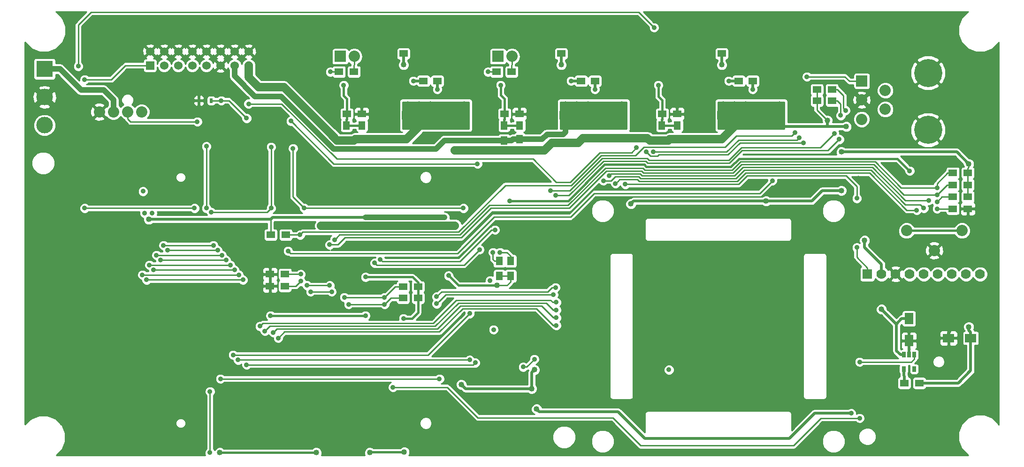
<source format=gbr>
G04 #@! TF.FileFunction,Copper,L2,Bot,Signal*
%FSLAX46Y46*%
G04 Gerber Fmt 4.6, Leading zero omitted, Abs format (unit mm)*
G04 Created by KiCad (PCBNEW (2015-12-09 BZR 6195)-product) date Mon Dec 14 18:41:15 2015*
%MOMM*%
G01*
G04 APERTURE LIST*
%ADD10C,0.100000*%
%ADD11C,1.016000*%
%ADD12C,2.540000*%
%ADD13R,1.500000X1.300000*%
%ADD14R,1.600000X2.000000*%
%ADD15R,2.000000X1.600000*%
%ADD16R,1.500000X1.250000*%
%ADD17R,1.250000X1.500000*%
%ADD18C,5.080000*%
%ADD19R,3.000000X3.000000*%
%ADD20C,3.000000*%
%ADD21C,2.040000*%
%ADD22R,1.300000X1.500000*%
%ADD23R,1.300000X1.300000*%
%ADD24R,2.032000X2.032000*%
%ADD25O,2.032000X2.032000*%
%ADD26C,2.032000*%
%ADD27R,0.700000X1.000000*%
%ADD28R,1.778000X1.778000*%
%ADD29C,1.778000*%
%ADD30R,0.630000X0.830000*%
%ADD31C,6.000000*%
%ADD32R,1.524000X1.524000*%
%ADD33C,1.524000*%
%ADD34C,0.889000*%
%ADD35C,1.270000*%
%ADD36C,0.508000*%
%ADD37C,0.254000*%
%ADD38C,0.381000*%
%ADD39C,1.016000*%
%ADD40C,1.524000*%
G04 APERTURE END LIST*
D10*
D11*
X255270000Y-226060000D03*
X316992000Y-201676000D03*
X308864000Y-201676000D03*
X310896000Y-201676000D03*
X312928000Y-201676000D03*
X314960000Y-201676000D03*
X322571329Y-196858671D03*
D12*
X358648000Y-176784000D03*
X358648000Y-181864000D03*
X358648000Y-186944000D03*
X363728000Y-186944000D03*
X363728000Y-176784000D03*
D11*
X281432000Y-212090000D03*
X271272000Y-212090000D03*
X267462000Y-215138000D03*
X267970000Y-208280000D03*
X264160000Y-208280000D03*
X256540000Y-208280000D03*
X248920000Y-208280000D03*
X340360000Y-167132000D03*
X339598000Y-224282000D03*
X339598000Y-221742000D03*
X339598000Y-219202000D03*
X339598000Y-216662000D03*
X316103000Y-208280000D03*
X302768000Y-231140000D03*
X302768000Y-228600000D03*
X302768000Y-226060000D03*
X329438000Y-215392000D03*
X329438000Y-226822000D03*
X329438000Y-229362000D03*
X324866000Y-202438000D03*
X333121000Y-202438000D03*
X235712000Y-185928000D03*
X241808000Y-180848000D03*
X245237000Y-184277000D03*
X277368000Y-228473000D03*
X278384000Y-242570000D03*
X275844000Y-242570000D03*
X273304000Y-242570000D03*
X273304000Y-237490000D03*
X275844000Y-237490000D03*
X278384000Y-237490000D03*
X267970000Y-226060000D03*
X267970000Y-230632000D03*
X264668000Y-220472000D03*
X254508000Y-220472000D03*
X254508000Y-215392000D03*
X262382000Y-199390000D03*
X264922000Y-199390000D03*
X220472000Y-188468000D03*
X228092000Y-188468000D03*
X233172000Y-188468000D03*
X238252000Y-188468000D03*
X241046000Y-189992000D03*
X279146000Y-204470000D03*
X270510000Y-195072000D03*
X294640000Y-231140000D03*
X294640000Y-228600000D03*
X294640000Y-226060000D03*
X294640000Y-210820000D03*
X294640000Y-208280000D03*
X294640000Y-205740000D03*
X281686000Y-204470000D03*
X284226000Y-204470000D03*
X283210000Y-195072000D03*
X280670000Y-195072000D03*
X278130000Y-195072000D03*
X275590000Y-195072000D03*
X260350000Y-226060000D03*
X262890000Y-226060000D03*
X262890000Y-230632000D03*
X260350000Y-230632000D03*
X248920000Y-213360000D03*
X248920000Y-210820000D03*
X232664000Y-220218000D03*
X230124000Y-220218000D03*
X227584000Y-220218000D03*
X225044000Y-220218000D03*
X221742000Y-215900000D03*
X221742000Y-205486000D03*
X255270000Y-230632000D03*
X255270000Y-233172000D03*
X250190000Y-233172000D03*
X246380000Y-233172000D03*
X241300000Y-233172000D03*
X238760000Y-233172000D03*
X238760000Y-230632000D03*
X241300000Y-230632000D03*
X246380000Y-230632000D03*
X250190000Y-230632000D03*
X250190000Y-226060000D03*
X246380000Y-226060000D03*
X238760000Y-226060000D03*
X241300000Y-226060000D03*
X241300000Y-218440000D03*
X236220000Y-208280000D03*
X241300000Y-208280000D03*
X236220000Y-210820000D03*
X238760000Y-210820000D03*
X241300000Y-210820000D03*
X354584000Y-216662000D03*
X354584000Y-203962000D03*
X345948000Y-209550000D03*
X348488000Y-209550000D03*
X355600000Y-167132000D03*
X353060000Y-167132000D03*
X350520000Y-167132000D03*
X345440000Y-167132000D03*
X342900000Y-167132000D03*
X335280000Y-167132000D03*
X332740000Y-167132000D03*
X330200000Y-167132000D03*
X348488000Y-194310000D03*
X348488000Y-201930000D03*
X334010000Y-196596000D03*
X336550000Y-196596000D03*
X339852000Y-197612000D03*
X341376000Y-195834000D03*
X343916000Y-201930000D03*
X343916000Y-199390000D03*
X343916000Y-196850000D03*
X343916000Y-186690000D03*
X343916000Y-189230000D03*
X339852000Y-189230000D03*
X214884000Y-168656000D03*
X212344000Y-168656000D03*
X209804000Y-168656000D03*
X207264000Y-168656000D03*
X207264000Y-178816000D03*
X209804000Y-178816000D03*
X212344000Y-178816000D03*
X214884000Y-178816000D03*
X214884000Y-181356000D03*
X217424000Y-181356000D03*
X214884000Y-183896000D03*
X217424000Y-183896000D03*
X215392000Y-186944000D03*
X213360000Y-186944000D03*
X199390000Y-203962000D03*
X201930000Y-203962000D03*
X204470000Y-203962000D03*
X204470000Y-198882000D03*
X204470000Y-196342000D03*
X204470000Y-193802000D03*
X207010000Y-188722000D03*
X207010000Y-186182000D03*
X204470000Y-186182000D03*
X204470000Y-188722000D03*
X197866000Y-198882000D03*
X197866000Y-196342000D03*
X197866000Y-193802000D03*
X197866000Y-178562000D03*
X197866000Y-183642000D03*
D13*
X249094000Y-184150000D03*
X251794000Y-184150000D03*
D14*
X350520000Y-221139000D03*
X350520000Y-225139000D03*
D15*
X361664000Y-224663000D03*
X357664000Y-224663000D03*
D16*
X316718000Y-173228000D03*
X314218000Y-173228000D03*
X287762000Y-173228000D03*
X285262000Y-173228000D03*
X259314000Y-173228000D03*
X256814000Y-173228000D03*
X319806000Y-178181000D03*
X322306000Y-178181000D03*
X291358000Y-178181000D03*
X293858000Y-178181000D03*
X262910000Y-178181000D03*
X265410000Y-178181000D03*
D17*
X308737000Y-188702000D03*
X308737000Y-186202000D03*
X280289000Y-188702000D03*
X280289000Y-186202000D03*
X251841000Y-188702000D03*
X251841000Y-186202000D03*
D15*
X260064000Y-184404000D03*
X256064000Y-184404000D03*
X316960000Y-184404000D03*
X312960000Y-184404000D03*
X288512000Y-184404000D03*
X284512000Y-184404000D03*
D18*
X353974400Y-187007500D03*
X353974400Y-176720500D03*
D19*
X194564000Y-176022000D03*
D20*
X194564000Y-181102000D03*
X194564000Y-186182000D03*
D21*
X212090000Y-183769000D03*
X209550000Y-183769000D03*
X204470000Y-183769000D03*
X207010000Y-183769000D03*
D13*
X261954000Y-217424000D03*
X259254000Y-217424000D03*
X261954000Y-215392000D03*
X259254000Y-215392000D03*
X238078000Y-205994000D03*
X235378000Y-205994000D03*
X333930000Y-179755800D03*
X336630000Y-179755800D03*
X333930000Y-181787800D03*
X336630000Y-181787800D03*
X278845000Y-176530000D03*
X276145000Y-176530000D03*
X250397000Y-176530000D03*
X247697000Y-176530000D03*
D22*
X305943000Y-188929000D03*
X305943000Y-186229000D03*
D13*
X305990000Y-184150000D03*
X308690000Y-184150000D03*
D22*
X277495000Y-188929000D03*
X277495000Y-186229000D03*
D13*
X277542000Y-184150000D03*
X280242000Y-184150000D03*
D22*
X249047000Y-188929000D03*
X249047000Y-186229000D03*
D13*
X237951000Y-215265000D03*
X235251000Y-215265000D03*
X237951000Y-213106000D03*
X235251000Y-213106000D03*
D22*
X278638000Y-213440000D03*
X278638000Y-210740000D03*
X276606000Y-213440000D03*
X276606000Y-210740000D03*
D13*
X361141000Y-194818000D03*
X358441000Y-194818000D03*
X361141000Y-196977000D03*
X358441000Y-196977000D03*
X361141000Y-199136000D03*
X358441000Y-199136000D03*
X358441000Y-201295000D03*
X361141000Y-201295000D03*
D23*
X313578000Y-180116000D03*
X313578000Y-177516000D03*
X312278000Y-180116000D03*
X312278000Y-177516000D03*
X312278000Y-178816000D03*
X313578000Y-178816000D03*
X285130000Y-180116000D03*
X285130000Y-177516000D03*
X283830000Y-180116000D03*
X283830000Y-177516000D03*
X283830000Y-178816000D03*
X285130000Y-178816000D03*
X256682000Y-180116000D03*
X256682000Y-177516000D03*
X255382000Y-180116000D03*
X255382000Y-177516000D03*
X255382000Y-178816000D03*
X256682000Y-178816000D03*
D24*
X276352000Y-173736000D03*
D25*
X278892000Y-173736000D03*
D24*
X247904000Y-173736000D03*
D25*
X250444000Y-173736000D03*
D26*
X341998300Y-181610000D03*
D24*
X341998300Y-178206400D03*
D26*
X341998300Y-185110120D03*
X346240100Y-183311800D03*
X346240100Y-179908200D03*
D27*
X349570000Y-227681000D03*
X350520000Y-227681000D03*
X351470000Y-227681000D03*
X351470000Y-230281000D03*
X349570000Y-230281000D03*
D13*
X349678000Y-232791000D03*
X352378000Y-232791000D03*
D21*
X355092000Y-208832000D03*
X350092000Y-205232000D03*
X360092000Y-205232000D03*
D28*
X343027000Y-213090000D03*
D29*
X345567000Y-213090000D03*
X348107000Y-213090000D03*
X350647000Y-213090000D03*
X353187000Y-213090000D03*
X355727000Y-213090000D03*
X358267000Y-213090000D03*
X360807000Y-213090000D03*
X363347000Y-213090000D03*
D30*
X224635000Y-181737000D03*
X222405000Y-181737000D03*
D11*
X197866000Y-181102000D03*
D31*
X204704000Y-174387000D03*
X240304000Y-174387000D03*
D32*
X213614000Y-175387000D03*
D33*
X213614000Y-172847000D03*
X216154000Y-175387000D03*
X216154000Y-172847000D03*
X218694000Y-175387000D03*
X218694000Y-172847000D03*
X221234000Y-175387000D03*
X221234000Y-172847000D03*
X223774000Y-175387000D03*
X223774000Y-172847000D03*
X226314000Y-175387000D03*
X226314000Y-172847000D03*
X228854000Y-175387000D03*
X228854000Y-172847000D03*
X231394000Y-175387000D03*
X231394000Y-172847000D03*
D12*
X363728000Y-181864000D03*
D34*
X340106000Y-238252000D03*
D11*
X283337000Y-237490000D03*
X282956056Y-230378000D03*
X269748000Y-233045000D03*
X282448000Y-233807006D03*
D35*
X307213000Y-213614000D03*
D11*
X286512000Y-168656000D03*
X284480000Y-168656000D03*
X282448000Y-168656000D03*
X314960000Y-186436000D03*
X312928000Y-186436000D03*
X310896000Y-186436000D03*
X286512000Y-186436000D03*
X284480000Y-186436000D03*
X282448000Y-186436000D03*
X254000000Y-186436000D03*
X256032000Y-186436000D03*
X258064000Y-186436000D03*
X315468000Y-168656000D03*
X313436000Y-168656000D03*
X311404000Y-168656000D03*
X311404000Y-170688000D03*
X313436000Y-175260000D03*
X311404000Y-175260000D03*
X311404000Y-173228000D03*
X314960000Y-182372000D03*
X312928000Y-182372000D03*
X310896000Y-182372000D03*
X310896000Y-184404000D03*
X357886000Y-222631000D03*
X286512000Y-182372000D03*
X284480000Y-182372000D03*
X282448000Y-182372000D03*
X282448000Y-184404000D03*
X282448000Y-170688000D03*
X284480000Y-175260000D03*
X282448000Y-175260000D03*
X282448000Y-173228000D03*
X254000000Y-168655992D03*
X258064000Y-168656000D03*
X256032000Y-168656000D03*
X254000000Y-170688000D03*
X256032000Y-175260000D03*
X254000000Y-175260000D03*
X254000000Y-173228000D03*
X258064000Y-182372000D03*
X256032000Y-182372000D03*
X254000000Y-182372000D03*
X254000000Y-184404000D03*
X300355000Y-200406000D03*
D34*
X252476000Y-220598978D03*
X252476000Y-213614008D03*
X275336000Y-188976010D03*
D11*
X266700000Y-188975992D03*
X338328000Y-191008000D03*
X338328000Y-197993000D03*
X259461000Y-245237000D03*
X253238000Y-245364000D03*
D34*
X259334000Y-221107000D03*
D11*
X252476006Y-202818980D03*
X266700000Y-202818980D03*
X213360000Y-203200000D03*
X324739000Y-199898000D03*
D34*
X267462000Y-213360000D03*
X235331000Y-220599000D03*
D11*
X361315000Y-193167000D03*
X298704000Y-182372000D03*
X298704000Y-184404000D03*
X298704000Y-186436000D03*
X292608000Y-182372000D03*
X292608000Y-184404000D03*
X292608000Y-186436000D03*
X295656000Y-186436000D03*
X288544000Y-186436000D03*
X290576000Y-186436000D03*
X288544000Y-182372000D03*
X290576000Y-182372000D03*
X290576000Y-184404000D03*
X276225000Y-215138000D03*
D33*
X268605000Y-190753996D03*
D34*
X265176000Y-204343000D03*
D33*
X244475000Y-204342980D03*
X268605006Y-204342980D03*
D11*
X243586000Y-245364000D03*
X226187020Y-245364000D03*
X342519000Y-207010010D03*
D34*
X303769000Y-188929000D03*
D11*
X339217000Y-186436000D03*
X345567000Y-219456006D03*
X335788000Y-185293001D03*
X324104000Y-186436000D03*
X327152000Y-186436000D03*
X327152000Y-184404000D03*
X327152000Y-182372000D03*
X316992000Y-186436000D03*
X319024000Y-186436000D03*
X321056000Y-182372000D03*
X321056000Y-184404000D03*
X321056000Y-186436000D03*
X316992000Y-182372000D03*
X319024000Y-182372000D03*
X319024000Y-184404000D03*
D34*
X318008000Y-178181000D03*
X322326000Y-179705000D03*
X289560000Y-178181000D03*
X293878000Y-179705000D03*
X261112000Y-178181000D03*
X265430000Y-179705000D03*
X305308000Y-178943000D03*
X276860000Y-178943000D03*
X245949426Y-187529426D03*
D11*
X270256000Y-182372000D03*
X270256000Y-184404000D03*
X270256000Y-186436000D03*
X264160000Y-182372000D03*
X264160000Y-184404000D03*
X264160000Y-186436000D03*
X267208000Y-186436000D03*
X260096000Y-182372000D03*
X262128000Y-182372000D03*
X260096000Y-186436000D03*
X262128000Y-186436000D03*
X262128000Y-184404000D03*
D34*
X248539000Y-178943000D03*
X249427994Y-218567000D03*
X255905000Y-218567000D03*
X248666000Y-217296994D03*
X255905000Y-217297000D03*
X325882004Y-196215000D03*
X238506006Y-208915000D03*
X257429000Y-233553000D03*
X341630000Y-239141000D03*
X341630000Y-228981000D03*
X222123000Y-185547000D03*
X304545992Y-168529000D03*
X200660000Y-175514000D03*
X274574000Y-176530000D03*
X246126000Y-176530000D03*
X224663000Y-201930000D03*
X235458000Y-190119006D03*
X235458000Y-201168000D03*
X239014000Y-185420000D03*
X272669002Y-193167000D03*
X224409000Y-245364000D03*
X224409000Y-234315000D03*
X231372924Y-182318041D03*
X223774000Y-201168000D03*
X223774012Y-189992000D03*
X301371000Y-190246000D03*
X241427002Y-201168000D03*
X226314000Y-232029000D03*
X265811000Y-232029000D03*
X270129004Y-201168000D03*
X239395000Y-190373000D03*
X276733000Y-209169000D03*
X255143000Y-210439000D03*
X275844010Y-205105000D03*
X275463000Y-209169000D03*
X254127000Y-211074000D03*
X273050000Y-208661000D03*
X246380000Y-216281000D03*
X242570000Y-216281000D03*
X246888004Y-206883000D03*
X355600000Y-197485000D03*
X245999000Y-215138000D03*
X241935000Y-215138000D03*
X245999000Y-207772000D03*
X355600000Y-198755000D03*
X286893006Y-219583000D03*
X234315038Y-223393000D03*
X295402000Y-196215000D03*
X353187000Y-201168000D03*
X286893000Y-220980000D03*
X235839000Y-223646990D03*
X297561000Y-196723000D03*
X351917000Y-201549000D03*
X240665000Y-205994002D03*
X329932609Y-187515480D03*
X332105000Y-177419000D03*
X228600014Y-227711000D03*
X271272000Y-220218000D03*
X229489000Y-228600000D03*
X271263583Y-228590338D03*
X272288000Y-229108000D03*
X231013000Y-229489000D03*
X286893000Y-222377000D03*
X236728004Y-224663000D03*
X299339000Y-196850000D03*
X341122000Y-208280000D03*
X341122002Y-199390000D03*
X286893000Y-218186000D03*
X233426000Y-222504000D03*
X296418000Y-195326008D03*
X354076000Y-199771000D03*
X350647000Y-194437000D03*
X278510994Y-199834470D03*
X274955000Y-214248990D03*
X231013000Y-184912000D03*
X226441000Y-181737000D03*
X215519000Y-210566000D03*
X227330000Y-210566000D03*
X214757000Y-209677000D03*
X226568000Y-209677000D03*
X216789000Y-208788000D03*
X225806000Y-208788000D03*
X216027000Y-207899000D03*
X225044000Y-207899000D03*
X230378000Y-214122000D03*
X212979000Y-214122000D03*
X280923990Y-229870000D03*
X282956000Y-228473000D03*
X304419000Y-191008000D03*
X330708016Y-188468000D03*
X303149000Y-191008000D03*
X331470000Y-189357000D03*
D11*
X361314996Y-222631000D03*
D34*
X286766006Y-198882000D03*
X286766000Y-215519000D03*
X337947000Y-188722000D03*
X265303000Y-217170000D03*
X339090000Y-183515000D03*
X275590000Y-223138996D03*
X265303000Y-218440000D03*
X286385008Y-216789000D03*
X285877012Y-197993000D03*
X337058006Y-187706000D03*
X338201000Y-184404000D03*
X240792000Y-214376000D03*
X240792000Y-213106000D03*
X355600000Y-200024990D03*
X355600000Y-201294994D03*
X307213000Y-230378000D03*
D11*
X316738000Y-175260000D03*
X287782000Y-175260000D03*
X259334000Y-175260000D03*
D34*
X201803000Y-177927000D03*
X201803000Y-201168000D03*
X221615000Y-201167984D03*
X213487000Y-211455000D03*
X228092000Y-211455000D03*
X228854000Y-212344000D03*
X214249000Y-212344000D03*
X212217000Y-213233000D03*
X229616000Y-213233000D03*
X213995000Y-202057000D03*
X212344000Y-198120000D03*
X212598000Y-202057000D03*
D36*
X283337000Y-237490000D02*
X283845000Y-237998000D01*
X283845000Y-237998000D02*
X298069000Y-237998000D01*
X302895000Y-242824000D02*
X328930000Y-242824000D01*
X298069000Y-237998000D02*
X302895000Y-242824000D01*
X328930000Y-242824000D02*
X333502000Y-238252000D01*
X333502000Y-238252000D02*
X340106000Y-238252000D01*
X282448000Y-230886056D02*
X282956056Y-230378000D01*
X282448000Y-233807006D02*
X282448000Y-230886056D01*
X282448000Y-233807006D02*
X270510006Y-233807006D01*
X270510006Y-233807006D02*
X269748000Y-233045000D01*
D37*
X284480000Y-168656000D02*
X286512000Y-168656000D01*
X312928000Y-186436000D02*
X314960000Y-186436000D01*
X310896000Y-184404000D02*
X310896000Y-186436000D01*
X284480000Y-186436000D02*
X286512000Y-186436000D01*
X282448000Y-184404000D02*
X282448000Y-186436000D01*
D36*
X350520000Y-225139000D02*
X350520000Y-227681000D01*
D37*
X256032000Y-186436000D02*
X258064000Y-186436000D01*
X254000000Y-184404000D02*
X254000000Y-186436000D01*
X313436000Y-168656000D02*
X315468000Y-168656000D01*
X311404000Y-170688000D02*
X311404000Y-168656000D01*
X311404000Y-173228000D02*
X311404000Y-175260000D01*
X312928000Y-182372000D02*
X314960000Y-182372000D01*
X310896000Y-184404000D02*
X310896000Y-182372000D01*
D36*
X357886000Y-222631000D02*
X357886000Y-223457000D01*
X357886000Y-223457000D02*
X357664000Y-223679000D01*
X357664000Y-223679000D02*
X357664000Y-224663000D01*
D37*
X284480000Y-182372000D02*
X286512000Y-182372000D01*
X282448000Y-184404000D02*
X282448000Y-182372000D01*
X282448000Y-170688000D02*
X282448000Y-168656000D01*
X282448000Y-173228000D02*
X282448000Y-175260000D01*
X254000000Y-170688000D02*
X254000000Y-168655992D01*
X256032000Y-168656000D02*
X258064000Y-168656000D01*
X254000000Y-173228000D02*
X254000000Y-175260000D01*
X256032000Y-182372000D02*
X258064000Y-182372000D01*
X254000000Y-184404000D02*
X254000000Y-182372000D01*
D36*
X324739000Y-199898000D02*
X332994000Y-199898000D01*
X332994000Y-199898000D02*
X334899000Y-197993000D01*
X334899000Y-197993000D02*
X338328000Y-197993000D01*
X300862999Y-199898001D02*
X300355000Y-200406000D01*
X324739000Y-199898000D02*
X300862999Y-199898001D01*
D38*
X261954000Y-215392000D02*
X261954000Y-214583000D01*
X261954000Y-214583000D02*
X260985008Y-213614008D01*
X260985008Y-213614008D02*
X253104617Y-213614008D01*
X253104617Y-213614008D02*
X252476000Y-213614008D01*
X235331000Y-220599000D02*
X252475978Y-220599000D01*
D39*
X228854000Y-175387000D02*
X228854000Y-177292000D01*
X228854000Y-177292000D02*
X232537000Y-180975000D01*
X246717735Y-190453010D02*
X265222982Y-190453010D01*
X232537000Y-180975000D02*
X237239725Y-180975000D01*
X237239725Y-180975000D02*
X246717735Y-190453010D01*
X265222982Y-190453010D02*
X266192001Y-189483991D01*
X266192001Y-189483991D02*
X266700000Y-188975992D01*
X276224990Y-188976010D02*
X276272000Y-188929000D01*
X276272000Y-188929000D02*
X277495000Y-188929000D01*
X275336000Y-188976010D02*
X276224990Y-188976010D01*
X266700000Y-188975992D02*
X275335982Y-188975992D01*
X280289000Y-188702000D02*
X280309000Y-188722000D01*
X288154610Y-187832989D02*
X288544000Y-187443599D01*
X280309000Y-188722000D02*
X284353000Y-188722000D01*
X284353000Y-188722000D02*
X285242011Y-187832989D01*
X285242011Y-187832989D02*
X288154610Y-187832989D01*
X288544000Y-187443599D02*
X288544000Y-186436000D01*
D37*
X278638000Y-213440000D02*
X278638000Y-214503000D01*
X278638000Y-214503000D02*
X278003000Y-215138000D01*
X278003000Y-215138000D02*
X276225000Y-215138000D01*
X276606000Y-213440000D02*
X278638000Y-213440000D01*
D36*
X339046420Y-191008000D02*
X338328000Y-191008000D01*
X359156000Y-191008000D02*
X339046420Y-191008000D01*
X361315000Y-193167000D02*
X359156000Y-191008000D01*
D38*
X253365000Y-245237000D02*
X259461000Y-245237000D01*
X253238000Y-245364000D02*
X253365000Y-245237000D01*
X261954000Y-217424000D02*
X261954000Y-220011000D01*
X261954000Y-220011000D02*
X260858000Y-221107000D01*
X260858000Y-221107000D02*
X259334000Y-221107000D01*
D39*
X266700000Y-202818980D02*
X252476006Y-202818980D01*
D36*
X235384895Y-203200000D02*
X235765915Y-202818980D01*
X235765915Y-202818980D02*
X252476006Y-202818980D01*
D37*
X235378000Y-205994000D02*
X235378000Y-205090000D01*
D36*
X235384895Y-203200000D02*
X213360000Y-203200000D01*
D37*
X235378000Y-205090000D02*
X235384895Y-205083105D01*
X235384895Y-205083105D02*
X235384895Y-203200000D01*
D38*
X267462000Y-213360000D02*
X269240000Y-215138000D01*
X269240000Y-215138000D02*
X276225000Y-215138000D01*
X261954000Y-215392000D02*
X261954000Y-217424000D01*
D37*
X361141000Y-194818000D02*
X361141000Y-193976000D01*
X361141000Y-193976000D02*
X361315000Y-193802000D01*
X361315000Y-193802000D02*
X361315000Y-193167000D01*
X361141000Y-196977000D02*
X361141000Y-194818000D01*
X361141000Y-199136000D02*
X361141000Y-196977000D01*
D39*
X278812000Y-188929000D02*
X279039000Y-188702000D01*
X279039000Y-188702000D02*
X280289000Y-188702000D01*
X277495000Y-188929000D02*
X278812000Y-188929000D01*
D37*
X298704000Y-184404000D02*
X298704000Y-182372000D01*
X295656000Y-186436000D02*
X298704000Y-186436000D01*
X292608000Y-184404000D02*
X292608000Y-182372000D01*
X295656000Y-186436000D02*
X292608000Y-186436000D01*
X290576000Y-184404000D02*
X290576000Y-186436000D01*
X290576000Y-184404000D02*
X290576000Y-182372000D01*
D40*
X303769000Y-188929000D02*
X303324501Y-188484501D01*
X303324501Y-188484501D02*
X291702499Y-188484501D01*
X291702499Y-188484501D02*
X290830000Y-189357000D01*
X290830000Y-189357000D02*
X286131000Y-189357000D01*
X286131000Y-189357000D02*
X284734004Y-190753996D01*
X284734004Y-190753996D02*
X269682630Y-190753996D01*
X269682630Y-190753996D02*
X268605000Y-190753996D01*
X267527356Y-204343000D02*
X265176000Y-204343000D01*
X268605006Y-204342980D02*
X267527376Y-204342980D01*
X267527376Y-204342980D02*
X267527356Y-204343000D01*
X245552630Y-204342980D02*
X245552650Y-204343000D01*
X244475000Y-204342980D02*
X245552630Y-204342980D01*
X245552650Y-204343000D02*
X265176000Y-204343000D01*
D38*
X226187020Y-245364000D02*
X243586000Y-245364000D01*
D36*
X345567000Y-213090000D02*
X345567000Y-211328000D01*
X345567000Y-211328000D02*
X342519000Y-208280000D01*
X342519000Y-208280000D02*
X342519000Y-207010010D01*
X335788000Y-186436000D02*
X327152000Y-186436000D01*
X335788000Y-186436000D02*
X339217000Y-186436000D01*
X335788000Y-185293001D02*
X335788000Y-186436000D01*
X348227994Y-222117000D02*
X345567000Y-219456006D01*
X348234000Y-222117000D02*
X348227994Y-222117000D01*
D37*
X333930000Y-183435001D02*
X335788000Y-185293001D01*
X333930000Y-181787800D02*
X333930000Y-183435001D01*
X333930000Y-179755800D02*
X333930000Y-181787800D01*
D40*
X305943000Y-188929000D02*
X303769000Y-188929000D01*
X308737000Y-188702000D02*
X316758000Y-188702000D01*
X316758000Y-188702000D02*
X319024000Y-186436000D01*
X307133000Y-188929000D02*
X307360000Y-188702000D01*
X307360000Y-188702000D02*
X308737000Y-188702000D01*
X305943000Y-188929000D02*
X307133000Y-188929000D01*
D37*
X327152000Y-186436000D02*
X324104000Y-186436000D01*
X321056000Y-186436000D02*
X324104000Y-186436000D01*
X327152000Y-182372000D02*
X327152000Y-184404000D01*
D36*
X350520000Y-221139000D02*
X349212000Y-221139000D01*
X349212000Y-221139000D02*
X348234000Y-222117000D01*
X348234000Y-222117000D02*
X348234000Y-226949000D01*
X348234000Y-226949000D02*
X348966000Y-227681000D01*
X348966000Y-227681000D02*
X349570000Y-227681000D01*
D37*
X319024000Y-184404000D02*
X319024000Y-186436000D01*
X321056000Y-184404000D02*
X321056000Y-182372000D01*
X319024000Y-184404000D02*
X319024000Y-182372000D01*
D36*
X318008000Y-178181000D02*
X319806000Y-178181000D01*
X322306000Y-178181000D02*
X322306000Y-179685000D01*
X322306000Y-179685000D02*
X322326000Y-179705000D01*
X289560000Y-178181000D02*
X291358000Y-178181000D01*
X293858000Y-178181000D02*
X293858000Y-179685000D01*
X293858000Y-179685000D02*
X293878000Y-179705000D01*
X261112000Y-178181000D02*
X262910000Y-178181000D01*
X265410000Y-178181000D02*
X265410000Y-179685000D01*
X265410000Y-179685000D02*
X265430000Y-179705000D01*
D38*
X305990000Y-184150000D02*
X305990000Y-181657000D01*
X305990000Y-181657000D02*
X305308000Y-180975000D01*
X305308000Y-180975000D02*
X305308000Y-178943000D01*
X307293000Y-186229000D02*
X307320000Y-186202000D01*
X307320000Y-186202000D02*
X308737000Y-186202000D01*
X305943000Y-186229000D02*
X307293000Y-186229000D01*
X305990000Y-185119000D02*
X305943000Y-185166000D01*
X305943000Y-185166000D02*
X305943000Y-186229000D01*
X305990000Y-184150000D02*
X305990000Y-185119000D01*
X277542000Y-181403000D02*
X277542000Y-184150000D01*
X276860000Y-180721000D02*
X277542000Y-181403000D01*
X276860000Y-178943000D02*
X276860000Y-180721000D01*
X278845000Y-186229000D02*
X278872000Y-186202000D01*
X278872000Y-186202000D02*
X280289000Y-186202000D01*
X277495000Y-186229000D02*
X278845000Y-186229000D01*
X277542000Y-184150000D02*
X277542000Y-185119000D01*
X277542000Y-185119000D02*
X277495000Y-185166000D01*
X277495000Y-185166000D02*
X277495000Y-186229000D01*
D40*
X237744000Y-179324000D02*
X245949426Y-187529426D01*
X245949426Y-187529426D02*
X247349000Y-188929000D01*
X231394000Y-175387000D02*
X231394000Y-177546000D01*
X231394000Y-177546000D02*
X233172000Y-179324000D01*
X233172000Y-179324000D02*
X237744000Y-179324000D01*
X247349000Y-188929000D02*
X249047000Y-188929000D01*
X254010000Y-188722000D02*
X259842000Y-188722000D01*
X259842000Y-188722000D02*
X262128000Y-186436000D01*
X251841000Y-188702000D02*
X253990000Y-188702000D01*
X253990000Y-188702000D02*
X254010000Y-188722000D01*
X250364000Y-188929000D02*
X250591000Y-188702000D01*
X250591000Y-188702000D02*
X251841000Y-188702000D01*
X249047000Y-188929000D02*
X250364000Y-188929000D01*
D37*
X262128000Y-184404000D02*
X264160000Y-184404000D01*
X267208000Y-186436000D02*
X270256000Y-186436000D01*
X270256000Y-184404000D02*
X270256000Y-182372000D01*
X264160000Y-184404000D02*
X264160000Y-182372000D01*
X267208000Y-186436000D02*
X264160000Y-186436000D01*
X262128000Y-182372000D02*
X260096000Y-182372000D01*
X260064000Y-184404000D02*
X262128000Y-184404000D01*
X262128000Y-186436000D02*
X260096000Y-186436000D01*
D38*
X249047000Y-186229000D02*
X250524000Y-186229000D01*
X250551000Y-186202000D02*
X251841000Y-186202000D01*
X250524000Y-186229000D02*
X250551000Y-186202000D01*
X249094000Y-184150000D02*
X249094000Y-185119000D01*
X249047000Y-185166000D02*
X249047000Y-186229000D01*
X249094000Y-185119000D02*
X249047000Y-185166000D01*
X249094000Y-181403000D02*
X249094000Y-184150000D01*
X248539000Y-180848000D02*
X249094000Y-181403000D01*
X248539000Y-178943000D02*
X248539000Y-180848000D01*
D37*
X255905000Y-218567000D02*
X249427994Y-218567000D01*
X257048000Y-217424000D02*
X255905000Y-218567000D01*
X259254000Y-217424000D02*
X257048000Y-217424000D01*
X255905000Y-217297000D02*
X248666006Y-217297000D01*
X248666006Y-217297000D02*
X248666000Y-217296994D01*
X257810000Y-215392000D02*
X259254000Y-215392000D01*
X255905000Y-217297000D02*
X257810000Y-215392000D01*
X238506006Y-208915000D02*
X238950505Y-209359499D01*
X238950505Y-209359499D02*
X269049501Y-209359499D01*
X269049501Y-209359499D02*
X275653491Y-202755509D01*
X275653491Y-202755509D02*
X289496491Y-202755509D01*
X289496491Y-202755509D02*
X293751000Y-198501000D01*
X293751000Y-198501000D02*
X323596004Y-198501000D01*
X325437505Y-196659499D02*
X325882004Y-196215000D01*
X323596004Y-198501000D02*
X325437505Y-196659499D01*
X267208000Y-233553000D02*
X272716699Y-239061699D01*
X257429000Y-233553000D02*
X267208000Y-233553000D01*
X341630000Y-239141000D02*
X334645000Y-239141000D01*
X334645000Y-239141000D02*
X329692000Y-244094000D01*
X329692000Y-244094000D02*
X302133000Y-244094000D01*
X302133000Y-244094000D02*
X297100699Y-239061699D01*
X297100699Y-239061699D02*
X272716699Y-239061699D01*
X350924000Y-228981000D02*
X341630000Y-228981000D01*
X351470000Y-227681000D02*
X351470000Y-228435000D01*
X351470000Y-228435000D02*
X350924000Y-228981000D01*
X222123000Y-185547000D02*
X210058000Y-185547000D01*
X210058000Y-185547000D02*
X209550000Y-185039000D01*
X209550000Y-185039000D02*
X209550000Y-183769000D01*
X304101493Y-168084501D02*
X304545992Y-168529000D01*
X301751992Y-165735000D02*
X304101493Y-168084501D01*
X202946000Y-165735000D02*
X301751992Y-165735000D01*
X200660000Y-175514000D02*
X200660000Y-168021000D01*
X200660000Y-168021000D02*
X202946000Y-165735000D01*
X278845000Y-176530000D02*
X278845000Y-175307000D01*
X278845000Y-175307000D02*
X278892000Y-175260000D01*
X278892000Y-175260000D02*
X278892000Y-173736000D01*
X274574000Y-176530000D02*
X276145000Y-176530000D01*
X246126000Y-176530000D02*
X247697000Y-176530000D01*
X224663000Y-201930000D02*
X234696000Y-201930000D01*
X234696000Y-201930000D02*
X235458000Y-201168000D01*
X235458000Y-201168000D02*
X235458000Y-190119006D01*
X246761000Y-193167000D02*
X239014000Y-185420000D01*
X272669002Y-193167000D02*
X246761000Y-193167000D01*
X224409000Y-234315000D02*
X224409000Y-245364000D01*
X250444000Y-175263798D02*
X250444000Y-173736000D01*
X250397000Y-175310798D02*
X250444000Y-175263798D01*
X250397000Y-176530000D02*
X250397000Y-175310798D01*
X223774000Y-189992012D02*
X223774000Y-201168000D01*
X301371000Y-190246000D02*
X300482000Y-191135000D01*
X300482000Y-191135000D02*
X294741140Y-191135000D01*
X247281772Y-192278021D02*
X237321792Y-182318041D01*
X294741140Y-191135000D02*
X289407140Y-196469000D01*
X289407140Y-196469000D02*
X286893000Y-196469000D01*
X286893000Y-196469000D02*
X282702021Y-192278021D01*
X282702021Y-192278021D02*
X247281772Y-192278021D01*
X237321792Y-182318041D02*
X231372924Y-182318041D01*
X239395000Y-199135998D02*
X241427002Y-201168000D01*
X239395000Y-190373000D02*
X239395000Y-199135998D01*
X270129004Y-201168000D02*
X241427002Y-201168000D01*
X265811000Y-232029000D02*
X226314000Y-232029000D01*
X278638000Y-210740000D02*
X278638000Y-209804000D01*
X278638000Y-209804000D02*
X278003000Y-209169000D01*
X278003000Y-209169000D02*
X276733000Y-209169000D01*
X275844010Y-205105000D02*
X275215393Y-205105000D01*
X275215393Y-205105000D02*
X269500393Y-210820000D01*
X269500393Y-210820000D02*
X255524000Y-210820000D01*
X255524000Y-210820000D02*
X255143000Y-210439000D01*
X276606000Y-210740000D02*
X275764000Y-210740000D01*
X275764000Y-210740000D02*
X275463000Y-210439000D01*
X275463000Y-210439000D02*
X275463000Y-209169000D01*
X273050000Y-208661000D02*
X270256000Y-211455000D01*
X270256000Y-211455000D02*
X254508000Y-211455000D01*
X254508000Y-211455000D02*
X254127000Y-211074000D01*
X269494000Y-205994000D02*
X247777004Y-205994000D01*
X295748526Y-193928950D02*
X289017485Y-200659991D01*
X302894945Y-194309945D02*
X302513949Y-193928949D01*
X318603183Y-194309945D02*
X302894945Y-194309945D01*
X355600000Y-197485000D02*
X349123000Y-197485000D01*
X344423960Y-192785960D02*
X320127168Y-192785960D01*
X274828009Y-200659991D02*
X269494000Y-205994000D01*
X247332503Y-206438501D02*
X246888004Y-206883000D01*
X349123000Y-197485000D02*
X344423960Y-192785960D01*
X289017485Y-200659991D02*
X274828009Y-200659991D01*
X247777004Y-205994000D02*
X247332503Y-206438501D01*
X320127168Y-192785960D02*
X318603183Y-194309945D01*
X302513949Y-193928949D02*
X295748526Y-193928950D01*
X242570000Y-216281000D02*
X246380000Y-216281000D01*
X358441000Y-194818000D02*
X357505000Y-194818000D01*
X357505000Y-194818000D02*
X355600000Y-196723000D01*
X355600000Y-196723000D02*
X355600000Y-197485000D01*
X269747989Y-206502011D02*
X248792989Y-206502011D01*
X344169971Y-193293971D02*
X320337592Y-193293972D01*
X289227910Y-201168002D02*
X275081998Y-201168002D01*
X302259960Y-194436960D02*
X295958952Y-194436960D01*
X320337592Y-193293972D02*
X318813608Y-194817956D01*
X295958952Y-194436960D02*
X289227910Y-201168002D01*
X302640956Y-194817956D02*
X302259960Y-194436960D01*
X349631000Y-198755000D02*
X344169971Y-193293971D01*
X355600000Y-198755000D02*
X349631000Y-198755000D01*
X248792989Y-206502011D02*
X247523000Y-207772000D01*
X318813608Y-194817956D02*
X302640956Y-194817956D01*
X247523000Y-207772000D02*
X246627617Y-207772000D01*
X275081998Y-201168002D02*
X269747989Y-206502011D01*
X246627617Y-207772000D02*
X245999000Y-207772000D01*
X241935000Y-215138000D02*
X245999000Y-215138000D01*
X355600000Y-198755000D02*
X357378000Y-196977000D01*
X357378000Y-196977000D02*
X358441000Y-196977000D01*
X296799000Y-196215000D02*
X296030617Y-196215000D01*
X353187000Y-201168000D02*
X352552000Y-200533000D01*
X296030617Y-196215000D02*
X295402000Y-196215000D01*
X297561018Y-195452982D02*
X296799000Y-196215000D01*
X349885000Y-200533000D02*
X343661993Y-194309993D01*
X319278022Y-195833978D02*
X302132978Y-195833978D01*
X343661993Y-194309993D02*
X320802007Y-194309993D01*
X301751982Y-195452982D02*
X297561018Y-195452982D01*
X302132978Y-195833978D02*
X301751982Y-195452982D01*
X352552000Y-200533000D02*
X349885000Y-200533000D01*
X320802007Y-194309993D02*
X319278022Y-195833978D01*
X234315038Y-223393000D02*
X235204038Y-222504000D01*
X265049000Y-222504000D02*
X269240000Y-218313000D01*
X286385000Y-219583000D02*
X286893006Y-219583000D01*
X235204038Y-222504000D02*
X265049000Y-222504000D01*
X269240000Y-218313000D02*
X285115000Y-218313000D01*
X285115000Y-218313000D02*
X286385000Y-219583000D01*
X351917000Y-201549000D02*
X350139000Y-201549000D01*
X301878989Y-196341989D02*
X301497993Y-195960993D01*
X350139000Y-201549000D02*
X343408004Y-194818004D01*
X319532011Y-196341989D02*
X301878989Y-196341989D01*
X321055996Y-194818004D02*
X319532011Y-196341989D01*
X298005499Y-196278501D02*
X297561000Y-196723000D01*
X298323007Y-195960993D02*
X298005499Y-196278501D01*
X301497993Y-195960993D02*
X298323007Y-195960993D01*
X343408004Y-194818004D02*
X321055996Y-194818004D01*
X235839000Y-223646990D02*
X236473990Y-223012000D01*
X236473990Y-223012000D02*
X265430000Y-223012000D01*
X265430000Y-223012000D02*
X269621000Y-218821000D01*
X269621000Y-218821000D02*
X284226000Y-218821000D01*
X284226000Y-218821000D02*
X286385000Y-220980000D01*
X286385000Y-220980000D02*
X286893000Y-220980000D01*
X329932609Y-187515480D02*
X329361089Y-188087000D01*
X294951576Y-191643000D02*
X289554077Y-197040499D01*
X329361089Y-188087000D02*
X319405000Y-188087000D01*
X319405000Y-188087000D02*
X317373000Y-190119000D01*
X317373000Y-190119000D02*
X302689258Y-190119000D01*
X301165258Y-191643000D02*
X294951576Y-191643000D01*
X302689258Y-190119000D02*
X301165258Y-191643000D01*
X289554077Y-197040499D02*
X277685501Y-197040499D01*
X277685501Y-197040499D02*
X269240000Y-205486000D01*
X269240000Y-205486000D02*
X241173002Y-205486000D01*
X241173002Y-205486000D02*
X240665000Y-205994002D01*
X238078000Y-205994000D02*
X240664998Y-205994000D01*
X240664998Y-205994000D02*
X240665000Y-205994002D01*
X341998300Y-178206400D02*
X339750400Y-178206400D01*
X338963000Y-177419000D02*
X332105000Y-177419000D01*
X339750400Y-178206400D02*
X338963000Y-177419000D01*
X263779000Y-227711000D02*
X228600014Y-227711000D01*
X271272000Y-220218000D02*
X263779000Y-227711000D01*
X229498662Y-228590338D02*
X229489000Y-228600000D01*
X271263583Y-228590338D02*
X229498662Y-228590338D01*
X272288000Y-229108000D02*
X271907000Y-229489000D01*
X271907000Y-229489000D02*
X231013000Y-229489000D01*
X341122002Y-197231002D02*
X339217015Y-195326015D01*
X341122002Y-199390000D02*
X341122002Y-197231002D01*
X319786000Y-196850000D02*
X299339000Y-196850000D01*
X339217015Y-195326015D02*
X321309985Y-195326015D01*
X321309985Y-195326015D02*
X319786000Y-196850000D01*
X236728004Y-224663000D02*
X237871004Y-223520000D01*
X283337000Y-219329000D02*
X286385000Y-222377000D01*
X237871004Y-223520000D02*
X265811000Y-223520000D01*
X265811000Y-223520000D02*
X270002000Y-219329000D01*
X270002000Y-219329000D02*
X283337000Y-219329000D01*
X286385000Y-222377000D02*
X286893000Y-222377000D01*
X343027000Y-213090000D02*
X343027000Y-211947000D01*
X341122000Y-210042000D02*
X343027000Y-211947000D01*
X341122000Y-210042000D02*
X341122000Y-208280000D01*
X296799037Y-194944971D02*
X296418000Y-195326008D01*
X302005971Y-194944971D02*
X296799037Y-194944971D01*
X302386967Y-195325967D02*
X302005971Y-194944971D01*
X349885000Y-199771000D02*
X343915982Y-193801982D01*
X354076000Y-199771000D02*
X349885000Y-199771000D01*
X319024033Y-195325967D02*
X302386967Y-195325967D01*
X320548018Y-193801982D02*
X319024033Y-195325967D01*
X343915982Y-193801982D02*
X320548018Y-193801982D01*
X233426000Y-222504000D02*
X233934000Y-221996000D01*
X233934000Y-221996000D02*
X264668000Y-221996000D01*
X264668000Y-221996000D02*
X268859000Y-217805000D01*
X268859000Y-217805000D02*
X285883383Y-217805000D01*
X285883383Y-217805000D02*
X286264383Y-218186000D01*
X286264383Y-218186000D02*
X286893000Y-218186000D01*
D38*
X278510994Y-199834470D02*
X289034768Y-199834470D01*
X348424449Y-192214449D02*
X350202501Y-193992501D01*
X289034768Y-199834470D02*
X295575238Y-193294000D01*
X319849551Y-192214449D02*
X348424449Y-192214449D01*
X295575238Y-193294000D02*
X302768000Y-193294000D01*
X303149000Y-193675000D02*
X318389000Y-193675000D01*
X302768000Y-193294000D02*
X303149000Y-193675000D01*
X318389000Y-193675000D02*
X319849551Y-192214449D01*
X350202501Y-193992501D02*
X350647000Y-194437000D01*
X350092000Y-205232000D02*
X360092000Y-205232000D01*
D37*
X227838000Y-181737000D02*
X231013000Y-184912000D01*
X226441000Y-181737000D02*
X227838000Y-181737000D01*
X226441000Y-181737000D02*
X224635000Y-181737000D01*
X215519000Y-210566000D02*
X227330000Y-210566000D01*
X214757000Y-209677000D02*
X226568000Y-209677000D01*
X216789000Y-208788000D02*
X225806000Y-208788000D01*
X216027000Y-207899000D02*
X225044000Y-207899000D01*
X230378000Y-214122000D02*
X212979000Y-214122000D01*
X282956000Y-228473000D02*
X281559000Y-229870000D01*
X281559000Y-229870000D02*
X280923990Y-229870000D01*
X330708016Y-188468000D02*
X330327016Y-188849000D01*
X330327016Y-188849000D02*
X319786000Y-188849000D01*
X319786000Y-188849000D02*
X317627000Y-191008000D01*
X317627000Y-191008000D02*
X305047617Y-191008000D01*
X305047617Y-191008000D02*
X304419000Y-191008000D01*
X331470000Y-189357000D02*
X320040000Y-189357000D01*
X320040000Y-189357000D02*
X317881000Y-191516000D01*
X317881000Y-191516000D02*
X305435000Y-191516000D01*
X305435000Y-191516000D02*
X305181000Y-191770000D01*
X305181000Y-191770000D02*
X303911000Y-191770000D01*
X303911000Y-191770000D02*
X303149004Y-191008004D01*
X303149004Y-191008004D02*
X303149000Y-191008000D01*
D36*
X361664000Y-224663000D02*
X361664000Y-223615000D01*
X361664000Y-223615000D02*
X361315000Y-223266000D01*
X361315000Y-223266000D02*
X361315000Y-222631004D01*
X361315000Y-222631004D02*
X361314996Y-222631000D01*
X352378000Y-232791000D02*
X359410000Y-232791000D01*
X359410000Y-232791000D02*
X361664000Y-230537000D01*
X361664000Y-230537000D02*
X361664000Y-224663000D01*
X349570000Y-230281000D02*
X349570000Y-231441000D01*
X349570000Y-231441000D02*
X349678000Y-231549000D01*
X349678000Y-231549000D02*
X349678000Y-232791000D01*
D37*
X337947000Y-188722000D02*
X335915000Y-190754000D01*
X335915000Y-190754000D02*
X320421000Y-190754000D01*
X320421000Y-190754000D02*
X318135000Y-193040000D01*
X318135000Y-193040000D02*
X303403000Y-193040000D01*
X303403000Y-193040000D02*
X303022000Y-192659000D01*
X303022000Y-192659000D02*
X295402000Y-192659000D01*
X295402000Y-192659000D02*
X289179000Y-198882000D01*
X289179000Y-198882000D02*
X287394623Y-198882000D01*
X287394623Y-198882000D02*
X286766006Y-198882000D01*
X286137383Y-215519000D02*
X286766000Y-215519000D01*
X266192000Y-216281000D02*
X285375383Y-216281000D01*
X285375383Y-216281000D02*
X286137383Y-215519000D01*
X265303000Y-217170000D02*
X266192000Y-216281000D01*
X339090000Y-183515000D02*
X338709000Y-183134000D01*
X338709000Y-183134000D02*
X338709000Y-180848000D01*
X338709000Y-180848000D02*
X337616800Y-179755800D01*
X337616800Y-179755800D02*
X336630000Y-179755800D01*
X337058006Y-187706000D02*
X334518006Y-190246000D01*
X334518006Y-190246000D02*
X320294000Y-190246000D01*
X320294000Y-190246000D02*
X318008000Y-192532000D01*
X318008000Y-192532000D02*
X303657000Y-192532000D01*
X303657000Y-192532000D02*
X303276000Y-192151000D01*
X303276000Y-192151000D02*
X295162012Y-192151000D01*
X295162012Y-192151000D02*
X289320012Y-197993000D01*
X289320012Y-197993000D02*
X285877012Y-197993000D01*
X265747499Y-217995501D02*
X265303000Y-218440000D01*
X266954000Y-216789000D02*
X265747499Y-217995501D01*
X286385008Y-216789000D02*
X266954000Y-216789000D01*
X338201000Y-184404000D02*
X338201000Y-182372000D01*
X338201000Y-182372000D02*
X337616800Y-181787800D01*
X337616800Y-181787800D02*
X336630000Y-181787800D01*
X239903000Y-215265000D02*
X240792000Y-214376000D01*
X237951000Y-215265000D02*
X239903000Y-215265000D01*
X237951000Y-213106000D02*
X240792000Y-213106000D01*
X356488990Y-199136000D02*
X355600000Y-200024990D01*
X358441000Y-199136000D02*
X356488990Y-199136000D01*
X355600006Y-201295000D02*
X355600000Y-201294994D01*
X358441000Y-201295000D02*
X355600006Y-201295000D01*
D39*
X194564000Y-176022000D02*
X197358000Y-176022000D01*
X197358000Y-176022000D02*
X201168000Y-179832000D01*
X207010000Y-181610000D02*
X207010000Y-183769000D01*
X201168000Y-179832000D02*
X205232000Y-179832000D01*
X205232000Y-179832000D02*
X207010000Y-181610000D01*
D36*
X316718000Y-173228000D02*
X316718000Y-175240000D01*
X316718000Y-175240000D02*
X316738000Y-175260000D01*
X287762000Y-173228000D02*
X287762000Y-175240000D01*
X287762000Y-175240000D02*
X287782000Y-175260000D01*
X259314000Y-173228000D02*
X259314000Y-175240000D01*
X259314000Y-175240000D02*
X259334000Y-175260000D01*
D37*
X213614000Y-175387000D02*
X209169000Y-175387000D01*
X209169000Y-175387000D02*
X206629000Y-177927000D01*
X206629000Y-177927000D02*
X202565000Y-177927000D01*
X202565000Y-177927000D02*
X201803000Y-177927000D01*
X201803016Y-201167984D02*
X201803000Y-201168000D01*
X221615000Y-201167984D02*
X201803016Y-201167984D01*
X213487000Y-211455000D02*
X228092000Y-211455000D01*
X214249000Y-212344000D02*
X228854000Y-212344000D01*
X212217000Y-213233000D02*
X229616000Y-213233000D01*
G36*
X299593000Y-186817000D02*
X287655000Y-186817000D01*
X287655000Y-181991000D01*
X299593000Y-181991000D01*
X299593000Y-186817000D01*
X299593000Y-186817000D01*
G37*
X299593000Y-186817000D02*
X287655000Y-186817000D01*
X287655000Y-181991000D01*
X299593000Y-181991000D01*
X299593000Y-186817000D01*
G36*
X271145000Y-186817000D02*
X259207000Y-186817000D01*
X259207000Y-181991000D01*
X271145000Y-181991000D01*
X271145000Y-186817000D01*
X271145000Y-186817000D01*
G37*
X271145000Y-186817000D02*
X259207000Y-186817000D01*
X259207000Y-181991000D01*
X271145000Y-181991000D01*
X271145000Y-186817000D01*
G36*
X328041000Y-186817000D02*
X316103000Y-186817000D01*
X316103000Y-181991000D01*
X328041000Y-181991000D01*
X328041000Y-186817000D01*
X328041000Y-186817000D01*
G37*
X328041000Y-186817000D02*
X316103000Y-186817000D01*
X316103000Y-181991000D01*
X328041000Y-181991000D01*
X328041000Y-186817000D01*
G36*
X200210987Y-167571987D02*
X200073336Y-167777996D01*
X200025000Y-168021000D01*
X200025000Y-174802028D01*
X199852980Y-174973747D01*
X199707665Y-175323705D01*
X199707335Y-175702633D01*
X199852039Y-176052843D01*
X200119747Y-176321020D01*
X200469705Y-176466335D01*
X200848633Y-176466665D01*
X201198843Y-176321961D01*
X201467020Y-176054253D01*
X201612335Y-175704295D01*
X201612665Y-175325367D01*
X201467961Y-174975157D01*
X201295000Y-174801893D01*
X201295000Y-172639302D01*
X212204856Y-172639302D01*
X212232638Y-173194368D01*
X212391603Y-173578143D01*
X212633787Y-173647608D01*
X213434395Y-172847000D01*
X213793605Y-172847000D01*
X214594213Y-173647608D01*
X214836397Y-173578143D01*
X214880453Y-173454656D01*
X214931603Y-173578143D01*
X215173787Y-173647608D01*
X215974395Y-172847000D01*
X216333605Y-172847000D01*
X217134213Y-173647608D01*
X217376397Y-173578143D01*
X217420453Y-173454656D01*
X217471603Y-173578143D01*
X217713787Y-173647608D01*
X218514395Y-172847000D01*
X218873605Y-172847000D01*
X219674213Y-173647608D01*
X219916397Y-173578143D01*
X219960453Y-173454656D01*
X220011603Y-173578143D01*
X220253787Y-173647608D01*
X221054395Y-172847000D01*
X221413605Y-172847000D01*
X222214213Y-173647608D01*
X222456397Y-173578143D01*
X222500453Y-173454656D01*
X222551603Y-173578143D01*
X222793787Y-173647608D01*
X223594395Y-172847000D01*
X223953605Y-172847000D01*
X224754213Y-173647608D01*
X224996397Y-173578143D01*
X225040453Y-173454656D01*
X225091603Y-173578143D01*
X225333787Y-173647608D01*
X226134395Y-172847000D01*
X226493605Y-172847000D01*
X227294213Y-173647608D01*
X227536397Y-173578143D01*
X227580453Y-173454656D01*
X227631603Y-173578143D01*
X227873787Y-173647608D01*
X228674395Y-172847000D01*
X229033605Y-172847000D01*
X229834213Y-173647608D01*
X230076397Y-173578143D01*
X230120453Y-173454656D01*
X230171603Y-173578143D01*
X230413787Y-173647608D01*
X231214395Y-172847000D01*
X231573605Y-172847000D01*
X232374213Y-173647608D01*
X232616397Y-173578143D01*
X232803144Y-173054698D01*
X232786392Y-172720000D01*
X246370048Y-172720000D01*
X246370048Y-174752000D01*
X246405470Y-174940253D01*
X246516728Y-175113153D01*
X246686488Y-175229145D01*
X246888000Y-175269952D01*
X248920000Y-175269952D01*
X249108253Y-175234530D01*
X249281153Y-175123272D01*
X249397145Y-174953512D01*
X249413102Y-174874714D01*
X249797634Y-175131650D01*
X249762000Y-175310798D01*
X249762000Y-175362048D01*
X249647000Y-175362048D01*
X249458747Y-175397470D01*
X249285847Y-175508728D01*
X249169855Y-175678488D01*
X249129048Y-175880000D01*
X249129048Y-177180000D01*
X249164470Y-177368253D01*
X249275728Y-177541153D01*
X249445488Y-177657145D01*
X249647000Y-177697952D01*
X251147000Y-177697952D01*
X251335253Y-177662530D01*
X251508153Y-177551272D01*
X251624145Y-177381512D01*
X251664952Y-177180000D01*
X251664952Y-176718633D01*
X273621335Y-176718633D01*
X273766039Y-177068843D01*
X274033747Y-177337020D01*
X274383705Y-177482335D01*
X274762633Y-177482665D01*
X274939157Y-177409726D01*
X275023728Y-177541153D01*
X275193488Y-177657145D01*
X275395000Y-177697952D01*
X276895000Y-177697952D01*
X277083253Y-177662530D01*
X277256153Y-177551272D01*
X277372145Y-177381512D01*
X277412952Y-177180000D01*
X277412952Y-175880000D01*
X277377530Y-175691747D01*
X277266272Y-175518847D01*
X277096512Y-175402855D01*
X276895000Y-175362048D01*
X275395000Y-175362048D01*
X275206747Y-175397470D01*
X275033847Y-175508728D01*
X274937580Y-175649619D01*
X274764295Y-175577665D01*
X274385367Y-175577335D01*
X274035157Y-175722039D01*
X273766980Y-175989747D01*
X273621665Y-176339705D01*
X273621335Y-176718633D01*
X251664952Y-176718633D01*
X251664952Y-175880000D01*
X251629530Y-175691747D01*
X251518272Y-175518847D01*
X251348512Y-175402855D01*
X251147000Y-175362048D01*
X251059457Y-175362048D01*
X251079000Y-175263798D01*
X251079000Y-175139244D01*
X251521631Y-174843488D01*
X251851992Y-174349067D01*
X251968000Y-173765857D01*
X251968000Y-173706143D01*
X251851992Y-173122933D01*
X251521631Y-172628512D01*
X251483450Y-172603000D01*
X258046048Y-172603000D01*
X258046048Y-173853000D01*
X258081470Y-174041253D01*
X258192728Y-174214153D01*
X258362488Y-174330145D01*
X258552000Y-174368522D01*
X258552000Y-174605047D01*
X258473179Y-174683731D01*
X258318176Y-175057018D01*
X258317824Y-175461208D01*
X258472175Y-175834766D01*
X258757731Y-176120821D01*
X259131018Y-176275824D01*
X259535208Y-176276176D01*
X259908766Y-176121825D01*
X260194821Y-175836269D01*
X260349824Y-175462982D01*
X260350176Y-175058792D01*
X260195825Y-174685234D01*
X260076000Y-174565200D01*
X260076000Y-174368694D01*
X260252253Y-174335530D01*
X260425153Y-174224272D01*
X260541145Y-174054512D01*
X260581952Y-173853000D01*
X260581952Y-172720000D01*
X274818048Y-172720000D01*
X274818048Y-174752000D01*
X274853470Y-174940253D01*
X274964728Y-175113153D01*
X275134488Y-175229145D01*
X275336000Y-175269952D01*
X277368000Y-175269952D01*
X277556253Y-175234530D01*
X277729153Y-175123272D01*
X277845145Y-174953512D01*
X277861102Y-174874714D01*
X278244968Y-175131204D01*
X278210000Y-175307000D01*
X278210000Y-175362048D01*
X278095000Y-175362048D01*
X277906747Y-175397470D01*
X277733847Y-175508728D01*
X277617855Y-175678488D01*
X277577048Y-175880000D01*
X277577048Y-177180000D01*
X277612470Y-177368253D01*
X277723728Y-177541153D01*
X277893488Y-177657145D01*
X278095000Y-177697952D01*
X279595000Y-177697952D01*
X279783253Y-177662530D01*
X279956153Y-177551272D01*
X280072145Y-177381512D01*
X280112952Y-177180000D01*
X280112952Y-175880000D01*
X280077530Y-175691747D01*
X279966272Y-175518847D01*
X279796512Y-175402855D01*
X279595000Y-175362048D01*
X279506702Y-175362048D01*
X279527000Y-175260000D01*
X279527000Y-175139244D01*
X279969631Y-174843488D01*
X280299992Y-174349067D01*
X280416000Y-173765857D01*
X280416000Y-173706143D01*
X280299992Y-173122933D01*
X279969631Y-172628512D01*
X279931450Y-172603000D01*
X286494048Y-172603000D01*
X286494048Y-173853000D01*
X286529470Y-174041253D01*
X286640728Y-174214153D01*
X286810488Y-174330145D01*
X287000000Y-174368522D01*
X287000000Y-174605047D01*
X286921179Y-174683731D01*
X286766176Y-175057018D01*
X286765824Y-175461208D01*
X286920175Y-175834766D01*
X287205731Y-176120821D01*
X287579018Y-176275824D01*
X287983208Y-176276176D01*
X288356766Y-176121825D01*
X288642821Y-175836269D01*
X288797824Y-175462982D01*
X288798176Y-175058792D01*
X288643825Y-174685234D01*
X288524000Y-174565200D01*
X288524000Y-174368694D01*
X288700253Y-174335530D01*
X288873153Y-174224272D01*
X288989145Y-174054512D01*
X289029952Y-173853000D01*
X289029952Y-172603000D01*
X315450048Y-172603000D01*
X315450048Y-173853000D01*
X315485470Y-174041253D01*
X315596728Y-174214153D01*
X315766488Y-174330145D01*
X315956000Y-174368522D01*
X315956000Y-174605047D01*
X315877179Y-174683731D01*
X315722176Y-175057018D01*
X315721824Y-175461208D01*
X315876175Y-175834766D01*
X316161731Y-176120821D01*
X316535018Y-176275824D01*
X316939208Y-176276176D01*
X317312766Y-176121825D01*
X317598821Y-175836269D01*
X317753824Y-175462982D01*
X317754176Y-175058792D01*
X317599825Y-174685234D01*
X317480000Y-174565200D01*
X317480000Y-174455756D01*
X351889262Y-174455756D01*
X353974400Y-176540895D01*
X356059538Y-174455756D01*
X355772969Y-174028916D01*
X354606037Y-173545518D01*
X353342943Y-173545482D01*
X352175983Y-174028815D01*
X352175831Y-174028916D01*
X351889262Y-174455756D01*
X317480000Y-174455756D01*
X317480000Y-174368694D01*
X317656253Y-174335530D01*
X317829153Y-174224272D01*
X317945145Y-174054512D01*
X317985952Y-173853000D01*
X317985952Y-172603000D01*
X317950530Y-172414747D01*
X317839272Y-172241847D01*
X317669512Y-172125855D01*
X317468000Y-172085048D01*
X315968000Y-172085048D01*
X315779747Y-172120470D01*
X315606847Y-172231728D01*
X315490855Y-172401488D01*
X315450048Y-172603000D01*
X289029952Y-172603000D01*
X288994530Y-172414747D01*
X288883272Y-172241847D01*
X288713512Y-172125855D01*
X288512000Y-172085048D01*
X287012000Y-172085048D01*
X286823747Y-172120470D01*
X286650847Y-172231728D01*
X286534855Y-172401488D01*
X286494048Y-172603000D01*
X279931450Y-172603000D01*
X279475210Y-172298151D01*
X278892000Y-172182143D01*
X278308790Y-172298151D01*
X277862665Y-172596241D01*
X277850530Y-172531747D01*
X277739272Y-172358847D01*
X277569512Y-172242855D01*
X277368000Y-172202048D01*
X275336000Y-172202048D01*
X275147747Y-172237470D01*
X274974847Y-172348728D01*
X274858855Y-172518488D01*
X274818048Y-172720000D01*
X260581952Y-172720000D01*
X260581952Y-172603000D01*
X260546530Y-172414747D01*
X260435272Y-172241847D01*
X260265512Y-172125855D01*
X260064000Y-172085048D01*
X258564000Y-172085048D01*
X258375747Y-172120470D01*
X258202847Y-172231728D01*
X258086855Y-172401488D01*
X258046048Y-172603000D01*
X251483450Y-172603000D01*
X251027210Y-172298151D01*
X250444000Y-172182143D01*
X249860790Y-172298151D01*
X249414665Y-172596241D01*
X249402530Y-172531747D01*
X249291272Y-172358847D01*
X249121512Y-172242855D01*
X248920000Y-172202048D01*
X246888000Y-172202048D01*
X246699747Y-172237470D01*
X246526847Y-172348728D01*
X246410855Y-172518488D01*
X246370048Y-172720000D01*
X232786392Y-172720000D01*
X232775362Y-172499632D01*
X232616397Y-172115857D01*
X232374213Y-172046392D01*
X231573605Y-172847000D01*
X231214395Y-172847000D01*
X230413787Y-172046392D01*
X230171603Y-172115857D01*
X230127547Y-172239344D01*
X230076397Y-172115857D01*
X229834213Y-172046392D01*
X229033605Y-172847000D01*
X228674395Y-172847000D01*
X227873787Y-172046392D01*
X227631603Y-172115857D01*
X227587547Y-172239344D01*
X227536397Y-172115857D01*
X227294213Y-172046392D01*
X226493605Y-172847000D01*
X226134395Y-172847000D01*
X225333787Y-172046392D01*
X225091603Y-172115857D01*
X225047547Y-172239344D01*
X224996397Y-172115857D01*
X224754213Y-172046392D01*
X223953605Y-172847000D01*
X223594395Y-172847000D01*
X222793787Y-172046392D01*
X222551603Y-172115857D01*
X222507547Y-172239344D01*
X222456397Y-172115857D01*
X222214213Y-172046392D01*
X221413605Y-172847000D01*
X221054395Y-172847000D01*
X220253787Y-172046392D01*
X220011603Y-172115857D01*
X219967547Y-172239344D01*
X219916397Y-172115857D01*
X219674213Y-172046392D01*
X218873605Y-172847000D01*
X218514395Y-172847000D01*
X217713787Y-172046392D01*
X217471603Y-172115857D01*
X217427547Y-172239344D01*
X217376397Y-172115857D01*
X217134213Y-172046392D01*
X216333605Y-172847000D01*
X215974395Y-172847000D01*
X215173787Y-172046392D01*
X214931603Y-172115857D01*
X214887547Y-172239344D01*
X214836397Y-172115857D01*
X214594213Y-172046392D01*
X213793605Y-172847000D01*
X213434395Y-172847000D01*
X212633787Y-172046392D01*
X212391603Y-172115857D01*
X212204856Y-172639302D01*
X201295000Y-172639302D01*
X201295000Y-171866787D01*
X212813392Y-171866787D01*
X213614000Y-172667395D01*
X214414608Y-171866787D01*
X215353392Y-171866787D01*
X216154000Y-172667395D01*
X216954608Y-171866787D01*
X217893392Y-171866787D01*
X218694000Y-172667395D01*
X219494608Y-171866787D01*
X220433392Y-171866787D01*
X221234000Y-172667395D01*
X222034608Y-171866787D01*
X222973392Y-171866787D01*
X223774000Y-172667395D01*
X224574608Y-171866787D01*
X225513392Y-171866787D01*
X226314000Y-172667395D01*
X227114608Y-171866787D01*
X228053392Y-171866787D01*
X228854000Y-172667395D01*
X229654608Y-171866787D01*
X230593392Y-171866787D01*
X231394000Y-172667395D01*
X232194608Y-171866787D01*
X232125143Y-171624603D01*
X231601698Y-171437856D01*
X231046632Y-171465638D01*
X230662857Y-171624603D01*
X230593392Y-171866787D01*
X229654608Y-171866787D01*
X229585143Y-171624603D01*
X229061698Y-171437856D01*
X228506632Y-171465638D01*
X228122857Y-171624603D01*
X228053392Y-171866787D01*
X227114608Y-171866787D01*
X227045143Y-171624603D01*
X226521698Y-171437856D01*
X225966632Y-171465638D01*
X225582857Y-171624603D01*
X225513392Y-171866787D01*
X224574608Y-171866787D01*
X224505143Y-171624603D01*
X223981698Y-171437856D01*
X223426632Y-171465638D01*
X223042857Y-171624603D01*
X222973392Y-171866787D01*
X222034608Y-171866787D01*
X221965143Y-171624603D01*
X221441698Y-171437856D01*
X220886632Y-171465638D01*
X220502857Y-171624603D01*
X220433392Y-171866787D01*
X219494608Y-171866787D01*
X219425143Y-171624603D01*
X218901698Y-171437856D01*
X218346632Y-171465638D01*
X217962857Y-171624603D01*
X217893392Y-171866787D01*
X216954608Y-171866787D01*
X216885143Y-171624603D01*
X216361698Y-171437856D01*
X215806632Y-171465638D01*
X215422857Y-171624603D01*
X215353392Y-171866787D01*
X214414608Y-171866787D01*
X214345143Y-171624603D01*
X213821698Y-171437856D01*
X213266632Y-171465638D01*
X212882857Y-171624603D01*
X212813392Y-171866787D01*
X201295000Y-171866787D01*
X201295000Y-168284026D01*
X203209026Y-166370000D01*
X301488966Y-166370000D01*
X303593539Y-168474573D01*
X303593327Y-168717633D01*
X303738031Y-169067843D01*
X304005739Y-169336020D01*
X304355697Y-169481335D01*
X304734625Y-169481665D01*
X305084835Y-169336961D01*
X305353012Y-169069253D01*
X305498327Y-168719295D01*
X305498657Y-168340367D01*
X305353953Y-167990157D01*
X305086245Y-167721980D01*
X304736287Y-167576665D01*
X304491470Y-167576452D01*
X302573018Y-165658000D01*
X361215205Y-165658000D01*
X361119782Y-165697428D01*
X360011320Y-166803957D01*
X359410685Y-168250447D01*
X359409318Y-169816682D01*
X360007428Y-171264218D01*
X361113957Y-172372680D01*
X362560447Y-172973315D01*
X364126682Y-172974682D01*
X365574218Y-172376572D01*
X366682680Y-171270043D01*
X366726000Y-171165717D01*
X366726000Y-240311205D01*
X366686572Y-240215782D01*
X365580043Y-239107320D01*
X364133553Y-238506685D01*
X362567318Y-238505318D01*
X361119782Y-239103428D01*
X360011320Y-240209957D01*
X359410685Y-241656447D01*
X359409318Y-243222682D01*
X360007428Y-244670218D01*
X361113957Y-245778680D01*
X361218283Y-245822000D01*
X260313075Y-245822000D01*
X260321821Y-245813269D01*
X260476824Y-245439982D01*
X260477176Y-245035792D01*
X260322825Y-244662234D01*
X260037269Y-244376179D01*
X259663982Y-244221176D01*
X259259792Y-244220824D01*
X258886234Y-244375175D01*
X258722624Y-244538500D01*
X253849528Y-244538500D01*
X253814269Y-244503179D01*
X253440982Y-244348176D01*
X253036792Y-244347824D01*
X252663234Y-244502175D01*
X252377179Y-244787731D01*
X252222176Y-245161018D01*
X252221824Y-245565208D01*
X252327928Y-245822000D01*
X244495931Y-245822000D01*
X244601824Y-245566982D01*
X244602176Y-245162792D01*
X244447825Y-244789234D01*
X244162269Y-244503179D01*
X243788982Y-244348176D01*
X243384792Y-244347824D01*
X243011234Y-244502175D01*
X242847624Y-244665500D01*
X226925327Y-244665500D01*
X226763289Y-244503179D01*
X226390002Y-244348176D01*
X225985812Y-244347824D01*
X225612254Y-244502175D01*
X225326199Y-244787731D01*
X225263694Y-244938259D01*
X225216961Y-244825157D01*
X225044000Y-244651893D01*
X225044000Y-242984992D01*
X286219537Y-242984992D01*
X286537886Y-243755455D01*
X287126845Y-244345442D01*
X287896751Y-244665135D01*
X288730392Y-244665863D01*
X289500855Y-244347514D01*
X290090842Y-243758555D01*
X290095643Y-243746992D01*
X293179137Y-243746992D01*
X293497486Y-244517455D01*
X294086445Y-245107442D01*
X294856351Y-245427135D01*
X295689992Y-245427863D01*
X296460455Y-245109514D01*
X297050442Y-244520555D01*
X297370135Y-243750649D01*
X297370863Y-242917008D01*
X297052514Y-242146545D01*
X296463555Y-241556558D01*
X295693649Y-241236865D01*
X294860008Y-241236137D01*
X294089545Y-241554486D01*
X293499558Y-242143445D01*
X293179865Y-242913351D01*
X293179137Y-243746992D01*
X290095643Y-243746992D01*
X290410535Y-242988649D01*
X290411263Y-242155008D01*
X290092914Y-241384545D01*
X289503955Y-240794558D01*
X288734049Y-240474865D01*
X287900408Y-240474137D01*
X287129945Y-240792486D01*
X286539958Y-241381445D01*
X286220265Y-242151351D01*
X286219537Y-242984992D01*
X225044000Y-242984992D01*
X225044000Y-240262128D01*
X262239008Y-240262128D01*
X262407336Y-240669512D01*
X262718749Y-240981469D01*
X263125838Y-241150507D01*
X263566628Y-241150892D01*
X263974012Y-240982564D01*
X264285969Y-240671151D01*
X264455007Y-240264062D01*
X264455392Y-239823272D01*
X264287064Y-239415888D01*
X263975651Y-239103931D01*
X263568562Y-238934893D01*
X263127772Y-238934508D01*
X262720388Y-239102836D01*
X262408431Y-239414249D01*
X262239393Y-239821338D01*
X262239008Y-240262128D01*
X225044000Y-240262128D01*
X225044000Y-235026972D01*
X225216020Y-234855253D01*
X225361335Y-234505295D01*
X225361665Y-234126367D01*
X225216961Y-233776157D01*
X224949253Y-233507980D01*
X224599295Y-233362665D01*
X224220367Y-233362335D01*
X223870157Y-233507039D01*
X223601980Y-233774747D01*
X223456665Y-234124705D01*
X223456335Y-234503633D01*
X223601039Y-234853843D01*
X223774000Y-235027107D01*
X223774000Y-244652028D01*
X223601980Y-244823747D01*
X223456665Y-245173705D01*
X223456335Y-245552633D01*
X223567635Y-245822000D01*
X196650343Y-245822000D01*
X197671080Y-244803043D01*
X198271715Y-243356553D01*
X198273082Y-241790318D01*
X197674972Y-240342782D01*
X197554920Y-240222520D01*
X218239043Y-240222520D01*
X218376986Y-240556369D01*
X218632188Y-240812016D01*
X218965795Y-240950542D01*
X219327020Y-240950857D01*
X219660869Y-240812914D01*
X219916516Y-240557712D01*
X220055042Y-240224105D01*
X220055357Y-239862880D01*
X219917414Y-239529031D01*
X219662212Y-239273384D01*
X219328605Y-239134858D01*
X218967380Y-239134543D01*
X218633531Y-239272486D01*
X218377884Y-239527688D01*
X218239358Y-239861295D01*
X218239043Y-240222520D01*
X197554920Y-240222520D01*
X196568443Y-239234320D01*
X195121953Y-238633685D01*
X193555718Y-238632318D01*
X192108182Y-239230428D01*
X191058000Y-240278779D01*
X191058000Y-232217633D01*
X225361335Y-232217633D01*
X225506039Y-232567843D01*
X225773747Y-232836020D01*
X226123705Y-232981335D01*
X226502633Y-232981665D01*
X226852843Y-232836961D01*
X227026107Y-232664000D01*
X257086286Y-232664000D01*
X256890157Y-232745039D01*
X256621980Y-233012747D01*
X256476665Y-233362705D01*
X256476335Y-233741633D01*
X256621039Y-234091843D01*
X256888747Y-234360020D01*
X257238705Y-234505335D01*
X257617633Y-234505665D01*
X257967843Y-234360961D01*
X258141107Y-234188000D01*
X266944974Y-234188000D01*
X272267686Y-239510712D01*
X272473695Y-239648363D01*
X272716699Y-239696699D01*
X296837673Y-239696699D01*
X301683987Y-244543013D01*
X301889995Y-244680664D01*
X302133000Y-244729000D01*
X329692000Y-244729000D01*
X329935004Y-244680664D01*
X330141013Y-244543013D01*
X330937034Y-243746992D01*
X334835137Y-243746992D01*
X335153486Y-244517455D01*
X335742445Y-245107442D01*
X336512351Y-245427135D01*
X337345992Y-245427863D01*
X338116455Y-245109514D01*
X338706442Y-244520555D01*
X339026135Y-243750649D01*
X339026863Y-242917008D01*
X338962587Y-242761448D01*
X341418721Y-242761448D01*
X341663009Y-243352669D01*
X342114952Y-243805402D01*
X342705746Y-244050721D01*
X343345448Y-244051279D01*
X343936669Y-243806991D01*
X344389402Y-243355048D01*
X344634721Y-242764254D01*
X344635279Y-242124552D01*
X344390991Y-241533331D01*
X343939048Y-241080598D01*
X343348254Y-240835279D01*
X342708552Y-240834721D01*
X342117331Y-241079009D01*
X341664598Y-241530952D01*
X341419279Y-242121746D01*
X341418721Y-242761448D01*
X338962587Y-242761448D01*
X338708514Y-242146545D01*
X338119555Y-241556558D01*
X337349649Y-241236865D01*
X336516008Y-241236137D01*
X335745545Y-241554486D01*
X335155558Y-242143445D01*
X334835865Y-242913351D01*
X334835137Y-243746992D01*
X330937034Y-243746992D01*
X334908026Y-239776000D01*
X340918028Y-239776000D01*
X341089747Y-239948020D01*
X341439705Y-240093335D01*
X341818633Y-240093665D01*
X342168843Y-239948961D01*
X342437020Y-239681253D01*
X342582335Y-239331295D01*
X342582665Y-238952367D01*
X342437961Y-238602157D01*
X342170253Y-238333980D01*
X341820295Y-238188665D01*
X341441367Y-238188335D01*
X341091157Y-238333039D01*
X341058402Y-238365737D01*
X341058665Y-238063367D01*
X340913961Y-237713157D01*
X340646253Y-237444980D01*
X340296295Y-237299665D01*
X339917367Y-237299335D01*
X339567157Y-237444039D01*
X339521115Y-237490000D01*
X333502000Y-237490000D01*
X333210395Y-237548004D01*
X332963184Y-237713185D01*
X329361000Y-241315370D01*
X329361000Y-238379000D01*
X329318525Y-238165463D01*
X329197566Y-237984434D01*
X329016537Y-237863475D01*
X328803000Y-237821000D01*
X303403000Y-237821000D01*
X303189463Y-237863475D01*
X303008434Y-237984434D01*
X302887475Y-238165463D01*
X302845000Y-238379000D01*
X302845000Y-241554000D01*
X302880351Y-241731720D01*
X298607815Y-237459185D01*
X298585147Y-237444039D01*
X298360605Y-237294004D01*
X298069000Y-237236000D01*
X284331363Y-237236000D01*
X284198825Y-236915234D01*
X283913269Y-236629179D01*
X283539982Y-236474176D01*
X283135792Y-236473824D01*
X282762234Y-236628175D01*
X282476179Y-236913731D01*
X282321176Y-237287018D01*
X282320824Y-237691208D01*
X282475175Y-238064766D01*
X282760731Y-238350821D01*
X282943465Y-238426699D01*
X272979725Y-238426699D01*
X267799234Y-233246208D01*
X268731824Y-233246208D01*
X268886175Y-233619766D01*
X269171731Y-233905821D01*
X269545018Y-234060824D01*
X269686316Y-234060947D01*
X269971190Y-234345821D01*
X270207373Y-234503633D01*
X270218401Y-234511002D01*
X270510006Y-234569006D01*
X281773082Y-234569006D01*
X281871731Y-234667827D01*
X282245018Y-234822830D01*
X282649208Y-234823182D01*
X283022766Y-234668831D01*
X283308821Y-234383275D01*
X283463824Y-234009988D01*
X283464176Y-233605798D01*
X283309825Y-233232240D01*
X283210000Y-233132241D01*
X283210000Y-231372386D01*
X283530822Y-231239825D01*
X283816877Y-230954269D01*
X283971880Y-230580982D01*
X283972232Y-230176792D01*
X283817881Y-229803234D01*
X283532325Y-229517179D01*
X283228491Y-229391016D01*
X283494843Y-229280961D01*
X283763020Y-229013253D01*
X283908335Y-228663295D01*
X283908665Y-228284367D01*
X283763961Y-227934157D01*
X283496253Y-227665980D01*
X283146295Y-227520665D01*
X282767367Y-227520335D01*
X282417157Y-227665039D01*
X282148980Y-227932747D01*
X282003665Y-228282705D01*
X282003452Y-228527522D01*
X281466117Y-229064857D01*
X281464243Y-229062980D01*
X281114285Y-228917665D01*
X280735357Y-228917335D01*
X280385147Y-229062039D01*
X280116970Y-229329747D01*
X279971655Y-229679705D01*
X279971325Y-230058633D01*
X280116029Y-230408843D01*
X280383737Y-230677020D01*
X280733695Y-230822335D01*
X281112623Y-230822665D01*
X281462833Y-230677961D01*
X281655282Y-230485849D01*
X281802004Y-230456664D01*
X281863548Y-230415542D01*
X281744004Y-230594451D01*
X281686000Y-230886056D01*
X281686000Y-233045006D01*
X270825637Y-233045006D01*
X270764054Y-232983424D01*
X270764176Y-232843792D01*
X270609825Y-232470234D01*
X270324269Y-232184179D01*
X269950982Y-232029176D01*
X269546792Y-232028824D01*
X269173234Y-232183175D01*
X268887179Y-232468731D01*
X268732176Y-232842018D01*
X268731824Y-233246208D01*
X267799234Y-233246208D01*
X267657013Y-233103987D01*
X267451004Y-232966336D01*
X267208000Y-232918000D01*
X266153714Y-232918000D01*
X266349843Y-232836961D01*
X266618020Y-232569253D01*
X266763335Y-232219295D01*
X266763665Y-231840367D01*
X266618961Y-231490157D01*
X266351253Y-231221980D01*
X266001295Y-231076665D01*
X265622367Y-231076335D01*
X265272157Y-231221039D01*
X265098893Y-231394000D01*
X227025972Y-231394000D01*
X226854253Y-231221980D01*
X226504295Y-231076665D01*
X226125367Y-231076335D01*
X225775157Y-231221039D01*
X225506980Y-231488747D01*
X225361665Y-231838705D01*
X225361335Y-232217633D01*
X191058000Y-232217633D01*
X191058000Y-227899633D01*
X227647349Y-227899633D01*
X227792053Y-228249843D01*
X228059761Y-228518020D01*
X228409719Y-228663335D01*
X228536444Y-228663445D01*
X228536335Y-228788633D01*
X228681039Y-229138843D01*
X228948747Y-229407020D01*
X229298705Y-229552335D01*
X229677633Y-229552665D01*
X230027843Y-229407961D01*
X230060598Y-229375263D01*
X230060335Y-229677633D01*
X230205039Y-230027843D01*
X230472747Y-230296020D01*
X230822705Y-230441335D01*
X231201633Y-230441665D01*
X231551843Y-230296961D01*
X231725107Y-230124000D01*
X271907000Y-230124000D01*
X272150004Y-230075664D01*
X272172848Y-230060400D01*
X272476633Y-230060665D01*
X272826843Y-229915961D01*
X273095020Y-229648253D01*
X273240335Y-229298295D01*
X273240665Y-228919367D01*
X273095961Y-228569157D01*
X272828253Y-228300980D01*
X272478295Y-228155665D01*
X272114455Y-228155348D01*
X272071544Y-228051495D01*
X271803836Y-227783318D01*
X271453878Y-227638003D01*
X271074950Y-227637673D01*
X270724740Y-227782377D01*
X270551476Y-227955338D01*
X264432688Y-227955338D01*
X269060397Y-223327629D01*
X274637335Y-223327629D01*
X274782039Y-223677839D01*
X275049747Y-223946016D01*
X275399705Y-224091331D01*
X275778633Y-224091661D01*
X276128843Y-223946957D01*
X276397020Y-223679249D01*
X276542335Y-223329291D01*
X276542665Y-222950363D01*
X276397961Y-222600153D01*
X276130253Y-222331976D01*
X275780295Y-222186661D01*
X275401367Y-222186331D01*
X275051157Y-222331035D01*
X274782980Y-222598743D01*
X274637665Y-222948701D01*
X274637335Y-223327629D01*
X269060397Y-223327629D01*
X271217573Y-221170453D01*
X271460633Y-221170665D01*
X271810843Y-221025961D01*
X272079020Y-220758253D01*
X272224335Y-220408295D01*
X272224665Y-220029367D01*
X272197656Y-219964000D01*
X283073974Y-219964000D01*
X285935987Y-222826013D01*
X286114309Y-222945164D01*
X286352747Y-223184020D01*
X286702705Y-223329335D01*
X287081633Y-223329665D01*
X287431843Y-223184961D01*
X287700020Y-222917253D01*
X287845335Y-222567295D01*
X287845665Y-222188367D01*
X287700961Y-221838157D01*
X287541540Y-221678456D01*
X287700020Y-221520253D01*
X287845335Y-221170295D01*
X287845665Y-220791367D01*
X287700961Y-220441157D01*
X287541543Y-220281459D01*
X287700026Y-220123253D01*
X287845341Y-219773295D01*
X287845671Y-219394367D01*
X287700967Y-219044157D01*
X287541543Y-218884453D01*
X287700020Y-218726253D01*
X287845335Y-218376295D01*
X287845665Y-217997367D01*
X287700961Y-217647157D01*
X287433253Y-217378980D01*
X287209892Y-217286232D01*
X287337343Y-216979295D01*
X287337673Y-216600367D01*
X287236391Y-216355245D01*
X287304843Y-216326961D01*
X287573020Y-216059253D01*
X287718335Y-215709295D01*
X287718665Y-215330367D01*
X287573961Y-214980157D01*
X287306253Y-214711980D01*
X286956295Y-214566665D01*
X286577367Y-214566335D01*
X286227157Y-214711039D01*
X286033117Y-214904740D01*
X285894379Y-214932336D01*
X285688370Y-215069987D01*
X285112357Y-215646000D01*
X278363733Y-215646000D01*
X278452013Y-215587013D01*
X279087013Y-214952013D01*
X279224664Y-214746004D01*
X279232233Y-214707952D01*
X279288000Y-214707952D01*
X279476253Y-214672530D01*
X279649153Y-214561272D01*
X279765145Y-214391512D01*
X279805952Y-214190000D01*
X279805952Y-212690000D01*
X279770530Y-212501747D01*
X279659272Y-212328847D01*
X279489512Y-212212855D01*
X279288000Y-212172048D01*
X277988000Y-212172048D01*
X277799747Y-212207470D01*
X277626847Y-212318728D01*
X277622269Y-212325428D01*
X277457512Y-212212855D01*
X277256000Y-212172048D01*
X275956000Y-212172048D01*
X275767747Y-212207470D01*
X275594847Y-212318728D01*
X275478855Y-212488488D01*
X275438048Y-212690000D01*
X275438048Y-213418216D01*
X275145295Y-213296655D01*
X274766367Y-213296325D01*
X274416157Y-213441029D01*
X274147980Y-213708737D01*
X274002665Y-214058695D01*
X274002335Y-214437623D01*
X274003111Y-214439500D01*
X269529328Y-214439500D01*
X268414531Y-213324703D01*
X268414665Y-213171367D01*
X268269961Y-212821157D01*
X268002253Y-212552980D01*
X267652295Y-212407665D01*
X267273367Y-212407335D01*
X266923157Y-212552039D01*
X266654980Y-212819747D01*
X266509665Y-213169705D01*
X266509335Y-213548633D01*
X266654039Y-213898843D01*
X266921747Y-214167020D01*
X267271705Y-214312335D01*
X267426642Y-214312470D01*
X268746086Y-215631914D01*
X268767167Y-215646000D01*
X266192000Y-215646000D01*
X265948996Y-215694336D01*
X265742987Y-215831987D01*
X265357427Y-216217547D01*
X265114367Y-216217335D01*
X264764157Y-216362039D01*
X264495980Y-216629747D01*
X264350665Y-216979705D01*
X264350335Y-217358633D01*
X264495039Y-217708843D01*
X264590961Y-217804933D01*
X264495980Y-217899747D01*
X264350665Y-218249705D01*
X264350335Y-218628633D01*
X264495039Y-218978843D01*
X264762747Y-219247020D01*
X265112705Y-219392335D01*
X265491633Y-219392665D01*
X265841843Y-219247961D01*
X266110020Y-218980253D01*
X266255335Y-218630295D01*
X266255548Y-218385478D01*
X267217026Y-217424000D01*
X268341974Y-217424000D01*
X264404974Y-221361000D01*
X261591828Y-221361000D01*
X262447914Y-220504914D01*
X262599330Y-220278305D01*
X262652500Y-220011000D01*
X262652500Y-218591952D01*
X262704000Y-218591952D01*
X262892253Y-218556530D01*
X263065153Y-218445272D01*
X263181145Y-218275512D01*
X263221952Y-218074000D01*
X263221952Y-216774000D01*
X263186530Y-216585747D01*
X263075272Y-216412847D01*
X263068572Y-216408269D01*
X263181145Y-216243512D01*
X263221952Y-216042000D01*
X263221952Y-214742000D01*
X263186530Y-214553747D01*
X263075272Y-214380847D01*
X262905512Y-214264855D01*
X262704000Y-214224048D01*
X262538093Y-214224048D01*
X262447914Y-214089086D01*
X261478922Y-213120094D01*
X261252313Y-212968678D01*
X260985008Y-212915508D01*
X253124583Y-212915508D01*
X253016253Y-212806988D01*
X252666295Y-212661673D01*
X252287367Y-212661343D01*
X251937157Y-212806047D01*
X251668980Y-213073755D01*
X251523665Y-213423713D01*
X251523335Y-213802641D01*
X251668039Y-214152851D01*
X251935747Y-214421028D01*
X252285705Y-214566343D01*
X252664633Y-214566673D01*
X253014843Y-214421969D01*
X253124496Y-214312508D01*
X258233324Y-214312508D01*
X258142847Y-214370728D01*
X258026855Y-214540488D01*
X257986048Y-214742000D01*
X257986048Y-214757000D01*
X257810000Y-214757000D01*
X257566996Y-214805336D01*
X257360987Y-214942987D01*
X255959427Y-216344547D01*
X255716367Y-216344335D01*
X255366157Y-216489039D01*
X255192893Y-216662000D01*
X249377978Y-216662000D01*
X249206253Y-216489974D01*
X248856295Y-216344659D01*
X248477367Y-216344329D01*
X248127157Y-216489033D01*
X247858980Y-216756741D01*
X247713665Y-217106699D01*
X247713335Y-217485627D01*
X247858039Y-217835837D01*
X248125747Y-218104014D01*
X248475705Y-218249329D01*
X248528531Y-218249375D01*
X248475659Y-218376705D01*
X248475329Y-218755633D01*
X248620033Y-219105843D01*
X248887741Y-219374020D01*
X249237699Y-219519335D01*
X249616627Y-219519665D01*
X249966837Y-219374961D01*
X250140101Y-219202000D01*
X255193028Y-219202000D01*
X255364747Y-219374020D01*
X255714705Y-219519335D01*
X256093633Y-219519665D01*
X256443843Y-219374961D01*
X256712020Y-219107253D01*
X256857335Y-218757295D01*
X256857548Y-218512478D01*
X257311026Y-218059000D01*
X257986048Y-218059000D01*
X257986048Y-218074000D01*
X258021470Y-218262253D01*
X258132728Y-218435153D01*
X258302488Y-218551145D01*
X258504000Y-218591952D01*
X260004000Y-218591952D01*
X260192253Y-218556530D01*
X260365153Y-218445272D01*
X260481145Y-218275512D01*
X260521952Y-218074000D01*
X260521952Y-216774000D01*
X260486530Y-216585747D01*
X260375272Y-216412847D01*
X260368572Y-216408269D01*
X260481145Y-216243512D01*
X260521952Y-216042000D01*
X260521952Y-214742000D01*
X260486530Y-214553747D01*
X260375272Y-214380847D01*
X260275255Y-214312508D01*
X260695680Y-214312508D01*
X260806742Y-214423570D01*
X260726855Y-214540488D01*
X260686048Y-214742000D01*
X260686048Y-216042000D01*
X260721470Y-216230253D01*
X260832728Y-216403153D01*
X260839428Y-216407731D01*
X260726855Y-216572488D01*
X260686048Y-216774000D01*
X260686048Y-218074000D01*
X260721470Y-218262253D01*
X260832728Y-218435153D01*
X261002488Y-218551145D01*
X261204000Y-218591952D01*
X261255500Y-218591952D01*
X261255500Y-219721672D01*
X260568672Y-220408500D01*
X259982583Y-220408500D01*
X259874253Y-220299980D01*
X259524295Y-220154665D01*
X259145367Y-220154335D01*
X258795157Y-220299039D01*
X258526980Y-220566747D01*
X258381665Y-220916705D01*
X258381335Y-221295633D01*
X258408344Y-221361000D01*
X253060862Y-221361000D01*
X253283020Y-221139231D01*
X253428335Y-220789273D01*
X253428665Y-220410345D01*
X253283961Y-220060135D01*
X253016253Y-219791958D01*
X252666295Y-219646643D01*
X252287367Y-219646313D01*
X251937157Y-219791017D01*
X251827482Y-219900500D01*
X235979583Y-219900500D01*
X235871253Y-219791980D01*
X235521295Y-219646665D01*
X235142367Y-219646335D01*
X234792157Y-219791039D01*
X234523980Y-220058747D01*
X234378665Y-220408705D01*
X234378335Y-220787633D01*
X234523039Y-221137843D01*
X234745806Y-221361000D01*
X233934000Y-221361000D01*
X233690995Y-221409336D01*
X233608480Y-221464472D01*
X233484987Y-221546987D01*
X233484985Y-221546990D01*
X233480428Y-221551547D01*
X233237367Y-221551335D01*
X232887157Y-221696039D01*
X232618980Y-221963747D01*
X232473665Y-222313705D01*
X232473335Y-222692633D01*
X232618039Y-223042843D01*
X232885747Y-223311020D01*
X233235705Y-223456335D01*
X233362482Y-223456445D01*
X233362373Y-223581633D01*
X233507077Y-223931843D01*
X233774785Y-224200020D01*
X234124743Y-224345335D01*
X234503671Y-224345665D01*
X234853881Y-224200961D01*
X234983731Y-224071338D01*
X235031039Y-224185833D01*
X235298747Y-224454010D01*
X235648705Y-224599325D01*
X235775559Y-224599435D01*
X235775339Y-224851633D01*
X235920043Y-225201843D01*
X236187751Y-225470020D01*
X236537709Y-225615335D01*
X236916637Y-225615665D01*
X237266847Y-225470961D01*
X237535024Y-225203253D01*
X237680339Y-224853295D01*
X237680552Y-224608478D01*
X238134030Y-224155000D01*
X265811000Y-224155000D01*
X266054004Y-224106664D01*
X266260013Y-223969013D01*
X270265026Y-219964000D01*
X270346118Y-219964000D01*
X270319665Y-220027705D01*
X270319452Y-220272522D01*
X263515974Y-227076000D01*
X229311986Y-227076000D01*
X229140267Y-226903980D01*
X228790309Y-226758665D01*
X228411381Y-226758335D01*
X228061171Y-226903039D01*
X227792994Y-227170747D01*
X227647679Y-227520705D01*
X227647349Y-227899633D01*
X191058000Y-227899633D01*
X191058000Y-215550750D01*
X233866000Y-215550750D01*
X233866000Y-216041310D01*
X233962673Y-216274699D01*
X234141302Y-216453327D01*
X234374691Y-216550000D01*
X234965250Y-216550000D01*
X235124000Y-216391250D01*
X235124000Y-215392000D01*
X235378000Y-215392000D01*
X235378000Y-216391250D01*
X235536750Y-216550000D01*
X236127309Y-216550000D01*
X236360698Y-216453327D01*
X236539327Y-216274699D01*
X236636000Y-216041310D01*
X236636000Y-215550750D01*
X236477250Y-215392000D01*
X235378000Y-215392000D01*
X235124000Y-215392000D01*
X234024750Y-215392000D01*
X233866000Y-215550750D01*
X191058000Y-215550750D01*
X191058000Y-213421633D01*
X211264335Y-213421633D01*
X211409039Y-213771843D01*
X211676747Y-214040020D01*
X212026444Y-214185227D01*
X212026335Y-214310633D01*
X212171039Y-214660843D01*
X212438747Y-214929020D01*
X212788705Y-215074335D01*
X213167633Y-215074665D01*
X213517843Y-214929961D01*
X213691107Y-214757000D01*
X229666028Y-214757000D01*
X229837747Y-214929020D01*
X230187705Y-215074335D01*
X230566633Y-215074665D01*
X230916843Y-214929961D01*
X231185020Y-214662253D01*
X231330335Y-214312295D01*
X231330665Y-213933367D01*
X231185961Y-213583157D01*
X230994889Y-213391750D01*
X233866000Y-213391750D01*
X233866000Y-213882310D01*
X233962673Y-214115699D01*
X234032474Y-214185500D01*
X233962673Y-214255301D01*
X233866000Y-214488690D01*
X233866000Y-214979250D01*
X234024750Y-215138000D01*
X235124000Y-215138000D01*
X235124000Y-213233000D01*
X235378000Y-213233000D01*
X235378000Y-215138000D01*
X236477250Y-215138000D01*
X236636000Y-214979250D01*
X236636000Y-214488690D01*
X236539327Y-214255301D01*
X236469526Y-214185500D01*
X236539327Y-214115699D01*
X236636000Y-213882310D01*
X236636000Y-213391750D01*
X236477250Y-213233000D01*
X235378000Y-213233000D01*
X235124000Y-213233000D01*
X234024750Y-213233000D01*
X233866000Y-213391750D01*
X230994889Y-213391750D01*
X230918253Y-213314980D01*
X230568556Y-213169773D01*
X230568665Y-213044367D01*
X230423961Y-212694157D01*
X230156253Y-212425980D01*
X229924362Y-212329690D01*
X233866000Y-212329690D01*
X233866000Y-212820250D01*
X234024750Y-212979000D01*
X235124000Y-212979000D01*
X235124000Y-211979750D01*
X235378000Y-211979750D01*
X235378000Y-212979000D01*
X236477250Y-212979000D01*
X236636000Y-212820250D01*
X236636000Y-212456000D01*
X236683048Y-212456000D01*
X236683048Y-213756000D01*
X236718470Y-213944253D01*
X236829728Y-214117153D01*
X236930038Y-214185692D01*
X236839847Y-214243728D01*
X236723855Y-214413488D01*
X236683048Y-214615000D01*
X236683048Y-215915000D01*
X236718470Y-216103253D01*
X236829728Y-216276153D01*
X236999488Y-216392145D01*
X237201000Y-216432952D01*
X238701000Y-216432952D01*
X238889253Y-216397530D01*
X239062153Y-216286272D01*
X239178145Y-216116512D01*
X239218952Y-215915000D01*
X239218952Y-215900000D01*
X239903000Y-215900000D01*
X240146004Y-215851664D01*
X240352013Y-215714013D01*
X240737573Y-215328453D01*
X240980633Y-215328665D01*
X240982804Y-215327768D01*
X241127039Y-215676843D01*
X241394747Y-215945020D01*
X241636479Y-216045396D01*
X241617665Y-216090705D01*
X241617335Y-216469633D01*
X241762039Y-216819843D01*
X242029747Y-217088020D01*
X242379705Y-217233335D01*
X242758633Y-217233665D01*
X243108843Y-217088961D01*
X243282107Y-216916000D01*
X245668028Y-216916000D01*
X245839747Y-217088020D01*
X246189705Y-217233335D01*
X246568633Y-217233665D01*
X246918843Y-217088961D01*
X247187020Y-216821253D01*
X247332335Y-216471295D01*
X247332665Y-216092367D01*
X247187961Y-215742157D01*
X246920253Y-215473980D01*
X246895167Y-215463563D01*
X246951335Y-215328295D01*
X246951665Y-214949367D01*
X246806961Y-214599157D01*
X246539253Y-214330980D01*
X246189295Y-214185665D01*
X245810367Y-214185335D01*
X245460157Y-214330039D01*
X245286893Y-214503000D01*
X242646972Y-214503000D01*
X242475253Y-214330980D01*
X242125295Y-214185665D01*
X241746367Y-214185335D01*
X241744196Y-214186232D01*
X241599961Y-213837157D01*
X241504039Y-213741067D01*
X241599020Y-213646253D01*
X241744335Y-213296295D01*
X241744665Y-212917367D01*
X241599961Y-212567157D01*
X241332253Y-212298980D01*
X240982295Y-212153665D01*
X240603367Y-212153335D01*
X240253157Y-212298039D01*
X240079893Y-212471000D01*
X239218952Y-212471000D01*
X239218952Y-212456000D01*
X239183530Y-212267747D01*
X239072272Y-212094847D01*
X238902512Y-211978855D01*
X238701000Y-211938048D01*
X237201000Y-211938048D01*
X237012747Y-211973470D01*
X236839847Y-212084728D01*
X236723855Y-212254488D01*
X236683048Y-212456000D01*
X236636000Y-212456000D01*
X236636000Y-212329690D01*
X236539327Y-212096301D01*
X236360698Y-211917673D01*
X236127309Y-211821000D01*
X235536750Y-211821000D01*
X235378000Y-211979750D01*
X235124000Y-211979750D01*
X234965250Y-211821000D01*
X234374691Y-211821000D01*
X234141302Y-211917673D01*
X233962673Y-212096301D01*
X233866000Y-212329690D01*
X229924362Y-212329690D01*
X229806556Y-212280773D01*
X229806665Y-212155367D01*
X229661961Y-211805157D01*
X229394253Y-211536980D01*
X229044556Y-211391773D01*
X229044665Y-211266367D01*
X228899961Y-210916157D01*
X228632253Y-210647980D01*
X228282556Y-210502773D01*
X228282665Y-210377367D01*
X228137961Y-210027157D01*
X227870253Y-209758980D01*
X227520556Y-209613773D01*
X227520665Y-209488367D01*
X227375961Y-209138157D01*
X227108253Y-208869980D01*
X226758556Y-208724773D01*
X226758665Y-208599367D01*
X226613961Y-208249157D01*
X226346253Y-207980980D01*
X225996556Y-207835773D01*
X225996665Y-207710367D01*
X225851961Y-207360157D01*
X225584253Y-207091980D01*
X225234295Y-206946665D01*
X224855367Y-206946335D01*
X224505157Y-207091039D01*
X224331893Y-207264000D01*
X216738972Y-207264000D01*
X216567253Y-207091980D01*
X216217295Y-206946665D01*
X215838367Y-206946335D01*
X215488157Y-207091039D01*
X215219980Y-207358747D01*
X215074665Y-207708705D01*
X215074335Y-208087633D01*
X215219039Y-208437843D01*
X215486747Y-208706020D01*
X215836444Y-208851227D01*
X215836335Y-208976633D01*
X215863344Y-209042000D01*
X215468972Y-209042000D01*
X215297253Y-208869980D01*
X214947295Y-208724665D01*
X214568367Y-208724335D01*
X214218157Y-208869039D01*
X213949980Y-209136747D01*
X213804665Y-209486705D01*
X213804335Y-209865633D01*
X213949039Y-210215843D01*
X214216747Y-210484020D01*
X214566444Y-210629227D01*
X214566335Y-210754633D01*
X214593344Y-210820000D01*
X214198972Y-210820000D01*
X214027253Y-210647980D01*
X213677295Y-210502665D01*
X213298367Y-210502335D01*
X212948157Y-210647039D01*
X212679980Y-210914747D01*
X212534665Y-211264705D01*
X212534335Y-211643633D01*
X212679039Y-211993843D01*
X212946747Y-212262020D01*
X213296444Y-212407227D01*
X213296335Y-212532633D01*
X213323344Y-212598000D01*
X212928972Y-212598000D01*
X212757253Y-212425980D01*
X212407295Y-212280665D01*
X212028367Y-212280335D01*
X211678157Y-212425039D01*
X211409980Y-212692747D01*
X211264665Y-213042705D01*
X211264335Y-213421633D01*
X191058000Y-213421633D01*
X191058000Y-201356633D01*
X200850335Y-201356633D01*
X200995039Y-201706843D01*
X201262747Y-201975020D01*
X201612705Y-202120335D01*
X201991633Y-202120665D01*
X202341843Y-201975961D01*
X202515123Y-201802984D01*
X211672124Y-201802984D01*
X211645665Y-201866705D01*
X211645335Y-202245633D01*
X211790039Y-202595843D01*
X212057747Y-202864020D01*
X212349157Y-202985024D01*
X212344176Y-202997018D01*
X212343824Y-203401208D01*
X212498175Y-203774766D01*
X212783731Y-204060821D01*
X213157018Y-204215824D01*
X213561208Y-204216176D01*
X213934766Y-204061825D01*
X214034765Y-203962000D01*
X234749895Y-203962000D01*
X234749895Y-204826048D01*
X234628000Y-204826048D01*
X234439747Y-204861470D01*
X234266847Y-204972728D01*
X234150855Y-205142488D01*
X234110048Y-205344000D01*
X234110048Y-206644000D01*
X234145470Y-206832253D01*
X234256728Y-207005153D01*
X234426488Y-207121145D01*
X234628000Y-207161952D01*
X236128000Y-207161952D01*
X236316253Y-207126530D01*
X236489153Y-207015272D01*
X236605145Y-206845512D01*
X236645952Y-206644000D01*
X236645952Y-205344000D01*
X236610530Y-205155747D01*
X236499272Y-204982847D01*
X236329512Y-204866855D01*
X236128000Y-204826048D01*
X236019895Y-204826048D01*
X236019895Y-203642630D01*
X236081545Y-203580980D01*
X243440710Y-203580980D01*
X243398974Y-203622643D01*
X243205221Y-204089253D01*
X243204780Y-204594490D01*
X243310767Y-204851000D01*
X241173002Y-204851000D01*
X240929997Y-204899336D01*
X240723989Y-205036987D01*
X240719427Y-205041549D01*
X240476367Y-205041337D01*
X240126157Y-205186041D01*
X239952895Y-205359000D01*
X239345952Y-205359000D01*
X239345952Y-205344000D01*
X239310530Y-205155747D01*
X239199272Y-204982847D01*
X239029512Y-204866855D01*
X238828000Y-204826048D01*
X237328000Y-204826048D01*
X237139747Y-204861470D01*
X236966847Y-204972728D01*
X236850855Y-205142488D01*
X236810048Y-205344000D01*
X236810048Y-206644000D01*
X236845470Y-206832253D01*
X236956728Y-207005153D01*
X237126488Y-207121145D01*
X237328000Y-207161952D01*
X238828000Y-207161952D01*
X239016253Y-207126530D01*
X239189153Y-207015272D01*
X239305145Y-206845512D01*
X239345952Y-206644000D01*
X239345952Y-206629000D01*
X239953026Y-206629000D01*
X240124747Y-206801022D01*
X240474705Y-206946337D01*
X240853633Y-206946667D01*
X241203843Y-206801963D01*
X241472020Y-206534255D01*
X241617335Y-206184297D01*
X241617390Y-206121000D01*
X246303119Y-206121000D01*
X246080984Y-206342747D01*
X245935669Y-206692705D01*
X245935559Y-206819444D01*
X245810367Y-206819335D01*
X245460157Y-206964039D01*
X245191980Y-207231747D01*
X245046665Y-207581705D01*
X245046335Y-207960633D01*
X245191039Y-208310843D01*
X245458747Y-208579020D01*
X245808705Y-208724335D01*
X245997021Y-208724499D01*
X239457899Y-208724499D01*
X239313967Y-208376157D01*
X239046259Y-208107980D01*
X238696301Y-207962665D01*
X238317373Y-207962335D01*
X237967163Y-208107039D01*
X237698986Y-208374747D01*
X237553671Y-208724705D01*
X237553341Y-209103633D01*
X237698045Y-209453843D01*
X237965753Y-209722020D01*
X238315711Y-209867335D01*
X238589884Y-209867574D01*
X238684808Y-209931000D01*
X238707501Y-209946163D01*
X238950505Y-209994500D01*
X238950510Y-209994499D01*
X254296220Y-209994499D01*
X254243443Y-210121601D01*
X253938367Y-210121335D01*
X253588157Y-210266039D01*
X253319980Y-210533747D01*
X253174665Y-210883705D01*
X253174335Y-211262633D01*
X253319039Y-211612843D01*
X253586747Y-211881020D01*
X253936705Y-212026335D01*
X254242452Y-212026601D01*
X254264995Y-212041664D01*
X254508000Y-212090000D01*
X270256000Y-212090000D01*
X270499004Y-212041664D01*
X270705013Y-211904013D01*
X272995573Y-209613453D01*
X273238633Y-209613665D01*
X273588843Y-209468961D01*
X273700366Y-209357633D01*
X274510335Y-209357633D01*
X274655039Y-209707843D01*
X274828000Y-209881107D01*
X274828000Y-210439000D01*
X274876336Y-210682004D01*
X275013987Y-210888013D01*
X275314987Y-211189013D01*
X275438048Y-211271240D01*
X275438048Y-211490000D01*
X275473470Y-211678253D01*
X275584728Y-211851153D01*
X275754488Y-211967145D01*
X275956000Y-212007952D01*
X277256000Y-212007952D01*
X277444253Y-211972530D01*
X277617153Y-211861272D01*
X277621731Y-211854572D01*
X277786488Y-211967145D01*
X277988000Y-212007952D01*
X279288000Y-212007952D01*
X279476253Y-211972530D01*
X279649153Y-211861272D01*
X279765145Y-211691512D01*
X279805952Y-211490000D01*
X279805952Y-209990000D01*
X279770954Y-209804000D01*
X296495000Y-209804000D01*
X296495000Y-235204000D01*
X296537475Y-235417537D01*
X296658434Y-235598566D01*
X296839463Y-235719525D01*
X297053000Y-235762000D01*
X300228000Y-235762000D01*
X300441537Y-235719525D01*
X300622566Y-235598566D01*
X300743525Y-235417537D01*
X300786000Y-235204000D01*
X300786000Y-230566633D01*
X306260335Y-230566633D01*
X306405039Y-230916843D01*
X306672747Y-231185020D01*
X307022705Y-231330335D01*
X307401633Y-231330665D01*
X307751843Y-231185961D01*
X308020020Y-230918253D01*
X308165335Y-230568295D01*
X308165665Y-230189367D01*
X308020961Y-229839157D01*
X307753253Y-229570980D01*
X307403295Y-229425665D01*
X307024367Y-229425335D01*
X306674157Y-229570039D01*
X306405980Y-229837747D01*
X306260665Y-230187705D01*
X306260335Y-230566633D01*
X300786000Y-230566633D01*
X300786000Y-209804000D01*
X331420000Y-209804000D01*
X331420000Y-235204000D01*
X331462475Y-235417537D01*
X331583434Y-235598566D01*
X331764463Y-235719525D01*
X331978000Y-235762000D01*
X335153000Y-235762000D01*
X335366537Y-235719525D01*
X335547566Y-235598566D01*
X335668525Y-235417537D01*
X335711000Y-235204000D01*
X335711000Y-229169633D01*
X340677335Y-229169633D01*
X340822039Y-229519843D01*
X341089747Y-229788020D01*
X341439705Y-229933335D01*
X341818633Y-229933665D01*
X342168843Y-229788961D01*
X342342107Y-229616000D01*
X348735461Y-229616000D01*
X348702048Y-229781000D01*
X348702048Y-230781000D01*
X348737470Y-230969253D01*
X348808000Y-231078860D01*
X348808000Y-231441000D01*
X348847235Y-231638245D01*
X348739747Y-231658470D01*
X348566847Y-231769728D01*
X348450855Y-231939488D01*
X348410048Y-232141000D01*
X348410048Y-233441000D01*
X348445470Y-233629253D01*
X348556728Y-233802153D01*
X348726488Y-233918145D01*
X348928000Y-233958952D01*
X350428000Y-233958952D01*
X350616253Y-233923530D01*
X350789153Y-233812272D01*
X350905145Y-233642512D01*
X350945952Y-233441000D01*
X350945952Y-232141000D01*
X351110048Y-232141000D01*
X351110048Y-233441000D01*
X351145470Y-233629253D01*
X351256728Y-233802153D01*
X351426488Y-233918145D01*
X351628000Y-233958952D01*
X353128000Y-233958952D01*
X353316253Y-233923530D01*
X353489153Y-233812272D01*
X353605145Y-233642512D01*
X353623272Y-233553000D01*
X359410000Y-233553000D01*
X359701605Y-233494996D01*
X359948815Y-233329815D01*
X362202815Y-231075816D01*
X362367996Y-230828605D01*
X362377465Y-230781000D01*
X362426000Y-230537000D01*
X362426000Y-225980952D01*
X362664000Y-225980952D01*
X362852253Y-225945530D01*
X363025153Y-225834272D01*
X363141145Y-225664512D01*
X363181952Y-225463000D01*
X363181952Y-223863000D01*
X363146530Y-223674747D01*
X363035272Y-223501847D01*
X362865512Y-223385855D01*
X362664000Y-223345048D01*
X362372304Y-223345048D01*
X362367997Y-223323396D01*
X362219734Y-223101505D01*
X362330820Y-222833982D01*
X362331172Y-222429792D01*
X362176821Y-222056234D01*
X361891265Y-221770179D01*
X361517978Y-221615176D01*
X361113788Y-221614824D01*
X360740230Y-221769175D01*
X360454175Y-222054731D01*
X360299172Y-222428018D01*
X360298820Y-222832208D01*
X360453171Y-223205766D01*
X360562879Y-223315666D01*
X360572161Y-223362329D01*
X360475747Y-223380470D01*
X360302847Y-223491728D01*
X360186855Y-223661488D01*
X360146048Y-223863000D01*
X360146048Y-225463000D01*
X360181470Y-225651253D01*
X360292728Y-225824153D01*
X360462488Y-225940145D01*
X360664000Y-225980952D01*
X360902000Y-225980952D01*
X360902000Y-230221369D01*
X359094370Y-232029000D01*
X353624878Y-232029000D01*
X353610530Y-231952747D01*
X353499272Y-231779847D01*
X353329512Y-231663855D01*
X353128000Y-231623048D01*
X351628000Y-231623048D01*
X351439747Y-231658470D01*
X351266847Y-231769728D01*
X351150855Y-231939488D01*
X351110048Y-232141000D01*
X350945952Y-232141000D01*
X350910530Y-231952747D01*
X350799272Y-231779847D01*
X350629512Y-231663855D01*
X350440000Y-231625478D01*
X350440000Y-231549000D01*
X350381996Y-231257395D01*
X350332000Y-231182571D01*
X350332000Y-231077855D01*
X350397145Y-230982512D01*
X350437952Y-230781000D01*
X350437952Y-229781000D01*
X350406905Y-229616000D01*
X350635461Y-229616000D01*
X350602048Y-229781000D01*
X350602048Y-230781000D01*
X350637470Y-230969253D01*
X350748728Y-231142153D01*
X350918488Y-231258145D01*
X351120000Y-231298952D01*
X351820000Y-231298952D01*
X352008253Y-231263530D01*
X352181153Y-231152272D01*
X352297145Y-230982512D01*
X352337952Y-230781000D01*
X352337952Y-229781000D01*
X352302530Y-229592747D01*
X352191272Y-229419847D01*
X352021512Y-229303855D01*
X351820000Y-229263048D01*
X351539978Y-229263048D01*
X351656598Y-229146428D01*
X354783808Y-229146428D01*
X354952136Y-229553812D01*
X355263549Y-229865769D01*
X355670638Y-230034807D01*
X356111428Y-230035192D01*
X356518812Y-229866864D01*
X356830769Y-229555451D01*
X356999807Y-229148362D01*
X357000192Y-228707572D01*
X356831864Y-228300188D01*
X356520451Y-227988231D01*
X356113362Y-227819193D01*
X355672572Y-227818808D01*
X355265188Y-227987136D01*
X354953231Y-228298549D01*
X354784193Y-228705638D01*
X354783808Y-229146428D01*
X351656598Y-229146428D01*
X351919013Y-228884013D01*
X352056664Y-228678004D01*
X352067072Y-228625681D01*
X352181153Y-228552272D01*
X352297145Y-228382512D01*
X352337952Y-228181000D01*
X352337952Y-227181000D01*
X352302530Y-226992747D01*
X352191272Y-226819847D01*
X352021512Y-226703855D01*
X351820000Y-226663048D01*
X351693978Y-226663048D01*
X351858327Y-226498698D01*
X351955000Y-226265309D01*
X351955000Y-225424750D01*
X351796250Y-225266000D01*
X350647000Y-225266000D01*
X350647000Y-226615250D01*
X350691750Y-226660000D01*
X350647000Y-226704750D01*
X350647000Y-226973422D01*
X350642855Y-226979488D01*
X350602048Y-227181000D01*
X350602048Y-227828000D01*
X350437952Y-227828000D01*
X350437952Y-227181000D01*
X350402530Y-226992747D01*
X350393000Y-226977937D01*
X350393000Y-226704750D01*
X350348250Y-226660000D01*
X350393000Y-226615250D01*
X350393000Y-225266000D01*
X349243750Y-225266000D01*
X349085000Y-225424750D01*
X349085000Y-226265309D01*
X349181673Y-226498698D01*
X349346022Y-226663048D01*
X349220000Y-226663048D01*
X349056452Y-226693821D01*
X348996000Y-226633370D01*
X348996000Y-224012691D01*
X349085000Y-224012691D01*
X349085000Y-224853250D01*
X349243750Y-225012000D01*
X350393000Y-225012000D01*
X350393000Y-223662750D01*
X350647000Y-223662750D01*
X350647000Y-225012000D01*
X351796250Y-225012000D01*
X351859500Y-224948750D01*
X356029000Y-224948750D01*
X356029000Y-225589310D01*
X356125673Y-225822699D01*
X356304302Y-226001327D01*
X356537691Y-226098000D01*
X357378250Y-226098000D01*
X357537000Y-225939250D01*
X357537000Y-224790000D01*
X357791000Y-224790000D01*
X357791000Y-225939250D01*
X357949750Y-226098000D01*
X358790309Y-226098000D01*
X359023698Y-226001327D01*
X359202327Y-225822699D01*
X359299000Y-225589310D01*
X359299000Y-224948750D01*
X359140250Y-224790000D01*
X357791000Y-224790000D01*
X357537000Y-224790000D01*
X356187750Y-224790000D01*
X356029000Y-224948750D01*
X351859500Y-224948750D01*
X351955000Y-224853250D01*
X351955000Y-224012691D01*
X351858327Y-223779302D01*
X351815716Y-223736690D01*
X356029000Y-223736690D01*
X356029000Y-224377250D01*
X356187750Y-224536000D01*
X357537000Y-224536000D01*
X357537000Y-223386750D01*
X357791000Y-223386750D01*
X357791000Y-224536000D01*
X359140250Y-224536000D01*
X359299000Y-224377250D01*
X359299000Y-223736690D01*
X359202327Y-223503301D01*
X359023698Y-223324673D01*
X358790309Y-223228000D01*
X357949750Y-223228000D01*
X357791000Y-223386750D01*
X357537000Y-223386750D01*
X357378250Y-223228000D01*
X356537691Y-223228000D01*
X356304302Y-223324673D01*
X356125673Y-223503301D01*
X356029000Y-223736690D01*
X351815716Y-223736690D01*
X351679699Y-223600673D01*
X351446310Y-223504000D01*
X350805750Y-223504000D01*
X350647000Y-223662750D01*
X350393000Y-223662750D01*
X350234250Y-223504000D01*
X349593690Y-223504000D01*
X349360301Y-223600673D01*
X349181673Y-223779302D01*
X349085000Y-224012691D01*
X348996000Y-224012691D01*
X348996000Y-222432630D01*
X349215918Y-222212712D01*
X349237470Y-222327253D01*
X349348728Y-222500153D01*
X349518488Y-222616145D01*
X349720000Y-222656952D01*
X351320000Y-222656952D01*
X351508253Y-222621530D01*
X351681153Y-222510272D01*
X351797145Y-222340512D01*
X351837952Y-222139000D01*
X351837952Y-220139000D01*
X351802530Y-219950747D01*
X351691272Y-219777847D01*
X351521512Y-219661855D01*
X351320000Y-219621048D01*
X349720000Y-219621048D01*
X349531747Y-219656470D01*
X349358847Y-219767728D01*
X349242855Y-219937488D01*
X349202048Y-220139000D01*
X349202048Y-220378980D01*
X348920395Y-220435004D01*
X348721118Y-220568157D01*
X348673185Y-220600185D01*
X348230997Y-221042373D01*
X346583054Y-219394430D01*
X346583176Y-219254798D01*
X346428825Y-218881240D01*
X346143269Y-218595185D01*
X345769982Y-218440182D01*
X345365792Y-218439830D01*
X344992234Y-218594181D01*
X344706179Y-218879737D01*
X344551176Y-219253024D01*
X344550824Y-219657214D01*
X344705175Y-220030772D01*
X344990731Y-220316827D01*
X345364018Y-220471830D01*
X345505317Y-220471953D01*
X347472000Y-222438637D01*
X347472000Y-226949000D01*
X347530004Y-227240605D01*
X347629423Y-227389395D01*
X347695185Y-227487815D01*
X348427184Y-228219815D01*
X348616033Y-228346000D01*
X342341972Y-228346000D01*
X342170253Y-228173980D01*
X341820295Y-228028665D01*
X341441367Y-228028335D01*
X341091157Y-228173039D01*
X340822980Y-228440747D01*
X340677665Y-228790705D01*
X340677335Y-229169633D01*
X335711000Y-229169633D01*
X335711000Y-209804000D01*
X335668525Y-209590463D01*
X335547566Y-209409434D01*
X335366537Y-209288475D01*
X335153000Y-209246000D01*
X331978000Y-209246000D01*
X331764463Y-209288475D01*
X331583434Y-209409434D01*
X331462475Y-209590463D01*
X331420000Y-209804000D01*
X300786000Y-209804000D01*
X300743525Y-209590463D01*
X300622566Y-209409434D01*
X300441537Y-209288475D01*
X300228000Y-209246000D01*
X297053000Y-209246000D01*
X296839463Y-209288475D01*
X296658434Y-209409434D01*
X296537475Y-209590463D01*
X296495000Y-209804000D01*
X279770954Y-209804000D01*
X279770530Y-209801747D01*
X279659272Y-209628847D01*
X279489512Y-209512855D01*
X279288000Y-209472048D01*
X279165231Y-209472048D01*
X279087013Y-209354987D01*
X278452013Y-208719987D01*
X278246004Y-208582336D01*
X278003000Y-208534000D01*
X277444972Y-208534000D01*
X277379720Y-208468633D01*
X340169335Y-208468633D01*
X340314039Y-208818843D01*
X340487000Y-208992107D01*
X340487000Y-210042000D01*
X340535336Y-210285004D01*
X340672987Y-210491013D01*
X341919748Y-211737774D01*
X341776847Y-211829728D01*
X341660855Y-211999488D01*
X341620048Y-212201000D01*
X341620048Y-213979000D01*
X341655470Y-214167253D01*
X341766728Y-214340153D01*
X341936488Y-214456145D01*
X342138000Y-214496952D01*
X343916000Y-214496952D01*
X344104253Y-214461530D01*
X344277153Y-214350272D01*
X344393145Y-214180512D01*
X344433952Y-213979000D01*
X344433952Y-213932356D01*
X344774630Y-214273629D01*
X345287900Y-214486757D01*
X345843661Y-214487242D01*
X346357303Y-214275010D01*
X346470314Y-214162196D01*
X347214409Y-214162196D01*
X347299467Y-214417539D01*
X347868965Y-214625516D01*
X348474700Y-214599723D01*
X348914533Y-214417539D01*
X348999591Y-214162196D01*
X348107000Y-213269605D01*
X347214409Y-214162196D01*
X346470314Y-214162196D01*
X346750629Y-213882370D01*
X346761919Y-213855182D01*
X346779461Y-213897533D01*
X347034804Y-213982591D01*
X347927395Y-213090000D01*
X348286605Y-213090000D01*
X349179196Y-213982591D01*
X349434539Y-213897533D01*
X349450758Y-213853120D01*
X349461990Y-213880303D01*
X349854630Y-214273629D01*
X350367900Y-214486757D01*
X350923661Y-214487242D01*
X351437303Y-214275010D01*
X351830629Y-213882370D01*
X351916949Y-213674488D01*
X352001990Y-213880303D01*
X352394630Y-214273629D01*
X352907900Y-214486757D01*
X353463661Y-214487242D01*
X353977303Y-214275010D01*
X354370629Y-213882370D01*
X354456949Y-213674488D01*
X354541990Y-213880303D01*
X354934630Y-214273629D01*
X355447900Y-214486757D01*
X356003661Y-214487242D01*
X356517303Y-214275010D01*
X356910629Y-213882370D01*
X356996949Y-213674488D01*
X357081990Y-213880303D01*
X357474630Y-214273629D01*
X357987900Y-214486757D01*
X358543661Y-214487242D01*
X359057303Y-214275010D01*
X359450629Y-213882370D01*
X359536949Y-213674488D01*
X359621990Y-213880303D01*
X360014630Y-214273629D01*
X360527900Y-214486757D01*
X361083661Y-214487242D01*
X361597303Y-214275010D01*
X361990629Y-213882370D01*
X362076949Y-213674488D01*
X362161990Y-213880303D01*
X362554630Y-214273629D01*
X363067900Y-214486757D01*
X363623661Y-214487242D01*
X364137303Y-214275010D01*
X364530629Y-213882370D01*
X364743757Y-213369100D01*
X364744242Y-212813339D01*
X364532010Y-212299697D01*
X364139370Y-211906371D01*
X363626100Y-211693243D01*
X363070339Y-211692758D01*
X362556697Y-211904990D01*
X362163371Y-212297630D01*
X362077051Y-212505512D01*
X361992010Y-212299697D01*
X361599370Y-211906371D01*
X361086100Y-211693243D01*
X360530339Y-211692758D01*
X360016697Y-211904990D01*
X359623371Y-212297630D01*
X359537051Y-212505512D01*
X359452010Y-212299697D01*
X359059370Y-211906371D01*
X358546100Y-211693243D01*
X357990339Y-211692758D01*
X357476697Y-211904990D01*
X357083371Y-212297630D01*
X356997051Y-212505512D01*
X356912010Y-212299697D01*
X356519370Y-211906371D01*
X356006100Y-211693243D01*
X355450339Y-211692758D01*
X354936697Y-211904990D01*
X354543371Y-212297630D01*
X354457051Y-212505512D01*
X354372010Y-212299697D01*
X353979370Y-211906371D01*
X353466100Y-211693243D01*
X352910339Y-211692758D01*
X352396697Y-211904990D01*
X352003371Y-212297630D01*
X351917051Y-212505512D01*
X351832010Y-212299697D01*
X351439370Y-211906371D01*
X350926100Y-211693243D01*
X350370339Y-211692758D01*
X349856697Y-211904990D01*
X349463371Y-212297630D01*
X349452081Y-212324818D01*
X349434539Y-212282467D01*
X349179196Y-212197409D01*
X348286605Y-213090000D01*
X347927395Y-213090000D01*
X347034804Y-212197409D01*
X346779461Y-212282467D01*
X346763242Y-212326880D01*
X346752010Y-212299697D01*
X346470609Y-212017804D01*
X347214409Y-212017804D01*
X348107000Y-212910395D01*
X348999591Y-212017804D01*
X348914533Y-211762461D01*
X348345035Y-211554484D01*
X347739300Y-211580277D01*
X347299467Y-211762461D01*
X347214409Y-212017804D01*
X346470609Y-212017804D01*
X346359370Y-211906371D01*
X346329000Y-211893760D01*
X346329000Y-211328000D01*
X346270996Y-211036395D01*
X346105815Y-210789185D01*
X345315631Y-209999001D01*
X354104605Y-209999001D01*
X354205716Y-210267931D01*
X354822687Y-210497794D01*
X355480659Y-210474054D01*
X355978284Y-210267931D01*
X356079395Y-209999001D01*
X355092000Y-209011605D01*
X354104605Y-209999001D01*
X345315631Y-209999001D01*
X343879317Y-208562687D01*
X353426206Y-208562687D01*
X353449946Y-209220659D01*
X353656069Y-209718284D01*
X353924999Y-209819395D01*
X354912395Y-208832000D01*
X355271605Y-208832000D01*
X356259001Y-209819395D01*
X356527931Y-209718284D01*
X356757794Y-209101313D01*
X356734054Y-208443341D01*
X356527931Y-207945716D01*
X356259001Y-207844605D01*
X355271605Y-208832000D01*
X354912395Y-208832000D01*
X353924999Y-207844605D01*
X353656069Y-207945716D01*
X353426206Y-208562687D01*
X343879317Y-208562687D01*
X343281000Y-207964370D01*
X343281000Y-207684928D01*
X343300963Y-207664999D01*
X354104605Y-207664999D01*
X355092000Y-208652395D01*
X356079395Y-207664999D01*
X355978284Y-207396069D01*
X355361313Y-207166206D01*
X354703341Y-207189946D01*
X354205716Y-207396069D01*
X354104605Y-207664999D01*
X343300963Y-207664999D01*
X343379821Y-207586279D01*
X343534824Y-207212992D01*
X343535176Y-206808802D01*
X343380825Y-206435244D01*
X343095269Y-206149189D01*
X342721982Y-205994186D01*
X342317792Y-205993834D01*
X341944234Y-206148185D01*
X341658179Y-206433741D01*
X341503176Y-206807028D01*
X341502824Y-207211218D01*
X341600363Y-207447281D01*
X341312295Y-207327665D01*
X340933367Y-207327335D01*
X340583157Y-207472039D01*
X340314980Y-207739747D01*
X340169665Y-208089705D01*
X340169335Y-208468633D01*
X277379720Y-208468633D01*
X277273253Y-208361980D01*
X276923295Y-208216665D01*
X276544367Y-208216335D01*
X276194157Y-208361039D01*
X276098067Y-208456961D01*
X276003253Y-208361980D01*
X275653295Y-208216665D01*
X275274367Y-208216335D01*
X274924157Y-208361039D01*
X274655980Y-208628747D01*
X274510665Y-208978705D01*
X274510335Y-209357633D01*
X273700366Y-209357633D01*
X273857020Y-209201253D01*
X274002335Y-208851295D01*
X274002665Y-208472367D01*
X273857961Y-208122157D01*
X273590253Y-207853980D01*
X273430693Y-207787725D01*
X275305623Y-205912795D01*
X275653715Y-206057335D01*
X276032643Y-206057665D01*
X276382853Y-205912961D01*
X276651030Y-205645253D01*
X276796345Y-205295295D01*
X276796675Y-204916367D01*
X276651971Y-204566157D01*
X276384263Y-204297980D01*
X276034305Y-204152665D01*
X275655377Y-204152335D01*
X275305167Y-204297039D01*
X275111128Y-204490739D01*
X274972389Y-204518336D01*
X274766380Y-204655987D01*
X274766378Y-204655990D01*
X269237367Y-210185000D01*
X256068656Y-210185000D01*
X255989942Y-209994499D01*
X269049501Y-209994499D01*
X269292505Y-209946163D01*
X269498514Y-209808512D01*
X275916517Y-203390509D01*
X289496491Y-203390509D01*
X289739495Y-203342173D01*
X289945504Y-203204522D01*
X291059034Y-202090992D01*
X293179137Y-202090992D01*
X293497486Y-202861455D01*
X294086445Y-203451442D01*
X294856351Y-203771135D01*
X295689992Y-203771863D01*
X296459278Y-203454000D01*
X302845000Y-203454000D01*
X302845000Y-206629000D01*
X302887475Y-206842537D01*
X303008434Y-207023566D01*
X303189463Y-207144525D01*
X303403000Y-207187000D01*
X328803000Y-207187000D01*
X329016537Y-207144525D01*
X329197566Y-207023566D01*
X329318525Y-206842537D01*
X329361000Y-206629000D01*
X329361000Y-205534604D01*
X348563736Y-205534604D01*
X348795870Y-206096412D01*
X349225328Y-206526620D01*
X349786729Y-206759734D01*
X350394604Y-206760264D01*
X350956412Y-206528130D01*
X351386620Y-206098672D01*
X351456451Y-205930500D01*
X358727317Y-205930500D01*
X358795870Y-206096412D01*
X359225328Y-206526620D01*
X359786729Y-206759734D01*
X360394604Y-206760264D01*
X360956412Y-206528130D01*
X361386620Y-206098672D01*
X361619734Y-205537271D01*
X361620264Y-204929396D01*
X361388130Y-204367588D01*
X360958672Y-203937380D01*
X360397271Y-203704266D01*
X359789396Y-203703736D01*
X359227588Y-203935870D01*
X358797380Y-204365328D01*
X358727549Y-204533500D01*
X351456683Y-204533500D01*
X351388130Y-204367588D01*
X350958672Y-203937380D01*
X350397271Y-203704266D01*
X349789396Y-203703736D01*
X349227588Y-203935870D01*
X348797380Y-204365328D01*
X348564266Y-204926729D01*
X348563736Y-205534604D01*
X329361000Y-205534604D01*
X329361000Y-203454000D01*
X329318525Y-203240463D01*
X329197566Y-203059434D01*
X329016537Y-202938475D01*
X328803000Y-202896000D01*
X303403000Y-202896000D01*
X303189463Y-202938475D01*
X303008434Y-203059434D01*
X302887475Y-203240463D01*
X302845000Y-203454000D01*
X296459278Y-203454000D01*
X296460455Y-203453514D01*
X297050442Y-202864555D01*
X297370135Y-202094649D01*
X297370138Y-202090992D01*
X334835137Y-202090992D01*
X335153486Y-202861455D01*
X335742445Y-203451442D01*
X336512351Y-203771135D01*
X337345992Y-203771863D01*
X338116455Y-203453514D01*
X338706442Y-202864555D01*
X339026135Y-202094649D01*
X339026863Y-201261008D01*
X338708514Y-200490545D01*
X338119555Y-199900558D01*
X337349649Y-199580865D01*
X336516008Y-199580137D01*
X335745545Y-199898486D01*
X335155558Y-200487445D01*
X334835865Y-201257351D01*
X334835137Y-202090992D01*
X297370138Y-202090992D01*
X297370863Y-201261008D01*
X297100719Y-200607208D01*
X299338824Y-200607208D01*
X299493175Y-200980766D01*
X299778731Y-201266821D01*
X300152018Y-201421824D01*
X300556208Y-201422176D01*
X300929766Y-201267825D01*
X301215821Y-200982269D01*
X301349639Y-200660001D01*
X324064082Y-200660000D01*
X324162731Y-200758821D01*
X324536018Y-200913824D01*
X324940208Y-200914176D01*
X325313766Y-200759825D01*
X325413765Y-200660000D01*
X332994000Y-200660000D01*
X333285605Y-200601996D01*
X333532815Y-200436815D01*
X335214630Y-198755000D01*
X337653082Y-198755000D01*
X337751731Y-198853821D01*
X338125018Y-199008824D01*
X338529208Y-199009176D01*
X338902766Y-198854825D01*
X339188821Y-198569269D01*
X339343824Y-198195982D01*
X339344176Y-197791792D01*
X339189825Y-197418234D01*
X338904269Y-197132179D01*
X338530982Y-196977176D01*
X338126792Y-196976824D01*
X337753234Y-197131175D01*
X337653235Y-197231000D01*
X334899000Y-197231000D01*
X334607395Y-197289004D01*
X334402347Y-197426013D01*
X334360185Y-197454185D01*
X332678370Y-199136000D01*
X325413918Y-199136000D01*
X325315269Y-199037179D01*
X324941982Y-198882176D01*
X324537792Y-198881824D01*
X324164234Y-199036175D01*
X324064235Y-199136000D01*
X300862999Y-199136001D01*
X300595852Y-199189140D01*
X300571394Y-199194005D01*
X300324184Y-199359186D01*
X300293424Y-199389946D01*
X300153792Y-199389824D01*
X299780234Y-199544175D01*
X299494179Y-199829731D01*
X299339176Y-200203018D01*
X299338824Y-200607208D01*
X297100719Y-200607208D01*
X297052514Y-200490545D01*
X296463555Y-199900558D01*
X295693649Y-199580865D01*
X294860008Y-199580137D01*
X294089545Y-199898486D01*
X293499558Y-200487445D01*
X293179865Y-201257351D01*
X293179137Y-202090992D01*
X291059034Y-202090992D01*
X294014026Y-199136000D01*
X323596004Y-199136000D01*
X323839008Y-199087664D01*
X324045017Y-198950013D01*
X325827577Y-197167453D01*
X326070637Y-197167665D01*
X326420847Y-197022961D01*
X326689024Y-196755253D01*
X326834339Y-196405295D01*
X326834669Y-196026367D01*
X326807666Y-195961015D01*
X338953989Y-195961015D01*
X340487002Y-197494027D01*
X340487002Y-198678028D01*
X340314982Y-198849747D01*
X340169667Y-199199705D01*
X340169337Y-199578633D01*
X340314041Y-199928843D01*
X340581749Y-200197020D01*
X340931707Y-200342335D01*
X341310635Y-200342665D01*
X341660845Y-200197961D01*
X341929022Y-199930253D01*
X342074337Y-199580295D01*
X342074667Y-199201367D01*
X341929963Y-198851157D01*
X341757002Y-198677893D01*
X341757002Y-197231002D01*
X341748047Y-197185980D01*
X341708666Y-196987997D01*
X341648756Y-196898336D01*
X341571015Y-196781989D01*
X341571012Y-196781987D01*
X340242030Y-195453004D01*
X343144978Y-195453004D01*
X349689987Y-201998013D01*
X349895996Y-202135664D01*
X350139000Y-202184000D01*
X351205028Y-202184000D01*
X351376747Y-202356020D01*
X351726705Y-202501335D01*
X352105633Y-202501665D01*
X352455843Y-202356961D01*
X352724020Y-202089253D01*
X352753114Y-202019187D01*
X352996705Y-202120335D01*
X353375633Y-202120665D01*
X353725843Y-201975961D01*
X353994020Y-201708253D01*
X354139335Y-201358295D01*
X354139665Y-200979367D01*
X354033928Y-200723464D01*
X354264633Y-200723665D01*
X354614843Y-200578961D01*
X354744720Y-200449312D01*
X354792039Y-200563833D01*
X354887963Y-200659925D01*
X354792980Y-200754741D01*
X354647665Y-201104699D01*
X354647335Y-201483627D01*
X354792039Y-201833837D01*
X355059747Y-202102014D01*
X355409705Y-202247329D01*
X355788633Y-202247659D01*
X356138843Y-202102955D01*
X356312101Y-201930000D01*
X357173048Y-201930000D01*
X357173048Y-201945000D01*
X357208470Y-202133253D01*
X357319728Y-202306153D01*
X357489488Y-202422145D01*
X357691000Y-202462952D01*
X359191000Y-202462952D01*
X359379253Y-202427530D01*
X359552153Y-202316272D01*
X359668145Y-202146512D01*
X359708952Y-201945000D01*
X359708952Y-201580750D01*
X359756000Y-201580750D01*
X359756000Y-202071310D01*
X359852673Y-202304699D01*
X360031302Y-202483327D01*
X360264691Y-202580000D01*
X360855250Y-202580000D01*
X361014000Y-202421250D01*
X361014000Y-201422000D01*
X361268000Y-201422000D01*
X361268000Y-202421250D01*
X361426750Y-202580000D01*
X362017309Y-202580000D01*
X362250698Y-202483327D01*
X362429327Y-202304699D01*
X362526000Y-202071310D01*
X362526000Y-201580750D01*
X362367250Y-201422000D01*
X361268000Y-201422000D01*
X361014000Y-201422000D01*
X359914750Y-201422000D01*
X359756000Y-201580750D01*
X359708952Y-201580750D01*
X359708952Y-200645000D01*
X359673530Y-200456747D01*
X359562272Y-200283847D01*
X359461962Y-200215308D01*
X359552153Y-200157272D01*
X359668145Y-199987512D01*
X359708952Y-199786000D01*
X359708952Y-198486000D01*
X359673530Y-198297747D01*
X359562272Y-198124847D01*
X359461962Y-198056308D01*
X359552153Y-197998272D01*
X359668145Y-197828512D01*
X359708952Y-197627000D01*
X359708952Y-196327000D01*
X359673530Y-196138747D01*
X359562272Y-195965847D01*
X359461962Y-195897308D01*
X359552153Y-195839272D01*
X359668145Y-195669512D01*
X359708952Y-195468000D01*
X359708952Y-194168000D01*
X359673530Y-193979747D01*
X359562272Y-193806847D01*
X359392512Y-193690855D01*
X359191000Y-193650048D01*
X357691000Y-193650048D01*
X357502747Y-193685470D01*
X357329847Y-193796728D01*
X357213855Y-193966488D01*
X357173048Y-194168000D01*
X357173048Y-194290769D01*
X357055987Y-194368987D01*
X355150987Y-196273987D01*
X355013336Y-196479996D01*
X354965000Y-196723000D01*
X354965000Y-196773028D01*
X354887893Y-196850000D01*
X349386026Y-196850000D01*
X345448975Y-192912949D01*
X348135121Y-192912949D01*
X349694469Y-194472297D01*
X349694335Y-194625633D01*
X349839039Y-194975843D01*
X350106747Y-195244020D01*
X350456705Y-195389335D01*
X350835633Y-195389665D01*
X351185843Y-195244961D01*
X351454020Y-194977253D01*
X351599335Y-194627295D01*
X351599665Y-194248367D01*
X351454961Y-193898157D01*
X351187253Y-193629980D01*
X350837295Y-193484665D01*
X350682358Y-193484530D01*
X348967828Y-191770000D01*
X358840370Y-191770000D01*
X360298946Y-193228576D01*
X360298824Y-193368208D01*
X360415278Y-193650048D01*
X360391000Y-193650048D01*
X360202747Y-193685470D01*
X360029847Y-193796728D01*
X359913855Y-193966488D01*
X359873048Y-194168000D01*
X359873048Y-195468000D01*
X359908470Y-195656253D01*
X360019728Y-195829153D01*
X360120038Y-195897692D01*
X360029847Y-195955728D01*
X359913855Y-196125488D01*
X359873048Y-196327000D01*
X359873048Y-197627000D01*
X359908470Y-197815253D01*
X360019728Y-197988153D01*
X360120038Y-198056692D01*
X360029847Y-198114728D01*
X359913855Y-198284488D01*
X359873048Y-198486000D01*
X359873048Y-199786000D01*
X359908470Y-199974253D01*
X360008410Y-200129565D01*
X359852673Y-200285301D01*
X359756000Y-200518690D01*
X359756000Y-201009250D01*
X359914750Y-201168000D01*
X361014000Y-201168000D01*
X361014000Y-201148000D01*
X361268000Y-201148000D01*
X361268000Y-201168000D01*
X362367250Y-201168000D01*
X362526000Y-201009250D01*
X362526000Y-200518690D01*
X362429327Y-200285301D01*
X362272102Y-200128076D01*
X362368145Y-199987512D01*
X362408952Y-199786000D01*
X362408952Y-198486000D01*
X362373530Y-198297747D01*
X362262272Y-198124847D01*
X362161962Y-198056308D01*
X362252153Y-197998272D01*
X362368145Y-197828512D01*
X362408952Y-197627000D01*
X362408952Y-196327000D01*
X362373530Y-196138747D01*
X362262272Y-195965847D01*
X362161962Y-195897308D01*
X362252153Y-195839272D01*
X362368145Y-195669512D01*
X362408952Y-195468000D01*
X362408952Y-194168000D01*
X362373530Y-193979747D01*
X362262272Y-193806847D01*
X362173140Y-193745946D01*
X362175821Y-193743269D01*
X362330824Y-193369982D01*
X362331176Y-192965792D01*
X362176825Y-192592234D01*
X361891269Y-192306179D01*
X361517982Y-192151176D01*
X361376683Y-192151053D01*
X359694815Y-190469185D01*
X359643104Y-190434633D01*
X359447605Y-190304004D01*
X359156000Y-190246000D01*
X339002918Y-190246000D01*
X338904269Y-190147179D01*
X338530982Y-189992176D01*
X338126792Y-189991824D01*
X337753234Y-190146175D01*
X337467179Y-190431731D01*
X337312176Y-190805018D01*
X337311824Y-191209208D01*
X337438567Y-191515949D01*
X320557077Y-191515949D01*
X320684026Y-191389000D01*
X335915000Y-191389000D01*
X336158004Y-191340664D01*
X336364013Y-191203013D01*
X337892573Y-189674453D01*
X338135633Y-189674665D01*
X338485843Y-189529961D01*
X338744011Y-189272244D01*
X351889262Y-189272244D01*
X352175831Y-189699084D01*
X353342763Y-190182482D01*
X354605857Y-190182518D01*
X355772817Y-189699185D01*
X355772969Y-189699084D01*
X356059538Y-189272244D01*
X353974400Y-187187105D01*
X351889262Y-189272244D01*
X338744011Y-189272244D01*
X338754020Y-189262253D01*
X338899335Y-188912295D01*
X338899665Y-188533367D01*
X338754961Y-188183157D01*
X338487253Y-187914980D01*
X338137295Y-187769665D01*
X338010451Y-187769555D01*
X338010564Y-187638957D01*
X350799382Y-187638957D01*
X351282715Y-188805917D01*
X351282816Y-188806069D01*
X351709656Y-189092638D01*
X353794795Y-187007500D01*
X354154005Y-187007500D01*
X356239144Y-189092638D01*
X356665984Y-188806069D01*
X357149382Y-187639137D01*
X357149418Y-186376043D01*
X356666085Y-185209083D01*
X356665984Y-185208931D01*
X356239144Y-184922362D01*
X354154005Y-187007500D01*
X353794795Y-187007500D01*
X351709656Y-184922362D01*
X351282816Y-185208931D01*
X350799418Y-186375863D01*
X350799382Y-187638957D01*
X338010564Y-187638957D01*
X338010671Y-187517367D01*
X337878711Y-187198000D01*
X338542082Y-187198000D01*
X338640731Y-187296821D01*
X339014018Y-187451824D01*
X339418208Y-187452176D01*
X339791766Y-187297825D01*
X340077821Y-187012269D01*
X340232824Y-186638982D01*
X340233176Y-186234792D01*
X340078825Y-185861234D01*
X339793269Y-185575179D01*
X339419982Y-185420176D01*
X339015792Y-185419824D01*
X338642234Y-185574175D01*
X338542235Y-185674000D01*
X336729905Y-185674000D01*
X336803824Y-185495983D01*
X336803897Y-185411932D01*
X340474036Y-185411932D01*
X340705562Y-185972269D01*
X341133896Y-186401351D01*
X341693828Y-186633855D01*
X342300112Y-186634384D01*
X342860449Y-186402858D01*
X343289531Y-185974524D01*
X343522035Y-185414592D01*
X343522564Y-184808308D01*
X343291038Y-184247971D01*
X342862704Y-183818889D01*
X342368342Y-183613612D01*
X344715836Y-183613612D01*
X344947362Y-184173949D01*
X345375696Y-184603031D01*
X345935628Y-184835535D01*
X346541912Y-184836064D01*
X346767735Y-184742756D01*
X351889262Y-184742756D01*
X353974400Y-186827895D01*
X356059538Y-184742756D01*
X355772969Y-184315916D01*
X354606037Y-183832518D01*
X353342943Y-183832482D01*
X352175983Y-184315815D01*
X352175831Y-184315916D01*
X351889262Y-184742756D01*
X346767735Y-184742756D01*
X347102249Y-184604538D01*
X347531331Y-184176204D01*
X347763835Y-183616272D01*
X347764364Y-183009988D01*
X347532838Y-182449651D01*
X347104504Y-182020569D01*
X346544572Y-181788065D01*
X345938288Y-181787536D01*
X345377951Y-182019062D01*
X344948869Y-182447396D01*
X344716365Y-183007328D01*
X344715836Y-183613612D01*
X342368342Y-183613612D01*
X342302772Y-183586385D01*
X341696488Y-183585856D01*
X341136151Y-183817382D01*
X340707069Y-184245716D01*
X340474565Y-184805648D01*
X340474036Y-185411932D01*
X336803897Y-185411932D01*
X336804176Y-185091793D01*
X336649825Y-184718235D01*
X336364269Y-184432180D01*
X335990982Y-184277177D01*
X335669922Y-184276897D01*
X334565000Y-183171975D01*
X334565000Y-182955752D01*
X334680000Y-182955752D01*
X334868253Y-182920330D01*
X335041153Y-182809072D01*
X335157145Y-182639312D01*
X335197952Y-182437800D01*
X335197952Y-181137800D01*
X335162530Y-180949547D01*
X335051272Y-180776647D01*
X335044572Y-180772069D01*
X335157145Y-180607312D01*
X335197952Y-180405800D01*
X335197952Y-179105800D01*
X335362048Y-179105800D01*
X335362048Y-180405800D01*
X335397470Y-180594053D01*
X335508728Y-180766953D01*
X335515428Y-180771531D01*
X335402855Y-180936288D01*
X335362048Y-181137800D01*
X335362048Y-182437800D01*
X335397470Y-182626053D01*
X335508728Y-182798953D01*
X335678488Y-182914945D01*
X335880000Y-182955752D01*
X337380000Y-182955752D01*
X337566000Y-182920754D01*
X337566000Y-183692028D01*
X337393980Y-183863747D01*
X337248665Y-184213705D01*
X337248335Y-184592633D01*
X337393039Y-184942843D01*
X337660747Y-185211020D01*
X338010705Y-185356335D01*
X338389633Y-185356665D01*
X338739843Y-185211961D01*
X339008020Y-184944253D01*
X339153335Y-184594295D01*
X339153445Y-184467556D01*
X339278633Y-184467665D01*
X339628843Y-184322961D01*
X339897020Y-184055253D01*
X340042335Y-183705295D01*
X340042665Y-183326367D01*
X339897961Y-182976157D01*
X339774611Y-182852590D01*
X341114920Y-182852590D01*
X341225673Y-183105560D01*
X341856812Y-183287389D01*
X342509491Y-183213850D01*
X342770927Y-183105560D01*
X342881680Y-182852590D01*
X341998300Y-181969210D01*
X341114920Y-182852590D01*
X339774611Y-182852590D01*
X339630253Y-182707980D01*
X339344000Y-182589118D01*
X339344000Y-181468512D01*
X340320911Y-181468512D01*
X340394450Y-182121191D01*
X340502740Y-182382627D01*
X340755710Y-182493380D01*
X341639090Y-181610000D01*
X342357510Y-181610000D01*
X343240890Y-182493380D01*
X343493860Y-182382627D01*
X343675689Y-181751488D01*
X343602150Y-181098809D01*
X343493860Y-180837373D01*
X343240890Y-180726620D01*
X342357510Y-181610000D01*
X341639090Y-181610000D01*
X340755710Y-180726620D01*
X340502740Y-180837373D01*
X340320911Y-181468512D01*
X339344000Y-181468512D01*
X339344000Y-180848000D01*
X339295664Y-180604996D01*
X339158013Y-180398987D01*
X339126436Y-180367410D01*
X341114920Y-180367410D01*
X341998300Y-181250790D01*
X342881680Y-180367410D01*
X342812770Y-180210012D01*
X344715836Y-180210012D01*
X344947362Y-180770349D01*
X345375696Y-181199431D01*
X345935628Y-181431935D01*
X346541912Y-181432464D01*
X347102249Y-181200938D01*
X347531331Y-180772604D01*
X347763835Y-180212672D01*
X347764364Y-179606388D01*
X347532838Y-179046051D01*
X347472138Y-178985244D01*
X351889262Y-178985244D01*
X352175831Y-179412084D01*
X353342763Y-179895482D01*
X354605857Y-179895518D01*
X355772817Y-179412185D01*
X355772969Y-179412084D01*
X356059538Y-178985244D01*
X353974400Y-176900105D01*
X351889262Y-178985244D01*
X347472138Y-178985244D01*
X347104504Y-178616969D01*
X346544572Y-178384465D01*
X345938288Y-178383936D01*
X345377951Y-178615462D01*
X344948869Y-179043796D01*
X344716365Y-179603728D01*
X344715836Y-180210012D01*
X342812770Y-180210012D01*
X342770927Y-180114440D01*
X342139788Y-179932611D01*
X341487109Y-180006150D01*
X341225673Y-180114440D01*
X341114920Y-180367410D01*
X339126436Y-180367410D01*
X338065813Y-179306787D01*
X337897952Y-179194626D01*
X337897952Y-179105800D01*
X337862530Y-178917547D01*
X337751272Y-178744647D01*
X337581512Y-178628655D01*
X337380000Y-178587848D01*
X335880000Y-178587848D01*
X335691747Y-178623270D01*
X335518847Y-178734528D01*
X335402855Y-178904288D01*
X335362048Y-179105800D01*
X335197952Y-179105800D01*
X335162530Y-178917547D01*
X335051272Y-178744647D01*
X334881512Y-178628655D01*
X334680000Y-178587848D01*
X333180000Y-178587848D01*
X332991747Y-178623270D01*
X332818847Y-178734528D01*
X332702855Y-178904288D01*
X332662048Y-179105800D01*
X332662048Y-180405800D01*
X332697470Y-180594053D01*
X332808728Y-180766953D01*
X332815428Y-180771531D01*
X332702855Y-180936288D01*
X332662048Y-181137800D01*
X332662048Y-182437800D01*
X332697470Y-182626053D01*
X332808728Y-182798953D01*
X332978488Y-182914945D01*
X333180000Y-182955752D01*
X333295000Y-182955752D01*
X333295000Y-183435001D01*
X333343336Y-183678005D01*
X333480987Y-183884014D01*
X334772102Y-185175129D01*
X334771824Y-185494209D01*
X334846112Y-185674000D01*
X328676000Y-185674000D01*
X328676000Y-181864000D01*
X328641258Y-181679364D01*
X328532138Y-181509786D01*
X328365640Y-181396023D01*
X328168000Y-181356000D01*
X327152887Y-181356000D01*
X326950792Y-181355824D01*
X326950366Y-181356000D01*
X321056887Y-181356000D01*
X320854792Y-181355824D01*
X320854366Y-181356000D01*
X319024887Y-181356000D01*
X318822792Y-181355824D01*
X318822366Y-181356000D01*
X316992887Y-181356000D01*
X316790792Y-181355824D01*
X316790366Y-181356000D01*
X315976000Y-181356000D01*
X315791364Y-181390742D01*
X315621786Y-181499862D01*
X315508023Y-181666360D01*
X315468000Y-181864000D01*
X315468000Y-183475845D01*
X315442048Y-183604000D01*
X315442048Y-185204000D01*
X315468000Y-185341924D01*
X315468000Y-186944000D01*
X315502742Y-187128636D01*
X315611862Y-187298214D01*
X315778360Y-187411977D01*
X315877237Y-187432000D01*
X309554185Y-187432000D01*
X309723153Y-187323272D01*
X309839145Y-187153512D01*
X309879952Y-186952000D01*
X309879952Y-185452000D01*
X309849241Y-185288784D01*
X309978327Y-185159699D01*
X310075000Y-184926310D01*
X310075000Y-184435750D01*
X309916250Y-184277000D01*
X308817000Y-184277000D01*
X308817000Y-184297000D01*
X308563000Y-184297000D01*
X308563000Y-184277000D01*
X307463750Y-184277000D01*
X307305000Y-184435750D01*
X307305000Y-184926310D01*
X307401673Y-185159699D01*
X307580302Y-185338327D01*
X307614222Y-185352377D01*
X307594048Y-185452000D01*
X307594048Y-185503500D01*
X307320000Y-185503500D01*
X307184261Y-185530500D01*
X307110952Y-185530500D01*
X307110952Y-185479000D01*
X307075530Y-185290747D01*
X307028665Y-185217917D01*
X307101153Y-185171272D01*
X307217145Y-185001512D01*
X307257952Y-184800000D01*
X307257952Y-183500000D01*
X307234186Y-183373690D01*
X307305000Y-183373690D01*
X307305000Y-183864250D01*
X307463750Y-184023000D01*
X308563000Y-184023000D01*
X308563000Y-183023750D01*
X308817000Y-183023750D01*
X308817000Y-184023000D01*
X309916250Y-184023000D01*
X310075000Y-183864250D01*
X310075000Y-183373690D01*
X309978327Y-183140301D01*
X309799698Y-182961673D01*
X309566309Y-182865000D01*
X308975750Y-182865000D01*
X308817000Y-183023750D01*
X308563000Y-183023750D01*
X308404250Y-182865000D01*
X307813691Y-182865000D01*
X307580302Y-182961673D01*
X307401673Y-183140301D01*
X307305000Y-183373690D01*
X307234186Y-183373690D01*
X307222530Y-183311747D01*
X307111272Y-183138847D01*
X306941512Y-183022855D01*
X306740000Y-182982048D01*
X306688500Y-182982048D01*
X306688500Y-181657000D01*
X306666181Y-181544796D01*
X306635330Y-181389695D01*
X306483914Y-181163086D01*
X306006500Y-180685672D01*
X306006500Y-179591583D01*
X306115020Y-179483253D01*
X306260335Y-179133295D01*
X306260665Y-178754367D01*
X306115961Y-178404157D01*
X306081498Y-178369633D01*
X317055335Y-178369633D01*
X317200039Y-178719843D01*
X317467747Y-178988020D01*
X317817705Y-179133335D01*
X318196633Y-179133665D01*
X318546843Y-178988961D01*
X318568421Y-178967421D01*
X318573470Y-178994253D01*
X318684728Y-179167153D01*
X318854488Y-179283145D01*
X319056000Y-179323952D01*
X320556000Y-179323952D01*
X320744253Y-179288530D01*
X320917153Y-179177272D01*
X321033145Y-179007512D01*
X321055341Y-178897905D01*
X321073470Y-178994253D01*
X321184728Y-179167153D01*
X321354488Y-179283145D01*
X321460871Y-179304688D01*
X321373665Y-179514705D01*
X321373335Y-179893633D01*
X321518039Y-180243843D01*
X321785747Y-180512020D01*
X322135705Y-180657335D01*
X322514633Y-180657665D01*
X322864843Y-180512961D01*
X323133020Y-180245253D01*
X323278335Y-179895295D01*
X323278665Y-179516367D01*
X323188833Y-179298958D01*
X323244253Y-179288530D01*
X323417153Y-179177272D01*
X323533145Y-179007512D01*
X323573952Y-178806000D01*
X323573952Y-177607633D01*
X331152335Y-177607633D01*
X331297039Y-177957843D01*
X331564747Y-178226020D01*
X331914705Y-178371335D01*
X332293633Y-178371665D01*
X332643843Y-178226961D01*
X332817107Y-178054000D01*
X338699974Y-178054000D01*
X339301387Y-178655413D01*
X339507396Y-178793064D01*
X339750400Y-178841400D01*
X340464348Y-178841400D01*
X340464348Y-179222400D01*
X340499770Y-179410653D01*
X340611028Y-179583553D01*
X340780788Y-179699545D01*
X340982300Y-179740352D01*
X343014300Y-179740352D01*
X343202553Y-179704930D01*
X343375453Y-179593672D01*
X343491445Y-179423912D01*
X343532252Y-179222400D01*
X343532252Y-177351957D01*
X350799382Y-177351957D01*
X351282715Y-178518917D01*
X351282816Y-178519069D01*
X351709656Y-178805638D01*
X353794795Y-176720500D01*
X354154005Y-176720500D01*
X356239144Y-178805638D01*
X356665984Y-178519069D01*
X357149382Y-177352137D01*
X357149418Y-176089043D01*
X356666085Y-174922083D01*
X356665984Y-174921931D01*
X356239144Y-174635362D01*
X354154005Y-176720500D01*
X353794795Y-176720500D01*
X351709656Y-174635362D01*
X351282816Y-174921931D01*
X350799418Y-176088863D01*
X350799382Y-177351957D01*
X343532252Y-177351957D01*
X343532252Y-177190400D01*
X343496830Y-177002147D01*
X343385572Y-176829247D01*
X343215812Y-176713255D01*
X343014300Y-176672448D01*
X340982300Y-176672448D01*
X340794047Y-176707870D01*
X340621147Y-176819128D01*
X340505155Y-176988888D01*
X340464348Y-177190400D01*
X340464348Y-177571400D01*
X340013426Y-177571400D01*
X339412013Y-176969987D01*
X339206004Y-176832336D01*
X338963000Y-176784000D01*
X332816972Y-176784000D01*
X332645253Y-176611980D01*
X332295295Y-176466665D01*
X331916367Y-176466335D01*
X331566157Y-176611039D01*
X331297980Y-176878747D01*
X331152665Y-177228705D01*
X331152335Y-177607633D01*
X323573952Y-177607633D01*
X323573952Y-177556000D01*
X323538530Y-177367747D01*
X323427272Y-177194847D01*
X323257512Y-177078855D01*
X323056000Y-177038048D01*
X321556000Y-177038048D01*
X321367747Y-177073470D01*
X321194847Y-177184728D01*
X321078855Y-177354488D01*
X321056659Y-177464095D01*
X321038530Y-177367747D01*
X320927272Y-177194847D01*
X320757512Y-177078855D01*
X320556000Y-177038048D01*
X319056000Y-177038048D01*
X318867747Y-177073470D01*
X318694847Y-177184728D01*
X318578855Y-177354488D01*
X318570413Y-177396178D01*
X318548253Y-177373980D01*
X318198295Y-177228665D01*
X317819367Y-177228335D01*
X317469157Y-177373039D01*
X317200980Y-177640747D01*
X317055665Y-177990705D01*
X317055335Y-178369633D01*
X306081498Y-178369633D01*
X305848253Y-178135980D01*
X305498295Y-177990665D01*
X305119367Y-177990335D01*
X304769157Y-178135039D01*
X304500980Y-178402747D01*
X304355665Y-178752705D01*
X304355335Y-179131633D01*
X304500039Y-179481843D01*
X304609500Y-179591496D01*
X304609500Y-180975000D01*
X304662670Y-181242305D01*
X304814086Y-181468914D01*
X305291500Y-181946328D01*
X305291500Y-182982048D01*
X305240000Y-182982048D01*
X305051747Y-183017470D01*
X304878847Y-183128728D01*
X304762855Y-183298488D01*
X304722048Y-183500000D01*
X304722048Y-184800000D01*
X304757470Y-184988253D01*
X304868728Y-185161153D01*
X304886872Y-185173551D01*
X304815855Y-185277488D01*
X304775048Y-185479000D01*
X304775048Y-186979000D01*
X304810470Y-187167253D01*
X304921728Y-187340153D01*
X305091488Y-187456145D01*
X305293000Y-187496952D01*
X306593000Y-187496952D01*
X306781253Y-187461530D01*
X306954153Y-187350272D01*
X307070145Y-187180512D01*
X307110952Y-186979000D01*
X307110952Y-186927500D01*
X307293000Y-186927500D01*
X307428739Y-186900500D01*
X307594048Y-186900500D01*
X307594048Y-186952000D01*
X307629470Y-187140253D01*
X307740728Y-187313153D01*
X307910488Y-187429145D01*
X307924586Y-187432000D01*
X307360000Y-187432000D01*
X306873992Y-187528673D01*
X306678943Y-187659000D01*
X304295052Y-187659000D01*
X304222527Y-187586475D01*
X303810509Y-187311174D01*
X303324501Y-187214500D01*
X303324496Y-187214501D01*
X300138193Y-187214501D01*
X300187977Y-187141640D01*
X300228000Y-186944000D01*
X300228000Y-181864000D01*
X300193258Y-181679364D01*
X300084138Y-181509786D01*
X299917640Y-181396023D01*
X299720000Y-181356000D01*
X298704887Y-181356000D01*
X298502792Y-181355824D01*
X298502366Y-181356000D01*
X292608887Y-181356000D01*
X292406792Y-181355824D01*
X292406366Y-181356000D01*
X290576887Y-181356000D01*
X290374792Y-181355824D01*
X290374366Y-181356000D01*
X288544887Y-181356000D01*
X288342792Y-181355824D01*
X288342366Y-181356000D01*
X287528000Y-181356000D01*
X287343364Y-181390742D01*
X287173786Y-181499862D01*
X287060023Y-181666360D01*
X287020000Y-181864000D01*
X287020000Y-183475845D01*
X286994048Y-183604000D01*
X286994048Y-185204000D01*
X287020000Y-185341924D01*
X287020000Y-186816989D01*
X285242011Y-186816989D01*
X284853205Y-186894327D01*
X284766892Y-186952000D01*
X284523590Y-187114569D01*
X283932160Y-187706000D01*
X281359371Y-187706000D01*
X281285272Y-187590847D01*
X281115512Y-187474855D01*
X281005905Y-187452659D01*
X281102253Y-187434530D01*
X281275153Y-187323272D01*
X281391145Y-187153512D01*
X281431952Y-186952000D01*
X281431952Y-185452000D01*
X281401241Y-185288784D01*
X281530327Y-185159699D01*
X281627000Y-184926310D01*
X281627000Y-184435750D01*
X281468250Y-184277000D01*
X280369000Y-184277000D01*
X280369000Y-184297000D01*
X280115000Y-184297000D01*
X280115000Y-184277000D01*
X279015750Y-184277000D01*
X278857000Y-184435750D01*
X278857000Y-184926310D01*
X278953673Y-185159699D01*
X279132302Y-185338327D01*
X279166222Y-185352377D01*
X279146048Y-185452000D01*
X279146048Y-185503500D01*
X278872000Y-185503500D01*
X278736261Y-185530500D01*
X278662952Y-185530500D01*
X278662952Y-185479000D01*
X278627530Y-185290747D01*
X278580665Y-185217917D01*
X278653153Y-185171272D01*
X278769145Y-185001512D01*
X278809952Y-184800000D01*
X278809952Y-183500000D01*
X278786186Y-183373690D01*
X278857000Y-183373690D01*
X278857000Y-183864250D01*
X279015750Y-184023000D01*
X280115000Y-184023000D01*
X280115000Y-183023750D01*
X280369000Y-183023750D01*
X280369000Y-184023000D01*
X281468250Y-184023000D01*
X281627000Y-183864250D01*
X281627000Y-183373690D01*
X281530327Y-183140301D01*
X281351698Y-182961673D01*
X281118309Y-182865000D01*
X280527750Y-182865000D01*
X280369000Y-183023750D01*
X280115000Y-183023750D01*
X279956250Y-182865000D01*
X279365691Y-182865000D01*
X279132302Y-182961673D01*
X278953673Y-183140301D01*
X278857000Y-183373690D01*
X278786186Y-183373690D01*
X278774530Y-183311747D01*
X278663272Y-183138847D01*
X278493512Y-183022855D01*
X278292000Y-182982048D01*
X278240500Y-182982048D01*
X278240500Y-181403000D01*
X278204337Y-181221194D01*
X278187330Y-181135695D01*
X278035914Y-180909086D01*
X277558500Y-180431672D01*
X277558500Y-179591583D01*
X277667020Y-179483253D01*
X277812335Y-179133295D01*
X277812665Y-178754367D01*
X277667961Y-178404157D01*
X277633498Y-178369633D01*
X288607335Y-178369633D01*
X288752039Y-178719843D01*
X289019747Y-178988020D01*
X289369705Y-179133335D01*
X289748633Y-179133665D01*
X290098843Y-178988961D01*
X290120421Y-178967421D01*
X290125470Y-178994253D01*
X290236728Y-179167153D01*
X290406488Y-179283145D01*
X290608000Y-179323952D01*
X292108000Y-179323952D01*
X292296253Y-179288530D01*
X292469153Y-179177272D01*
X292585145Y-179007512D01*
X292607341Y-178897905D01*
X292625470Y-178994253D01*
X292736728Y-179167153D01*
X292906488Y-179283145D01*
X293012871Y-179304688D01*
X292925665Y-179514705D01*
X292925335Y-179893633D01*
X293070039Y-180243843D01*
X293337747Y-180512020D01*
X293687705Y-180657335D01*
X294066633Y-180657665D01*
X294416843Y-180512961D01*
X294685020Y-180245253D01*
X294830335Y-179895295D01*
X294830665Y-179516367D01*
X294740833Y-179298958D01*
X294796253Y-179288530D01*
X294969153Y-179177272D01*
X295085145Y-179007512D01*
X295125952Y-178806000D01*
X295125952Y-177556000D01*
X295090530Y-177367747D01*
X294979272Y-177194847D01*
X294809512Y-177078855D01*
X294608000Y-177038048D01*
X293108000Y-177038048D01*
X292919747Y-177073470D01*
X292746847Y-177184728D01*
X292630855Y-177354488D01*
X292608659Y-177464095D01*
X292590530Y-177367747D01*
X292479272Y-177194847D01*
X292309512Y-177078855D01*
X292108000Y-177038048D01*
X290608000Y-177038048D01*
X290419747Y-177073470D01*
X290246847Y-177184728D01*
X290130855Y-177354488D01*
X290122413Y-177396178D01*
X290100253Y-177373980D01*
X289750295Y-177228665D01*
X289371367Y-177228335D01*
X289021157Y-177373039D01*
X288752980Y-177640747D01*
X288607665Y-177990705D01*
X288607335Y-178369633D01*
X277633498Y-178369633D01*
X277400253Y-178135980D01*
X277050295Y-177990665D01*
X276671367Y-177990335D01*
X276321157Y-178135039D01*
X276052980Y-178402747D01*
X275907665Y-178752705D01*
X275907335Y-179131633D01*
X276052039Y-179481843D01*
X276161500Y-179591496D01*
X276161500Y-180721000D01*
X276214670Y-180988305D01*
X276366086Y-181214914D01*
X276843500Y-181692328D01*
X276843500Y-182982048D01*
X276792000Y-182982048D01*
X276603747Y-183017470D01*
X276430847Y-183128728D01*
X276314855Y-183298488D01*
X276274048Y-183500000D01*
X276274048Y-184800000D01*
X276309470Y-184988253D01*
X276420728Y-185161153D01*
X276438872Y-185173551D01*
X276367855Y-185277488D01*
X276327048Y-185479000D01*
X276327048Y-186979000D01*
X276362470Y-187167253D01*
X276473728Y-187340153D01*
X276643488Y-187456145D01*
X276845000Y-187496952D01*
X278145000Y-187496952D01*
X278333253Y-187461530D01*
X278506153Y-187350272D01*
X278622145Y-187180512D01*
X278662952Y-186979000D01*
X278662952Y-186927500D01*
X278845000Y-186927500D01*
X278980739Y-186900500D01*
X279146048Y-186900500D01*
X279146048Y-186952000D01*
X279181470Y-187140253D01*
X279292728Y-187313153D01*
X279462488Y-187429145D01*
X279572095Y-187451341D01*
X279475747Y-187469470D01*
X279302847Y-187580728D01*
X279230918Y-187686000D01*
X279039000Y-187686000D01*
X278650194Y-187763338D01*
X278650192Y-187763339D01*
X278650193Y-187763339D01*
X278532011Y-187842306D01*
X278516272Y-187817847D01*
X278346512Y-187701855D01*
X278145000Y-187661048D01*
X276845000Y-187661048D01*
X276656747Y-187696470D01*
X276483847Y-187807728D01*
X276411918Y-187913000D01*
X276272000Y-187913000D01*
X276035664Y-187960010D01*
X275336072Y-187960010D01*
X275335982Y-187959992D01*
X266700887Y-187959992D01*
X266498792Y-187959816D01*
X266311194Y-188037330D01*
X266311193Y-188037330D01*
X266311192Y-188037331D01*
X266125234Y-188114167D01*
X265839179Y-188399723D01*
X265839002Y-188400149D01*
X265473584Y-188765568D01*
X265473581Y-188765570D01*
X264802142Y-189437010D01*
X260923042Y-189437010D01*
X262908051Y-187452000D01*
X264159113Y-187452000D01*
X264361208Y-187452176D01*
X264361634Y-187452000D01*
X267207113Y-187452000D01*
X267409208Y-187452176D01*
X267409634Y-187452000D01*
X270255113Y-187452000D01*
X270457208Y-187452176D01*
X270457634Y-187452000D01*
X271272000Y-187452000D01*
X271456636Y-187417258D01*
X271626214Y-187308138D01*
X271739977Y-187141640D01*
X271780000Y-186944000D01*
X271780000Y-181864000D01*
X271745258Y-181679364D01*
X271636138Y-181509786D01*
X271469640Y-181396023D01*
X271272000Y-181356000D01*
X270256887Y-181356000D01*
X270054792Y-181355824D01*
X270054366Y-181356000D01*
X264160887Y-181356000D01*
X263958792Y-181355824D01*
X263958366Y-181356000D01*
X262128887Y-181356000D01*
X261926792Y-181355824D01*
X261926366Y-181356000D01*
X260096887Y-181356000D01*
X259894792Y-181355824D01*
X259894366Y-181356000D01*
X259080000Y-181356000D01*
X258895364Y-181390742D01*
X258725786Y-181499862D01*
X258612023Y-181666360D01*
X258572000Y-181864000D01*
X258572000Y-183475845D01*
X258546048Y-183604000D01*
X258546048Y-185204000D01*
X258572000Y-185341924D01*
X258572000Y-186944000D01*
X258606742Y-187128636D01*
X258715862Y-187298214D01*
X258882360Y-187411977D01*
X259080000Y-187452000D01*
X254090551Y-187452000D01*
X253990000Y-187431999D01*
X253989995Y-187432000D01*
X252658185Y-187432000D01*
X252827153Y-187323272D01*
X252943145Y-187153512D01*
X252983952Y-186952000D01*
X252983952Y-185452000D01*
X252953241Y-185288784D01*
X253082327Y-185159699D01*
X253179000Y-184926310D01*
X253179000Y-184435750D01*
X253020250Y-184277000D01*
X251921000Y-184277000D01*
X251921000Y-184297000D01*
X251667000Y-184297000D01*
X251667000Y-184277000D01*
X250567750Y-184277000D01*
X250409000Y-184435750D01*
X250409000Y-184926310D01*
X250505673Y-185159699D01*
X250684302Y-185338327D01*
X250718222Y-185352377D01*
X250698048Y-185452000D01*
X250698048Y-185503500D01*
X250551000Y-185503500D01*
X250415261Y-185530500D01*
X250214952Y-185530500D01*
X250214952Y-185479000D01*
X250179530Y-185290747D01*
X250132665Y-185217917D01*
X250205153Y-185171272D01*
X250321145Y-185001512D01*
X250361952Y-184800000D01*
X250361952Y-183500000D01*
X250338186Y-183373690D01*
X250409000Y-183373690D01*
X250409000Y-183864250D01*
X250567750Y-184023000D01*
X251667000Y-184023000D01*
X251667000Y-183023750D01*
X251921000Y-183023750D01*
X251921000Y-184023000D01*
X253020250Y-184023000D01*
X253179000Y-183864250D01*
X253179000Y-183373690D01*
X253082327Y-183140301D01*
X252903698Y-182961673D01*
X252670309Y-182865000D01*
X252079750Y-182865000D01*
X251921000Y-183023750D01*
X251667000Y-183023750D01*
X251508250Y-182865000D01*
X250917691Y-182865000D01*
X250684302Y-182961673D01*
X250505673Y-183140301D01*
X250409000Y-183373690D01*
X250338186Y-183373690D01*
X250326530Y-183311747D01*
X250215272Y-183138847D01*
X250045512Y-183022855D01*
X249844000Y-182982048D01*
X249792500Y-182982048D01*
X249792500Y-181403000D01*
X249739330Y-181135696D01*
X249587914Y-180909086D01*
X249237500Y-180558672D01*
X249237500Y-179591583D01*
X249346020Y-179483253D01*
X249491335Y-179133295D01*
X249491665Y-178754367D01*
X249346961Y-178404157D01*
X249312498Y-178369633D01*
X260159335Y-178369633D01*
X260304039Y-178719843D01*
X260571747Y-178988020D01*
X260921705Y-179133335D01*
X261300633Y-179133665D01*
X261650843Y-178988961D01*
X261672421Y-178967421D01*
X261677470Y-178994253D01*
X261788728Y-179167153D01*
X261958488Y-179283145D01*
X262160000Y-179323952D01*
X263660000Y-179323952D01*
X263848253Y-179288530D01*
X264021153Y-179177272D01*
X264137145Y-179007512D01*
X264159341Y-178897905D01*
X264177470Y-178994253D01*
X264288728Y-179167153D01*
X264458488Y-179283145D01*
X264564871Y-179304688D01*
X264477665Y-179514705D01*
X264477335Y-179893633D01*
X264622039Y-180243843D01*
X264889747Y-180512020D01*
X265239705Y-180657335D01*
X265618633Y-180657665D01*
X265968843Y-180512961D01*
X266237020Y-180245253D01*
X266382335Y-179895295D01*
X266382665Y-179516367D01*
X266292833Y-179298958D01*
X266348253Y-179288530D01*
X266521153Y-179177272D01*
X266637145Y-179007512D01*
X266677952Y-178806000D01*
X266677952Y-177556000D01*
X266642530Y-177367747D01*
X266531272Y-177194847D01*
X266361512Y-177078855D01*
X266160000Y-177038048D01*
X264660000Y-177038048D01*
X264471747Y-177073470D01*
X264298847Y-177184728D01*
X264182855Y-177354488D01*
X264160659Y-177464095D01*
X264142530Y-177367747D01*
X264031272Y-177194847D01*
X263861512Y-177078855D01*
X263660000Y-177038048D01*
X262160000Y-177038048D01*
X261971747Y-177073470D01*
X261798847Y-177184728D01*
X261682855Y-177354488D01*
X261674413Y-177396178D01*
X261652253Y-177373980D01*
X261302295Y-177228665D01*
X260923367Y-177228335D01*
X260573157Y-177373039D01*
X260304980Y-177640747D01*
X260159665Y-177990705D01*
X260159335Y-178369633D01*
X249312498Y-178369633D01*
X249079253Y-178135980D01*
X248729295Y-177990665D01*
X248350367Y-177990335D01*
X248000157Y-178135039D01*
X247731980Y-178402747D01*
X247586665Y-178752705D01*
X247586335Y-179131633D01*
X247731039Y-179481843D01*
X247840500Y-179591496D01*
X247840500Y-180848000D01*
X247893670Y-181115305D01*
X248045086Y-181341914D01*
X248395500Y-181692328D01*
X248395500Y-182982048D01*
X248344000Y-182982048D01*
X248155747Y-183017470D01*
X247982847Y-183128728D01*
X247866855Y-183298488D01*
X247826048Y-183500000D01*
X247826048Y-184800000D01*
X247861470Y-184988253D01*
X247972728Y-185161153D01*
X247990872Y-185173551D01*
X247919855Y-185277488D01*
X247879048Y-185479000D01*
X247879048Y-186979000D01*
X247914470Y-187167253D01*
X248025728Y-187340153D01*
X248195488Y-187456145D01*
X248397000Y-187496952D01*
X249697000Y-187496952D01*
X249885253Y-187461530D01*
X250058153Y-187350272D01*
X250174145Y-187180512D01*
X250214952Y-186979000D01*
X250214952Y-186927500D01*
X250524000Y-186927500D01*
X250659739Y-186900500D01*
X250698048Y-186900500D01*
X250698048Y-186952000D01*
X250733470Y-187140253D01*
X250844728Y-187313153D01*
X251014488Y-187429145D01*
X251028586Y-187432000D01*
X250591000Y-187432000D01*
X250104992Y-187528673D01*
X249909943Y-187659000D01*
X247875051Y-187659000D01*
X246847452Y-186631400D01*
X246847449Y-186631398D01*
X238642026Y-178425974D01*
X238230008Y-178150673D01*
X237744000Y-178053999D01*
X237743995Y-178054000D01*
X233698051Y-178054000D01*
X232664000Y-177019948D01*
X232664000Y-176718633D01*
X245173335Y-176718633D01*
X245318039Y-177068843D01*
X245585747Y-177337020D01*
X245935705Y-177482335D01*
X246314633Y-177482665D01*
X246491157Y-177409726D01*
X246575728Y-177541153D01*
X246745488Y-177657145D01*
X246947000Y-177697952D01*
X248447000Y-177697952D01*
X248635253Y-177662530D01*
X248808153Y-177551272D01*
X248924145Y-177381512D01*
X248964952Y-177180000D01*
X248964952Y-175880000D01*
X248929530Y-175691747D01*
X248818272Y-175518847D01*
X248648512Y-175402855D01*
X248447000Y-175362048D01*
X246947000Y-175362048D01*
X246758747Y-175397470D01*
X246585847Y-175508728D01*
X246489580Y-175649619D01*
X246316295Y-175577665D01*
X245937367Y-175577335D01*
X245587157Y-175722039D01*
X245318980Y-175989747D01*
X245173665Y-176339705D01*
X245173335Y-176718633D01*
X232664000Y-176718633D01*
X232664000Y-175387000D01*
X232664220Y-175135490D01*
X232471282Y-174668542D01*
X232114337Y-174310974D01*
X231828484Y-174192278D01*
X232125143Y-174069397D01*
X232194608Y-173827213D01*
X231394000Y-173026605D01*
X230593392Y-173827213D01*
X230662857Y-174069397D01*
X230981788Y-174183180D01*
X230675542Y-174309718D01*
X230317974Y-174666663D01*
X230124221Y-175133273D01*
X230124219Y-175135488D01*
X229931282Y-174668542D01*
X229574337Y-174310974D01*
X229288484Y-174192278D01*
X229585143Y-174069397D01*
X229654608Y-173827213D01*
X228854000Y-173026605D01*
X228053392Y-173827213D01*
X228122857Y-174069397D01*
X228441788Y-174183180D01*
X228135542Y-174309718D01*
X227777974Y-174666663D01*
X227659278Y-174952516D01*
X227536397Y-174655857D01*
X227294213Y-174586392D01*
X226493605Y-175387000D01*
X227294213Y-176187608D01*
X227536397Y-176118143D01*
X227650180Y-175799212D01*
X227776718Y-176105458D01*
X227838000Y-176166847D01*
X227838000Y-177292000D01*
X227888524Y-177546000D01*
X227915338Y-177680807D01*
X228135580Y-178010420D01*
X231490802Y-181365643D01*
X231184291Y-181365376D01*
X230834081Y-181510080D01*
X230565904Y-181777788D01*
X230420589Y-182127746D01*
X230420259Y-182506674D01*
X230564963Y-182856884D01*
X230832671Y-183125061D01*
X231182629Y-183270376D01*
X231561557Y-183270706D01*
X231911767Y-183126002D01*
X232085031Y-182953041D01*
X237058766Y-182953041D01*
X238646830Y-184541105D01*
X238475157Y-184612039D01*
X238206980Y-184879747D01*
X238061665Y-185229705D01*
X238061335Y-185608633D01*
X238206039Y-185958843D01*
X238473747Y-186227020D01*
X238823705Y-186372335D01*
X239068522Y-186372548D01*
X246311985Y-193616010D01*
X246311987Y-193616013D01*
X246416649Y-193685946D01*
X246517995Y-193753664D01*
X246761000Y-193802000D01*
X271957030Y-193802000D01*
X272128749Y-193974020D01*
X272478707Y-194119335D01*
X272857635Y-194119665D01*
X273207845Y-193974961D01*
X273476022Y-193707253D01*
X273621337Y-193357295D01*
X273621667Y-192978367D01*
X273594667Y-192913021D01*
X282438995Y-192913021D01*
X285931473Y-196405499D01*
X277685501Y-196405499D01*
X277442497Y-196453835D01*
X277236488Y-196591486D01*
X269834666Y-203993308D01*
X269682288Y-203624522D01*
X269325343Y-203266954D01*
X268858733Y-203073201D01*
X268353496Y-203072760D01*
X268352964Y-203072980D01*
X267694639Y-203072980D01*
X267715824Y-203021962D01*
X267716176Y-202617772D01*
X267561825Y-202244214D01*
X267276269Y-201958159D01*
X266902982Y-201803156D01*
X266723852Y-201803000D01*
X269417032Y-201803000D01*
X269588751Y-201975020D01*
X269938709Y-202120335D01*
X270317637Y-202120665D01*
X270667847Y-201975961D01*
X270936024Y-201708253D01*
X271081339Y-201358295D01*
X271081669Y-200979367D01*
X270936965Y-200629157D01*
X270669257Y-200360980D01*
X270319299Y-200215665D01*
X269940371Y-200215335D01*
X269590161Y-200360039D01*
X269416897Y-200533000D01*
X242138974Y-200533000D01*
X241967255Y-200360980D01*
X241617297Y-200215665D01*
X241372480Y-200215452D01*
X240030000Y-198872972D01*
X240030000Y-195812128D01*
X262239008Y-195812128D01*
X262407336Y-196219512D01*
X262718749Y-196531469D01*
X263125838Y-196700507D01*
X263566628Y-196700892D01*
X263974012Y-196532564D01*
X264285969Y-196221151D01*
X264455007Y-195814062D01*
X264455392Y-195373272D01*
X264287064Y-194965888D01*
X263975651Y-194653931D01*
X263568562Y-194484893D01*
X263127772Y-194484508D01*
X262720388Y-194652836D01*
X262408431Y-194964249D01*
X262239393Y-195371338D01*
X262239008Y-195812128D01*
X240030000Y-195812128D01*
X240030000Y-191084972D01*
X240202020Y-190913253D01*
X240347335Y-190563295D01*
X240347665Y-190184367D01*
X240202961Y-189834157D01*
X239935253Y-189565980D01*
X239585295Y-189420665D01*
X239206367Y-189420335D01*
X238856157Y-189565039D01*
X238587980Y-189832747D01*
X238442665Y-190182705D01*
X238442335Y-190561633D01*
X238587039Y-190911843D01*
X238760000Y-191085107D01*
X238760000Y-199135998D01*
X238808336Y-199379002D01*
X238945987Y-199585011D01*
X240474549Y-201113573D01*
X240474337Y-201356633D01*
X240619041Y-201706843D01*
X240886749Y-201975020D01*
X241084131Y-202056980D01*
X235800762Y-202056980D01*
X235996843Y-201975961D01*
X236265020Y-201708253D01*
X236410335Y-201358295D01*
X236410665Y-200979367D01*
X236265961Y-200629157D01*
X236093000Y-200455893D01*
X236093000Y-190830978D01*
X236265020Y-190659259D01*
X236410335Y-190309301D01*
X236410665Y-189930373D01*
X236265961Y-189580163D01*
X235998253Y-189311986D01*
X235648295Y-189166671D01*
X235269367Y-189166341D01*
X234919157Y-189311045D01*
X234650980Y-189578753D01*
X234505665Y-189928711D01*
X234505335Y-190307639D01*
X234650039Y-190657849D01*
X234823000Y-190831113D01*
X234823000Y-200456028D01*
X234650980Y-200627747D01*
X234505665Y-200977705D01*
X234505452Y-201222522D01*
X234432974Y-201295000D01*
X225374972Y-201295000D01*
X225203253Y-201122980D01*
X224853295Y-200977665D01*
X224725916Y-200977554D01*
X224581961Y-200629157D01*
X224409000Y-200455893D01*
X224409000Y-190703984D01*
X224581032Y-190532253D01*
X224726347Y-190182295D01*
X224726677Y-189803367D01*
X224581973Y-189453157D01*
X224314265Y-189184980D01*
X223964307Y-189039665D01*
X223585379Y-189039335D01*
X223235169Y-189184039D01*
X222966992Y-189451747D01*
X222821677Y-189801705D01*
X222821347Y-190180633D01*
X222966051Y-190530843D01*
X223139000Y-190704095D01*
X223139000Y-200456028D01*
X222966980Y-200627747D01*
X222821665Y-200977705D01*
X222821335Y-201356633D01*
X222966039Y-201706843D01*
X223233747Y-201975020D01*
X223583705Y-202120335D01*
X223711084Y-202120446D01*
X223842295Y-202438000D01*
X214868148Y-202438000D01*
X214947335Y-202247295D01*
X214947665Y-201868367D01*
X214920649Y-201802984D01*
X220903028Y-201802984D01*
X221074747Y-201975004D01*
X221424705Y-202120319D01*
X221803633Y-202120649D01*
X222153843Y-201975945D01*
X222422020Y-201708237D01*
X222567335Y-201358279D01*
X222567665Y-200979351D01*
X222422961Y-200629141D01*
X222155253Y-200360964D01*
X221805295Y-200215649D01*
X221426367Y-200215319D01*
X221076157Y-200360023D01*
X220902893Y-200532984D01*
X202514956Y-200532984D01*
X202343253Y-200360980D01*
X201993295Y-200215665D01*
X201614367Y-200215335D01*
X201264157Y-200360039D01*
X200995980Y-200627747D01*
X200850665Y-200977705D01*
X200850335Y-201356633D01*
X191058000Y-201356633D01*
X191058000Y-198308633D01*
X211391335Y-198308633D01*
X211536039Y-198658843D01*
X211803747Y-198927020D01*
X212153705Y-199072335D01*
X212532633Y-199072665D01*
X212882843Y-198927961D01*
X213151020Y-198660253D01*
X213296335Y-198310295D01*
X213296665Y-197931367D01*
X213151961Y-197581157D01*
X212884253Y-197312980D01*
X212534295Y-197167665D01*
X212155367Y-197167335D01*
X211805157Y-197312039D01*
X211536980Y-197579747D01*
X211391665Y-197929705D01*
X211391335Y-198308633D01*
X191058000Y-198308633D01*
X191058000Y-195772520D01*
X218239043Y-195772520D01*
X218376986Y-196106369D01*
X218632188Y-196362016D01*
X218965795Y-196500542D01*
X219327020Y-196500857D01*
X219660869Y-196362914D01*
X219916516Y-196107712D01*
X220055042Y-195774105D01*
X220055357Y-195412880D01*
X219917414Y-195079031D01*
X219662212Y-194823384D01*
X219328605Y-194684858D01*
X218967380Y-194684543D01*
X218633531Y-194822486D01*
X218377884Y-195077688D01*
X218239358Y-195411295D01*
X218239043Y-195772520D01*
X191058000Y-195772520D01*
X191058000Y-193454992D01*
X192239537Y-193454992D01*
X192557886Y-194225455D01*
X193146845Y-194815442D01*
X193916751Y-195135135D01*
X194750392Y-195135863D01*
X195520855Y-194817514D01*
X196110842Y-194228555D01*
X196430535Y-193458649D01*
X196431263Y-192625008D01*
X196112914Y-191854545D01*
X195523955Y-191264558D01*
X194754049Y-190944865D01*
X193920408Y-190944137D01*
X193149945Y-191262486D01*
X192559958Y-191851445D01*
X192240265Y-192621351D01*
X192239537Y-193454992D01*
X191058000Y-193454992D01*
X191058000Y-186579664D01*
X192555652Y-186579664D01*
X192860708Y-187317955D01*
X193425074Y-187883307D01*
X194162832Y-188189651D01*
X194961664Y-188190348D01*
X195699955Y-187885292D01*
X196265307Y-187320926D01*
X196571651Y-186583168D01*
X196572348Y-185784336D01*
X196267292Y-185046045D01*
X196157440Y-184936001D01*
X203482605Y-184936001D01*
X203583716Y-185204931D01*
X204200687Y-185434794D01*
X204858659Y-185411054D01*
X205356284Y-185204931D01*
X205457395Y-184936001D01*
X204470000Y-183948605D01*
X203482605Y-184936001D01*
X196157440Y-184936001D01*
X195702926Y-184480693D01*
X194965168Y-184174349D01*
X194166336Y-184173652D01*
X193428045Y-184478708D01*
X192862693Y-185043074D01*
X192556349Y-185780832D01*
X192555652Y-186579664D01*
X191058000Y-186579664D01*
X191058000Y-183499687D01*
X202804206Y-183499687D01*
X202827946Y-184157659D01*
X203034069Y-184655284D01*
X203302999Y-184756395D01*
X204290395Y-183769000D01*
X203302999Y-182781605D01*
X203034069Y-182882716D01*
X202804206Y-183499687D01*
X191058000Y-183499687D01*
X191058000Y-182772742D01*
X193432073Y-182772742D01*
X193612480Y-183059852D01*
X194434147Y-183274950D01*
X195275583Y-183159237D01*
X195515520Y-183059852D01*
X195695927Y-182772742D01*
X195525184Y-182601999D01*
X203482605Y-182601999D01*
X204470000Y-183589395D01*
X205457395Y-182601999D01*
X205356284Y-182333069D01*
X204739313Y-182103206D01*
X204081341Y-182126946D01*
X203583716Y-182333069D01*
X203482605Y-182601999D01*
X195525184Y-182601999D01*
X194564000Y-181640815D01*
X193432073Y-182772742D01*
X191058000Y-182772742D01*
X191058000Y-180972147D01*
X192391050Y-180972147D01*
X192506763Y-181813583D01*
X192606148Y-182053520D01*
X192893258Y-182233927D01*
X194025185Y-181102000D01*
X195102815Y-181102000D01*
X196234742Y-182233927D01*
X196521852Y-182053520D01*
X196736950Y-181231853D01*
X196621237Y-180390417D01*
X196521852Y-180150480D01*
X196234742Y-179970073D01*
X195102815Y-181102000D01*
X194025185Y-181102000D01*
X192893258Y-179970073D01*
X192606148Y-180150480D01*
X192391050Y-180972147D01*
X191058000Y-180972147D01*
X191058000Y-179431258D01*
X193432073Y-179431258D01*
X194564000Y-180563185D01*
X195695927Y-179431258D01*
X195515520Y-179144148D01*
X194693853Y-178929050D01*
X193852417Y-179044763D01*
X193612480Y-179144148D01*
X193432073Y-179431258D01*
X191058000Y-179431258D01*
X191058000Y-174522000D01*
X192546048Y-174522000D01*
X192546048Y-177522000D01*
X192581470Y-177710253D01*
X192692728Y-177883153D01*
X192862488Y-177999145D01*
X193064000Y-178039952D01*
X196064000Y-178039952D01*
X196252253Y-178004530D01*
X196425153Y-177893272D01*
X196541145Y-177723512D01*
X196581952Y-177522000D01*
X196581952Y-177038000D01*
X196937160Y-177038000D01*
X200449580Y-180550421D01*
X200779193Y-180770662D01*
X201168000Y-180848000D01*
X204811160Y-180848000D01*
X205994000Y-182030841D01*
X205994000Y-182624194D01*
X205781784Y-182836040D01*
X205637001Y-182781605D01*
X204649605Y-183769000D01*
X205637001Y-184756395D01*
X205782158Y-184701819D01*
X206143328Y-185063620D01*
X206704729Y-185296734D01*
X207312604Y-185297264D01*
X207874412Y-185065130D01*
X208280331Y-184659919D01*
X208683328Y-185063620D01*
X208941196Y-185170696D01*
X208963336Y-185282004D01*
X209100987Y-185488013D01*
X209608985Y-185996010D01*
X209608987Y-185996013D01*
X209685585Y-186047194D01*
X209814995Y-186133664D01*
X210058000Y-186182000D01*
X221411028Y-186182000D01*
X221582747Y-186354020D01*
X221932705Y-186499335D01*
X222311633Y-186499665D01*
X222661843Y-186354961D01*
X222930020Y-186087253D01*
X223075335Y-185737295D01*
X223075665Y-185358367D01*
X222930961Y-185008157D01*
X222663253Y-184739980D01*
X222313295Y-184594665D01*
X221934367Y-184594335D01*
X221584157Y-184739039D01*
X221410893Y-184912000D01*
X213107809Y-184912000D01*
X213384620Y-184635672D01*
X213617734Y-184074271D01*
X213618264Y-183466396D01*
X213386130Y-182904588D01*
X212956672Y-182474380D01*
X212395271Y-182241266D01*
X211787396Y-182240736D01*
X211225588Y-182472870D01*
X210819669Y-182878081D01*
X210416672Y-182474380D01*
X210324961Y-182436298D01*
X210509951Y-182251631D01*
X210604990Y-182022750D01*
X221455000Y-182022750D01*
X221455000Y-182278310D01*
X221551673Y-182511699D01*
X221730302Y-182690327D01*
X221963691Y-182787000D01*
X222119250Y-182787000D01*
X222278000Y-182628250D01*
X222278000Y-181864000D01*
X222532000Y-181864000D01*
X222532000Y-182628250D01*
X222690750Y-182787000D01*
X222846309Y-182787000D01*
X223079698Y-182690327D01*
X223258327Y-182511699D01*
X223355000Y-182278310D01*
X223355000Y-182022750D01*
X223196250Y-181864000D01*
X222532000Y-181864000D01*
X222278000Y-181864000D01*
X221613750Y-181864000D01*
X221455000Y-182022750D01*
X210604990Y-182022750D01*
X210682803Y-181835356D01*
X210683196Y-181384621D01*
X210605132Y-181195690D01*
X221455000Y-181195690D01*
X221455000Y-181451250D01*
X221613750Y-181610000D01*
X222278000Y-181610000D01*
X222278000Y-180845750D01*
X222532000Y-180845750D01*
X222532000Y-181610000D01*
X223196250Y-181610000D01*
X223355000Y-181451250D01*
X223355000Y-181322000D01*
X223802048Y-181322000D01*
X223802048Y-182152000D01*
X223837470Y-182340253D01*
X223948728Y-182513153D01*
X224118488Y-182629145D01*
X224320000Y-182669952D01*
X224950000Y-182669952D01*
X225138253Y-182634530D01*
X225311153Y-182523272D01*
X225414513Y-182372000D01*
X225729028Y-182372000D01*
X225900747Y-182544020D01*
X226250705Y-182689335D01*
X226629633Y-182689665D01*
X226979843Y-182544961D01*
X227153107Y-182372000D01*
X227574974Y-182372000D01*
X230060547Y-184857573D01*
X230060335Y-185100633D01*
X230205039Y-185450843D01*
X230472747Y-185719020D01*
X230822705Y-185864335D01*
X231201633Y-185864665D01*
X231551843Y-185719961D01*
X231820020Y-185452253D01*
X231965335Y-185102295D01*
X231965665Y-184723367D01*
X231820961Y-184373157D01*
X231553253Y-184104980D01*
X231203295Y-183959665D01*
X230958478Y-183959452D01*
X228287013Y-181287987D01*
X228081004Y-181150336D01*
X227838000Y-181102000D01*
X227152972Y-181102000D01*
X226981253Y-180929980D01*
X226631295Y-180784665D01*
X226252367Y-180784335D01*
X225902157Y-180929039D01*
X225728893Y-181102000D01*
X225412101Y-181102000D01*
X225321272Y-180960847D01*
X225151512Y-180844855D01*
X224950000Y-180804048D01*
X224320000Y-180804048D01*
X224131747Y-180839470D01*
X223958847Y-180950728D01*
X223842855Y-181120488D01*
X223802048Y-181322000D01*
X223355000Y-181322000D01*
X223355000Y-181195690D01*
X223258327Y-180962301D01*
X223079698Y-180783673D01*
X222846309Y-180687000D01*
X222690750Y-180687000D01*
X222532000Y-180845750D01*
X222278000Y-180845750D01*
X222119250Y-180687000D01*
X221963691Y-180687000D01*
X221730302Y-180783673D01*
X221551673Y-180962301D01*
X221455000Y-181195690D01*
X210605132Y-181195690D01*
X210511071Y-180968045D01*
X210192631Y-180649049D01*
X209776356Y-180476197D01*
X209325621Y-180475804D01*
X208909045Y-180647929D01*
X208590049Y-180966369D01*
X208417197Y-181382644D01*
X208416804Y-181833379D01*
X208588929Y-182249955D01*
X208774700Y-182436050D01*
X208685588Y-182472870D01*
X208279669Y-182878081D01*
X208026000Y-182623969D01*
X208026000Y-181610000D01*
X207948662Y-181221193D01*
X207728421Y-180891580D01*
X205950420Y-179113580D01*
X205620807Y-178893338D01*
X205550408Y-178879335D01*
X205232000Y-178816000D01*
X202145714Y-178816000D01*
X202341843Y-178734961D01*
X202515107Y-178562000D01*
X206629000Y-178562000D01*
X206872004Y-178513664D01*
X207078013Y-178376013D01*
X209432025Y-176022000D01*
X212334048Y-176022000D01*
X212334048Y-176149000D01*
X212369470Y-176337253D01*
X212480728Y-176510153D01*
X212650488Y-176626145D01*
X212852000Y-176666952D01*
X214376000Y-176666952D01*
X214564253Y-176631530D01*
X214737153Y-176520272D01*
X214853145Y-176350512D01*
X214893952Y-176149000D01*
X214893952Y-175663128D01*
X215076718Y-176105458D01*
X215433663Y-176463026D01*
X215900273Y-176656779D01*
X216405510Y-176657220D01*
X216872458Y-176464282D01*
X217230026Y-176107337D01*
X217423779Y-175640727D01*
X217423781Y-175638512D01*
X217616718Y-176105458D01*
X217973663Y-176463026D01*
X218440273Y-176656779D01*
X218945510Y-176657220D01*
X219412458Y-176464282D01*
X219770026Y-176107337D01*
X219963779Y-175640727D01*
X219963781Y-175638512D01*
X220156718Y-176105458D01*
X220513663Y-176463026D01*
X220980273Y-176656779D01*
X221485510Y-176657220D01*
X221952458Y-176464282D01*
X222310026Y-176107337D01*
X222503779Y-175640727D01*
X222503781Y-175638512D01*
X222696718Y-176105458D01*
X223053663Y-176463026D01*
X223520273Y-176656779D01*
X224025510Y-176657220D01*
X224492458Y-176464282D01*
X224589696Y-176367213D01*
X225513392Y-176367213D01*
X225582857Y-176609397D01*
X226106302Y-176796144D01*
X226661368Y-176768362D01*
X227045143Y-176609397D01*
X227114608Y-176367213D01*
X226314000Y-175566605D01*
X225513392Y-176367213D01*
X224589696Y-176367213D01*
X224850026Y-176107337D01*
X224968722Y-175821484D01*
X225091603Y-176118143D01*
X225333787Y-176187608D01*
X226134395Y-175387000D01*
X225333787Y-174586392D01*
X225091603Y-174655857D01*
X224977820Y-174974788D01*
X224851282Y-174668542D01*
X224494337Y-174310974D01*
X224208484Y-174192278D01*
X224505143Y-174069397D01*
X224574608Y-173827213D01*
X225513392Y-173827213D01*
X225582857Y-174069397D01*
X225706344Y-174113453D01*
X225582857Y-174164603D01*
X225513392Y-174406787D01*
X226314000Y-175207395D01*
X227114608Y-174406787D01*
X227045143Y-174164603D01*
X226921656Y-174120547D01*
X227045143Y-174069397D01*
X227114608Y-173827213D01*
X226314000Y-173026605D01*
X225513392Y-173827213D01*
X224574608Y-173827213D01*
X223774000Y-173026605D01*
X222973392Y-173827213D01*
X223042857Y-174069397D01*
X223361788Y-174183180D01*
X223055542Y-174309718D01*
X222697974Y-174666663D01*
X222504221Y-175133273D01*
X222504219Y-175135488D01*
X222311282Y-174668542D01*
X221954337Y-174310974D01*
X221668484Y-174192278D01*
X221965143Y-174069397D01*
X222034608Y-173827213D01*
X221234000Y-173026605D01*
X220433392Y-173827213D01*
X220502857Y-174069397D01*
X220821788Y-174183180D01*
X220515542Y-174309718D01*
X220157974Y-174666663D01*
X219964221Y-175133273D01*
X219964219Y-175135488D01*
X219771282Y-174668542D01*
X219414337Y-174310974D01*
X219128484Y-174192278D01*
X219425143Y-174069397D01*
X219494608Y-173827213D01*
X218694000Y-173026605D01*
X217893392Y-173827213D01*
X217962857Y-174069397D01*
X218281788Y-174183180D01*
X217975542Y-174309718D01*
X217617974Y-174666663D01*
X217424221Y-175133273D01*
X217424219Y-175135488D01*
X217231282Y-174668542D01*
X216874337Y-174310974D01*
X216588484Y-174192278D01*
X216885143Y-174069397D01*
X216954608Y-173827213D01*
X216154000Y-173026605D01*
X215353392Y-173827213D01*
X215422857Y-174069397D01*
X215741788Y-174183180D01*
X215435542Y-174309718D01*
X215077974Y-174666663D01*
X214893952Y-175109838D01*
X214893952Y-174625000D01*
X214858530Y-174436747D01*
X214747272Y-174263847D01*
X214577512Y-174147855D01*
X214376000Y-174107048D01*
X214254246Y-174107048D01*
X214345143Y-174069397D01*
X214414608Y-173827213D01*
X213614000Y-173026605D01*
X212813392Y-173827213D01*
X212882857Y-174069397D01*
X212988391Y-174107048D01*
X212852000Y-174107048D01*
X212663747Y-174142470D01*
X212490847Y-174253728D01*
X212374855Y-174423488D01*
X212334048Y-174625000D01*
X212334048Y-174752000D01*
X209169000Y-174752000D01*
X208925995Y-174800336D01*
X208843480Y-174855472D01*
X208719987Y-174937987D01*
X208719985Y-174937990D01*
X206365974Y-177292000D01*
X202514972Y-177292000D01*
X202343253Y-177119980D01*
X201993295Y-176974665D01*
X201614367Y-176974335D01*
X201264157Y-177119039D01*
X200995980Y-177386747D01*
X200850665Y-177736705D01*
X200850368Y-178077527D01*
X198076420Y-175303580D01*
X197746807Y-175083338D01*
X197682300Y-175070507D01*
X197358000Y-175006000D01*
X196581952Y-175006000D01*
X196581952Y-174522000D01*
X196546530Y-174333747D01*
X196435272Y-174160847D01*
X196265512Y-174044855D01*
X196064000Y-174004048D01*
X193064000Y-174004048D01*
X192875747Y-174039470D01*
X192702847Y-174150728D01*
X192586855Y-174320488D01*
X192546048Y-174522000D01*
X191058000Y-174522000D01*
X191058000Y-171168795D01*
X191097428Y-171264218D01*
X192203957Y-172372680D01*
X193650447Y-172973315D01*
X195216682Y-172974682D01*
X196664218Y-172376572D01*
X197772680Y-171270043D01*
X198373315Y-169823553D01*
X198374682Y-168257318D01*
X197776572Y-166809782D01*
X196670043Y-165701320D01*
X196565717Y-165658000D01*
X202124974Y-165658000D01*
X200210987Y-167571987D01*
X200210987Y-167571987D01*
G37*
X200210987Y-167571987D02*
X200073336Y-167777996D01*
X200025000Y-168021000D01*
X200025000Y-174802028D01*
X199852980Y-174973747D01*
X199707665Y-175323705D01*
X199707335Y-175702633D01*
X199852039Y-176052843D01*
X200119747Y-176321020D01*
X200469705Y-176466335D01*
X200848633Y-176466665D01*
X201198843Y-176321961D01*
X201467020Y-176054253D01*
X201612335Y-175704295D01*
X201612665Y-175325367D01*
X201467961Y-174975157D01*
X201295000Y-174801893D01*
X201295000Y-172639302D01*
X212204856Y-172639302D01*
X212232638Y-173194368D01*
X212391603Y-173578143D01*
X212633787Y-173647608D01*
X213434395Y-172847000D01*
X213793605Y-172847000D01*
X214594213Y-173647608D01*
X214836397Y-173578143D01*
X214880453Y-173454656D01*
X214931603Y-173578143D01*
X215173787Y-173647608D01*
X215974395Y-172847000D01*
X216333605Y-172847000D01*
X217134213Y-173647608D01*
X217376397Y-173578143D01*
X217420453Y-173454656D01*
X217471603Y-173578143D01*
X217713787Y-173647608D01*
X218514395Y-172847000D01*
X218873605Y-172847000D01*
X219674213Y-173647608D01*
X219916397Y-173578143D01*
X219960453Y-173454656D01*
X220011603Y-173578143D01*
X220253787Y-173647608D01*
X221054395Y-172847000D01*
X221413605Y-172847000D01*
X222214213Y-173647608D01*
X222456397Y-173578143D01*
X222500453Y-173454656D01*
X222551603Y-173578143D01*
X222793787Y-173647608D01*
X223594395Y-172847000D01*
X223953605Y-172847000D01*
X224754213Y-173647608D01*
X224996397Y-173578143D01*
X225040453Y-173454656D01*
X225091603Y-173578143D01*
X225333787Y-173647608D01*
X226134395Y-172847000D01*
X226493605Y-172847000D01*
X227294213Y-173647608D01*
X227536397Y-173578143D01*
X227580453Y-173454656D01*
X227631603Y-173578143D01*
X227873787Y-173647608D01*
X228674395Y-172847000D01*
X229033605Y-172847000D01*
X229834213Y-173647608D01*
X230076397Y-173578143D01*
X230120453Y-173454656D01*
X230171603Y-173578143D01*
X230413787Y-173647608D01*
X231214395Y-172847000D01*
X231573605Y-172847000D01*
X232374213Y-173647608D01*
X232616397Y-173578143D01*
X232803144Y-173054698D01*
X232786392Y-172720000D01*
X246370048Y-172720000D01*
X246370048Y-174752000D01*
X246405470Y-174940253D01*
X246516728Y-175113153D01*
X246686488Y-175229145D01*
X246888000Y-175269952D01*
X248920000Y-175269952D01*
X249108253Y-175234530D01*
X249281153Y-175123272D01*
X249397145Y-174953512D01*
X249413102Y-174874714D01*
X249797634Y-175131650D01*
X249762000Y-175310798D01*
X249762000Y-175362048D01*
X249647000Y-175362048D01*
X249458747Y-175397470D01*
X249285847Y-175508728D01*
X249169855Y-175678488D01*
X249129048Y-175880000D01*
X249129048Y-177180000D01*
X249164470Y-177368253D01*
X249275728Y-177541153D01*
X249445488Y-177657145D01*
X249647000Y-177697952D01*
X251147000Y-177697952D01*
X251335253Y-177662530D01*
X251508153Y-177551272D01*
X251624145Y-177381512D01*
X251664952Y-177180000D01*
X251664952Y-176718633D01*
X273621335Y-176718633D01*
X273766039Y-177068843D01*
X274033747Y-177337020D01*
X274383705Y-177482335D01*
X274762633Y-177482665D01*
X274939157Y-177409726D01*
X275023728Y-177541153D01*
X275193488Y-177657145D01*
X275395000Y-177697952D01*
X276895000Y-177697952D01*
X277083253Y-177662530D01*
X277256153Y-177551272D01*
X277372145Y-177381512D01*
X277412952Y-177180000D01*
X277412952Y-175880000D01*
X277377530Y-175691747D01*
X277266272Y-175518847D01*
X277096512Y-175402855D01*
X276895000Y-175362048D01*
X275395000Y-175362048D01*
X275206747Y-175397470D01*
X275033847Y-175508728D01*
X274937580Y-175649619D01*
X274764295Y-175577665D01*
X274385367Y-175577335D01*
X274035157Y-175722039D01*
X273766980Y-175989747D01*
X273621665Y-176339705D01*
X273621335Y-176718633D01*
X251664952Y-176718633D01*
X251664952Y-175880000D01*
X251629530Y-175691747D01*
X251518272Y-175518847D01*
X251348512Y-175402855D01*
X251147000Y-175362048D01*
X251059457Y-175362048D01*
X251079000Y-175263798D01*
X251079000Y-175139244D01*
X251521631Y-174843488D01*
X251851992Y-174349067D01*
X251968000Y-173765857D01*
X251968000Y-173706143D01*
X251851992Y-173122933D01*
X251521631Y-172628512D01*
X251483450Y-172603000D01*
X258046048Y-172603000D01*
X258046048Y-173853000D01*
X258081470Y-174041253D01*
X258192728Y-174214153D01*
X258362488Y-174330145D01*
X258552000Y-174368522D01*
X258552000Y-174605047D01*
X258473179Y-174683731D01*
X258318176Y-175057018D01*
X258317824Y-175461208D01*
X258472175Y-175834766D01*
X258757731Y-176120821D01*
X259131018Y-176275824D01*
X259535208Y-176276176D01*
X259908766Y-176121825D01*
X260194821Y-175836269D01*
X260349824Y-175462982D01*
X260350176Y-175058792D01*
X260195825Y-174685234D01*
X260076000Y-174565200D01*
X260076000Y-174368694D01*
X260252253Y-174335530D01*
X260425153Y-174224272D01*
X260541145Y-174054512D01*
X260581952Y-173853000D01*
X260581952Y-172720000D01*
X274818048Y-172720000D01*
X274818048Y-174752000D01*
X274853470Y-174940253D01*
X274964728Y-175113153D01*
X275134488Y-175229145D01*
X275336000Y-175269952D01*
X277368000Y-175269952D01*
X277556253Y-175234530D01*
X277729153Y-175123272D01*
X277845145Y-174953512D01*
X277861102Y-174874714D01*
X278244968Y-175131204D01*
X278210000Y-175307000D01*
X278210000Y-175362048D01*
X278095000Y-175362048D01*
X277906747Y-175397470D01*
X277733847Y-175508728D01*
X277617855Y-175678488D01*
X277577048Y-175880000D01*
X277577048Y-177180000D01*
X277612470Y-177368253D01*
X277723728Y-177541153D01*
X277893488Y-177657145D01*
X278095000Y-177697952D01*
X279595000Y-177697952D01*
X279783253Y-177662530D01*
X279956153Y-177551272D01*
X280072145Y-177381512D01*
X280112952Y-177180000D01*
X280112952Y-175880000D01*
X280077530Y-175691747D01*
X279966272Y-175518847D01*
X279796512Y-175402855D01*
X279595000Y-175362048D01*
X279506702Y-175362048D01*
X279527000Y-175260000D01*
X279527000Y-175139244D01*
X279969631Y-174843488D01*
X280299992Y-174349067D01*
X280416000Y-173765857D01*
X280416000Y-173706143D01*
X280299992Y-173122933D01*
X279969631Y-172628512D01*
X279931450Y-172603000D01*
X286494048Y-172603000D01*
X286494048Y-173853000D01*
X286529470Y-174041253D01*
X286640728Y-174214153D01*
X286810488Y-174330145D01*
X287000000Y-174368522D01*
X287000000Y-174605047D01*
X286921179Y-174683731D01*
X286766176Y-175057018D01*
X286765824Y-175461208D01*
X286920175Y-175834766D01*
X287205731Y-176120821D01*
X287579018Y-176275824D01*
X287983208Y-176276176D01*
X288356766Y-176121825D01*
X288642821Y-175836269D01*
X288797824Y-175462982D01*
X288798176Y-175058792D01*
X288643825Y-174685234D01*
X288524000Y-174565200D01*
X288524000Y-174368694D01*
X288700253Y-174335530D01*
X288873153Y-174224272D01*
X288989145Y-174054512D01*
X289029952Y-173853000D01*
X289029952Y-172603000D01*
X315450048Y-172603000D01*
X315450048Y-173853000D01*
X315485470Y-174041253D01*
X315596728Y-174214153D01*
X315766488Y-174330145D01*
X315956000Y-174368522D01*
X315956000Y-174605047D01*
X315877179Y-174683731D01*
X315722176Y-175057018D01*
X315721824Y-175461208D01*
X315876175Y-175834766D01*
X316161731Y-176120821D01*
X316535018Y-176275824D01*
X316939208Y-176276176D01*
X317312766Y-176121825D01*
X317598821Y-175836269D01*
X317753824Y-175462982D01*
X317754176Y-175058792D01*
X317599825Y-174685234D01*
X317480000Y-174565200D01*
X317480000Y-174455756D01*
X351889262Y-174455756D01*
X353974400Y-176540895D01*
X356059538Y-174455756D01*
X355772969Y-174028916D01*
X354606037Y-173545518D01*
X353342943Y-173545482D01*
X352175983Y-174028815D01*
X352175831Y-174028916D01*
X351889262Y-174455756D01*
X317480000Y-174455756D01*
X317480000Y-174368694D01*
X317656253Y-174335530D01*
X317829153Y-174224272D01*
X317945145Y-174054512D01*
X317985952Y-173853000D01*
X317985952Y-172603000D01*
X317950530Y-172414747D01*
X317839272Y-172241847D01*
X317669512Y-172125855D01*
X317468000Y-172085048D01*
X315968000Y-172085048D01*
X315779747Y-172120470D01*
X315606847Y-172231728D01*
X315490855Y-172401488D01*
X315450048Y-172603000D01*
X289029952Y-172603000D01*
X288994530Y-172414747D01*
X288883272Y-172241847D01*
X288713512Y-172125855D01*
X288512000Y-172085048D01*
X287012000Y-172085048D01*
X286823747Y-172120470D01*
X286650847Y-172231728D01*
X286534855Y-172401488D01*
X286494048Y-172603000D01*
X279931450Y-172603000D01*
X279475210Y-172298151D01*
X278892000Y-172182143D01*
X278308790Y-172298151D01*
X277862665Y-172596241D01*
X277850530Y-172531747D01*
X277739272Y-172358847D01*
X277569512Y-172242855D01*
X277368000Y-172202048D01*
X275336000Y-172202048D01*
X275147747Y-172237470D01*
X274974847Y-172348728D01*
X274858855Y-172518488D01*
X274818048Y-172720000D01*
X260581952Y-172720000D01*
X260581952Y-172603000D01*
X260546530Y-172414747D01*
X260435272Y-172241847D01*
X260265512Y-172125855D01*
X260064000Y-172085048D01*
X258564000Y-172085048D01*
X258375747Y-172120470D01*
X258202847Y-172231728D01*
X258086855Y-172401488D01*
X258046048Y-172603000D01*
X251483450Y-172603000D01*
X251027210Y-172298151D01*
X250444000Y-172182143D01*
X249860790Y-172298151D01*
X249414665Y-172596241D01*
X249402530Y-172531747D01*
X249291272Y-172358847D01*
X249121512Y-172242855D01*
X248920000Y-172202048D01*
X246888000Y-172202048D01*
X246699747Y-172237470D01*
X246526847Y-172348728D01*
X246410855Y-172518488D01*
X246370048Y-172720000D01*
X232786392Y-172720000D01*
X232775362Y-172499632D01*
X232616397Y-172115857D01*
X232374213Y-172046392D01*
X231573605Y-172847000D01*
X231214395Y-172847000D01*
X230413787Y-172046392D01*
X230171603Y-172115857D01*
X230127547Y-172239344D01*
X230076397Y-172115857D01*
X229834213Y-172046392D01*
X229033605Y-172847000D01*
X228674395Y-172847000D01*
X227873787Y-172046392D01*
X227631603Y-172115857D01*
X227587547Y-172239344D01*
X227536397Y-172115857D01*
X227294213Y-172046392D01*
X226493605Y-172847000D01*
X226134395Y-172847000D01*
X225333787Y-172046392D01*
X225091603Y-172115857D01*
X225047547Y-172239344D01*
X224996397Y-172115857D01*
X224754213Y-172046392D01*
X223953605Y-172847000D01*
X223594395Y-172847000D01*
X222793787Y-172046392D01*
X222551603Y-172115857D01*
X222507547Y-172239344D01*
X222456397Y-172115857D01*
X222214213Y-172046392D01*
X221413605Y-172847000D01*
X221054395Y-172847000D01*
X220253787Y-172046392D01*
X220011603Y-172115857D01*
X219967547Y-172239344D01*
X219916397Y-172115857D01*
X219674213Y-172046392D01*
X218873605Y-172847000D01*
X218514395Y-172847000D01*
X217713787Y-172046392D01*
X217471603Y-172115857D01*
X217427547Y-172239344D01*
X217376397Y-172115857D01*
X217134213Y-172046392D01*
X216333605Y-172847000D01*
X215974395Y-172847000D01*
X215173787Y-172046392D01*
X214931603Y-172115857D01*
X214887547Y-172239344D01*
X214836397Y-172115857D01*
X214594213Y-172046392D01*
X213793605Y-172847000D01*
X213434395Y-172847000D01*
X212633787Y-172046392D01*
X212391603Y-172115857D01*
X212204856Y-172639302D01*
X201295000Y-172639302D01*
X201295000Y-171866787D01*
X212813392Y-171866787D01*
X213614000Y-172667395D01*
X214414608Y-171866787D01*
X215353392Y-171866787D01*
X216154000Y-172667395D01*
X216954608Y-171866787D01*
X217893392Y-171866787D01*
X218694000Y-172667395D01*
X219494608Y-171866787D01*
X220433392Y-171866787D01*
X221234000Y-172667395D01*
X222034608Y-171866787D01*
X222973392Y-171866787D01*
X223774000Y-172667395D01*
X224574608Y-171866787D01*
X225513392Y-171866787D01*
X226314000Y-172667395D01*
X227114608Y-171866787D01*
X228053392Y-171866787D01*
X228854000Y-172667395D01*
X229654608Y-171866787D01*
X230593392Y-171866787D01*
X231394000Y-172667395D01*
X232194608Y-171866787D01*
X232125143Y-171624603D01*
X231601698Y-171437856D01*
X231046632Y-171465638D01*
X230662857Y-171624603D01*
X230593392Y-171866787D01*
X229654608Y-171866787D01*
X229585143Y-171624603D01*
X229061698Y-171437856D01*
X228506632Y-171465638D01*
X228122857Y-171624603D01*
X228053392Y-171866787D01*
X227114608Y-171866787D01*
X227045143Y-171624603D01*
X226521698Y-171437856D01*
X225966632Y-171465638D01*
X225582857Y-171624603D01*
X225513392Y-171866787D01*
X224574608Y-171866787D01*
X224505143Y-171624603D01*
X223981698Y-171437856D01*
X223426632Y-171465638D01*
X223042857Y-171624603D01*
X222973392Y-171866787D01*
X222034608Y-171866787D01*
X221965143Y-171624603D01*
X221441698Y-171437856D01*
X220886632Y-171465638D01*
X220502857Y-171624603D01*
X220433392Y-171866787D01*
X219494608Y-171866787D01*
X219425143Y-171624603D01*
X218901698Y-171437856D01*
X218346632Y-171465638D01*
X217962857Y-171624603D01*
X217893392Y-171866787D01*
X216954608Y-171866787D01*
X216885143Y-171624603D01*
X216361698Y-171437856D01*
X215806632Y-171465638D01*
X215422857Y-171624603D01*
X215353392Y-171866787D01*
X214414608Y-171866787D01*
X214345143Y-171624603D01*
X213821698Y-171437856D01*
X213266632Y-171465638D01*
X212882857Y-171624603D01*
X212813392Y-171866787D01*
X201295000Y-171866787D01*
X201295000Y-168284026D01*
X203209026Y-166370000D01*
X301488966Y-166370000D01*
X303593539Y-168474573D01*
X303593327Y-168717633D01*
X303738031Y-169067843D01*
X304005739Y-169336020D01*
X304355697Y-169481335D01*
X304734625Y-169481665D01*
X305084835Y-169336961D01*
X305353012Y-169069253D01*
X305498327Y-168719295D01*
X305498657Y-168340367D01*
X305353953Y-167990157D01*
X305086245Y-167721980D01*
X304736287Y-167576665D01*
X304491470Y-167576452D01*
X302573018Y-165658000D01*
X361215205Y-165658000D01*
X361119782Y-165697428D01*
X360011320Y-166803957D01*
X359410685Y-168250447D01*
X359409318Y-169816682D01*
X360007428Y-171264218D01*
X361113957Y-172372680D01*
X362560447Y-172973315D01*
X364126682Y-172974682D01*
X365574218Y-172376572D01*
X366682680Y-171270043D01*
X366726000Y-171165717D01*
X366726000Y-240311205D01*
X366686572Y-240215782D01*
X365580043Y-239107320D01*
X364133553Y-238506685D01*
X362567318Y-238505318D01*
X361119782Y-239103428D01*
X360011320Y-240209957D01*
X359410685Y-241656447D01*
X359409318Y-243222682D01*
X360007428Y-244670218D01*
X361113957Y-245778680D01*
X361218283Y-245822000D01*
X260313075Y-245822000D01*
X260321821Y-245813269D01*
X260476824Y-245439982D01*
X260477176Y-245035792D01*
X260322825Y-244662234D01*
X260037269Y-244376179D01*
X259663982Y-244221176D01*
X259259792Y-244220824D01*
X258886234Y-244375175D01*
X258722624Y-244538500D01*
X253849528Y-244538500D01*
X253814269Y-244503179D01*
X253440982Y-244348176D01*
X253036792Y-244347824D01*
X252663234Y-244502175D01*
X252377179Y-244787731D01*
X252222176Y-245161018D01*
X252221824Y-245565208D01*
X252327928Y-245822000D01*
X244495931Y-245822000D01*
X244601824Y-245566982D01*
X244602176Y-245162792D01*
X244447825Y-244789234D01*
X244162269Y-244503179D01*
X243788982Y-244348176D01*
X243384792Y-244347824D01*
X243011234Y-244502175D01*
X242847624Y-244665500D01*
X226925327Y-244665500D01*
X226763289Y-244503179D01*
X226390002Y-244348176D01*
X225985812Y-244347824D01*
X225612254Y-244502175D01*
X225326199Y-244787731D01*
X225263694Y-244938259D01*
X225216961Y-244825157D01*
X225044000Y-244651893D01*
X225044000Y-242984992D01*
X286219537Y-242984992D01*
X286537886Y-243755455D01*
X287126845Y-244345442D01*
X287896751Y-244665135D01*
X288730392Y-244665863D01*
X289500855Y-244347514D01*
X290090842Y-243758555D01*
X290095643Y-243746992D01*
X293179137Y-243746992D01*
X293497486Y-244517455D01*
X294086445Y-245107442D01*
X294856351Y-245427135D01*
X295689992Y-245427863D01*
X296460455Y-245109514D01*
X297050442Y-244520555D01*
X297370135Y-243750649D01*
X297370863Y-242917008D01*
X297052514Y-242146545D01*
X296463555Y-241556558D01*
X295693649Y-241236865D01*
X294860008Y-241236137D01*
X294089545Y-241554486D01*
X293499558Y-242143445D01*
X293179865Y-242913351D01*
X293179137Y-243746992D01*
X290095643Y-243746992D01*
X290410535Y-242988649D01*
X290411263Y-242155008D01*
X290092914Y-241384545D01*
X289503955Y-240794558D01*
X288734049Y-240474865D01*
X287900408Y-240474137D01*
X287129945Y-240792486D01*
X286539958Y-241381445D01*
X286220265Y-242151351D01*
X286219537Y-242984992D01*
X225044000Y-242984992D01*
X225044000Y-240262128D01*
X262239008Y-240262128D01*
X262407336Y-240669512D01*
X262718749Y-240981469D01*
X263125838Y-241150507D01*
X263566628Y-241150892D01*
X263974012Y-240982564D01*
X264285969Y-240671151D01*
X264455007Y-240264062D01*
X264455392Y-239823272D01*
X264287064Y-239415888D01*
X263975651Y-239103931D01*
X263568562Y-238934893D01*
X263127772Y-238934508D01*
X262720388Y-239102836D01*
X262408431Y-239414249D01*
X262239393Y-239821338D01*
X262239008Y-240262128D01*
X225044000Y-240262128D01*
X225044000Y-235026972D01*
X225216020Y-234855253D01*
X225361335Y-234505295D01*
X225361665Y-234126367D01*
X225216961Y-233776157D01*
X224949253Y-233507980D01*
X224599295Y-233362665D01*
X224220367Y-233362335D01*
X223870157Y-233507039D01*
X223601980Y-233774747D01*
X223456665Y-234124705D01*
X223456335Y-234503633D01*
X223601039Y-234853843D01*
X223774000Y-235027107D01*
X223774000Y-244652028D01*
X223601980Y-244823747D01*
X223456665Y-245173705D01*
X223456335Y-245552633D01*
X223567635Y-245822000D01*
X196650343Y-245822000D01*
X197671080Y-244803043D01*
X198271715Y-243356553D01*
X198273082Y-241790318D01*
X197674972Y-240342782D01*
X197554920Y-240222520D01*
X218239043Y-240222520D01*
X218376986Y-240556369D01*
X218632188Y-240812016D01*
X218965795Y-240950542D01*
X219327020Y-240950857D01*
X219660869Y-240812914D01*
X219916516Y-240557712D01*
X220055042Y-240224105D01*
X220055357Y-239862880D01*
X219917414Y-239529031D01*
X219662212Y-239273384D01*
X219328605Y-239134858D01*
X218967380Y-239134543D01*
X218633531Y-239272486D01*
X218377884Y-239527688D01*
X218239358Y-239861295D01*
X218239043Y-240222520D01*
X197554920Y-240222520D01*
X196568443Y-239234320D01*
X195121953Y-238633685D01*
X193555718Y-238632318D01*
X192108182Y-239230428D01*
X191058000Y-240278779D01*
X191058000Y-232217633D01*
X225361335Y-232217633D01*
X225506039Y-232567843D01*
X225773747Y-232836020D01*
X226123705Y-232981335D01*
X226502633Y-232981665D01*
X226852843Y-232836961D01*
X227026107Y-232664000D01*
X257086286Y-232664000D01*
X256890157Y-232745039D01*
X256621980Y-233012747D01*
X256476665Y-233362705D01*
X256476335Y-233741633D01*
X256621039Y-234091843D01*
X256888747Y-234360020D01*
X257238705Y-234505335D01*
X257617633Y-234505665D01*
X257967843Y-234360961D01*
X258141107Y-234188000D01*
X266944974Y-234188000D01*
X272267686Y-239510712D01*
X272473695Y-239648363D01*
X272716699Y-239696699D01*
X296837673Y-239696699D01*
X301683987Y-244543013D01*
X301889995Y-244680664D01*
X302133000Y-244729000D01*
X329692000Y-244729000D01*
X329935004Y-244680664D01*
X330141013Y-244543013D01*
X330937034Y-243746992D01*
X334835137Y-243746992D01*
X335153486Y-244517455D01*
X335742445Y-245107442D01*
X336512351Y-245427135D01*
X337345992Y-245427863D01*
X338116455Y-245109514D01*
X338706442Y-244520555D01*
X339026135Y-243750649D01*
X339026863Y-242917008D01*
X338962587Y-242761448D01*
X341418721Y-242761448D01*
X341663009Y-243352669D01*
X342114952Y-243805402D01*
X342705746Y-244050721D01*
X343345448Y-244051279D01*
X343936669Y-243806991D01*
X344389402Y-243355048D01*
X344634721Y-242764254D01*
X344635279Y-242124552D01*
X344390991Y-241533331D01*
X343939048Y-241080598D01*
X343348254Y-240835279D01*
X342708552Y-240834721D01*
X342117331Y-241079009D01*
X341664598Y-241530952D01*
X341419279Y-242121746D01*
X341418721Y-242761448D01*
X338962587Y-242761448D01*
X338708514Y-242146545D01*
X338119555Y-241556558D01*
X337349649Y-241236865D01*
X336516008Y-241236137D01*
X335745545Y-241554486D01*
X335155558Y-242143445D01*
X334835865Y-242913351D01*
X334835137Y-243746992D01*
X330937034Y-243746992D01*
X334908026Y-239776000D01*
X340918028Y-239776000D01*
X341089747Y-239948020D01*
X341439705Y-240093335D01*
X341818633Y-240093665D01*
X342168843Y-239948961D01*
X342437020Y-239681253D01*
X342582335Y-239331295D01*
X342582665Y-238952367D01*
X342437961Y-238602157D01*
X342170253Y-238333980D01*
X341820295Y-238188665D01*
X341441367Y-238188335D01*
X341091157Y-238333039D01*
X341058402Y-238365737D01*
X341058665Y-238063367D01*
X340913961Y-237713157D01*
X340646253Y-237444980D01*
X340296295Y-237299665D01*
X339917367Y-237299335D01*
X339567157Y-237444039D01*
X339521115Y-237490000D01*
X333502000Y-237490000D01*
X333210395Y-237548004D01*
X332963184Y-237713185D01*
X329361000Y-241315370D01*
X329361000Y-238379000D01*
X329318525Y-238165463D01*
X329197566Y-237984434D01*
X329016537Y-237863475D01*
X328803000Y-237821000D01*
X303403000Y-237821000D01*
X303189463Y-237863475D01*
X303008434Y-237984434D01*
X302887475Y-238165463D01*
X302845000Y-238379000D01*
X302845000Y-241554000D01*
X302880351Y-241731720D01*
X298607815Y-237459185D01*
X298585147Y-237444039D01*
X298360605Y-237294004D01*
X298069000Y-237236000D01*
X284331363Y-237236000D01*
X284198825Y-236915234D01*
X283913269Y-236629179D01*
X283539982Y-236474176D01*
X283135792Y-236473824D01*
X282762234Y-236628175D01*
X282476179Y-236913731D01*
X282321176Y-237287018D01*
X282320824Y-237691208D01*
X282475175Y-238064766D01*
X282760731Y-238350821D01*
X282943465Y-238426699D01*
X272979725Y-238426699D01*
X267799234Y-233246208D01*
X268731824Y-233246208D01*
X268886175Y-233619766D01*
X269171731Y-233905821D01*
X269545018Y-234060824D01*
X269686316Y-234060947D01*
X269971190Y-234345821D01*
X270207373Y-234503633D01*
X270218401Y-234511002D01*
X270510006Y-234569006D01*
X281773082Y-234569006D01*
X281871731Y-234667827D01*
X282245018Y-234822830D01*
X282649208Y-234823182D01*
X283022766Y-234668831D01*
X283308821Y-234383275D01*
X283463824Y-234009988D01*
X283464176Y-233605798D01*
X283309825Y-233232240D01*
X283210000Y-233132241D01*
X283210000Y-231372386D01*
X283530822Y-231239825D01*
X283816877Y-230954269D01*
X283971880Y-230580982D01*
X283972232Y-230176792D01*
X283817881Y-229803234D01*
X283532325Y-229517179D01*
X283228491Y-229391016D01*
X283494843Y-229280961D01*
X283763020Y-229013253D01*
X283908335Y-228663295D01*
X283908665Y-228284367D01*
X283763961Y-227934157D01*
X283496253Y-227665980D01*
X283146295Y-227520665D01*
X282767367Y-227520335D01*
X282417157Y-227665039D01*
X282148980Y-227932747D01*
X282003665Y-228282705D01*
X282003452Y-228527522D01*
X281466117Y-229064857D01*
X281464243Y-229062980D01*
X281114285Y-228917665D01*
X280735357Y-228917335D01*
X280385147Y-229062039D01*
X280116970Y-229329747D01*
X279971655Y-229679705D01*
X279971325Y-230058633D01*
X280116029Y-230408843D01*
X280383737Y-230677020D01*
X280733695Y-230822335D01*
X281112623Y-230822665D01*
X281462833Y-230677961D01*
X281655282Y-230485849D01*
X281802004Y-230456664D01*
X281863548Y-230415542D01*
X281744004Y-230594451D01*
X281686000Y-230886056D01*
X281686000Y-233045006D01*
X270825637Y-233045006D01*
X270764054Y-232983424D01*
X270764176Y-232843792D01*
X270609825Y-232470234D01*
X270324269Y-232184179D01*
X269950982Y-232029176D01*
X269546792Y-232028824D01*
X269173234Y-232183175D01*
X268887179Y-232468731D01*
X268732176Y-232842018D01*
X268731824Y-233246208D01*
X267799234Y-233246208D01*
X267657013Y-233103987D01*
X267451004Y-232966336D01*
X267208000Y-232918000D01*
X266153714Y-232918000D01*
X266349843Y-232836961D01*
X266618020Y-232569253D01*
X266763335Y-232219295D01*
X266763665Y-231840367D01*
X266618961Y-231490157D01*
X266351253Y-231221980D01*
X266001295Y-231076665D01*
X265622367Y-231076335D01*
X265272157Y-231221039D01*
X265098893Y-231394000D01*
X227025972Y-231394000D01*
X226854253Y-231221980D01*
X226504295Y-231076665D01*
X226125367Y-231076335D01*
X225775157Y-231221039D01*
X225506980Y-231488747D01*
X225361665Y-231838705D01*
X225361335Y-232217633D01*
X191058000Y-232217633D01*
X191058000Y-227899633D01*
X227647349Y-227899633D01*
X227792053Y-228249843D01*
X228059761Y-228518020D01*
X228409719Y-228663335D01*
X228536444Y-228663445D01*
X228536335Y-228788633D01*
X228681039Y-229138843D01*
X228948747Y-229407020D01*
X229298705Y-229552335D01*
X229677633Y-229552665D01*
X230027843Y-229407961D01*
X230060598Y-229375263D01*
X230060335Y-229677633D01*
X230205039Y-230027843D01*
X230472747Y-230296020D01*
X230822705Y-230441335D01*
X231201633Y-230441665D01*
X231551843Y-230296961D01*
X231725107Y-230124000D01*
X271907000Y-230124000D01*
X272150004Y-230075664D01*
X272172848Y-230060400D01*
X272476633Y-230060665D01*
X272826843Y-229915961D01*
X273095020Y-229648253D01*
X273240335Y-229298295D01*
X273240665Y-228919367D01*
X273095961Y-228569157D01*
X272828253Y-228300980D01*
X272478295Y-228155665D01*
X272114455Y-228155348D01*
X272071544Y-228051495D01*
X271803836Y-227783318D01*
X271453878Y-227638003D01*
X271074950Y-227637673D01*
X270724740Y-227782377D01*
X270551476Y-227955338D01*
X264432688Y-227955338D01*
X269060397Y-223327629D01*
X274637335Y-223327629D01*
X274782039Y-223677839D01*
X275049747Y-223946016D01*
X275399705Y-224091331D01*
X275778633Y-224091661D01*
X276128843Y-223946957D01*
X276397020Y-223679249D01*
X276542335Y-223329291D01*
X276542665Y-222950363D01*
X276397961Y-222600153D01*
X276130253Y-222331976D01*
X275780295Y-222186661D01*
X275401367Y-222186331D01*
X275051157Y-222331035D01*
X274782980Y-222598743D01*
X274637665Y-222948701D01*
X274637335Y-223327629D01*
X269060397Y-223327629D01*
X271217573Y-221170453D01*
X271460633Y-221170665D01*
X271810843Y-221025961D01*
X272079020Y-220758253D01*
X272224335Y-220408295D01*
X272224665Y-220029367D01*
X272197656Y-219964000D01*
X283073974Y-219964000D01*
X285935987Y-222826013D01*
X286114309Y-222945164D01*
X286352747Y-223184020D01*
X286702705Y-223329335D01*
X287081633Y-223329665D01*
X287431843Y-223184961D01*
X287700020Y-222917253D01*
X287845335Y-222567295D01*
X287845665Y-222188367D01*
X287700961Y-221838157D01*
X287541540Y-221678456D01*
X287700020Y-221520253D01*
X287845335Y-221170295D01*
X287845665Y-220791367D01*
X287700961Y-220441157D01*
X287541543Y-220281459D01*
X287700026Y-220123253D01*
X287845341Y-219773295D01*
X287845671Y-219394367D01*
X287700967Y-219044157D01*
X287541543Y-218884453D01*
X287700020Y-218726253D01*
X287845335Y-218376295D01*
X287845665Y-217997367D01*
X287700961Y-217647157D01*
X287433253Y-217378980D01*
X287209892Y-217286232D01*
X287337343Y-216979295D01*
X287337673Y-216600367D01*
X287236391Y-216355245D01*
X287304843Y-216326961D01*
X287573020Y-216059253D01*
X287718335Y-215709295D01*
X287718665Y-215330367D01*
X287573961Y-214980157D01*
X287306253Y-214711980D01*
X286956295Y-214566665D01*
X286577367Y-214566335D01*
X286227157Y-214711039D01*
X286033117Y-214904740D01*
X285894379Y-214932336D01*
X285688370Y-215069987D01*
X285112357Y-215646000D01*
X278363733Y-215646000D01*
X278452013Y-215587013D01*
X279087013Y-214952013D01*
X279224664Y-214746004D01*
X279232233Y-214707952D01*
X279288000Y-214707952D01*
X279476253Y-214672530D01*
X279649153Y-214561272D01*
X279765145Y-214391512D01*
X279805952Y-214190000D01*
X279805952Y-212690000D01*
X279770530Y-212501747D01*
X279659272Y-212328847D01*
X279489512Y-212212855D01*
X279288000Y-212172048D01*
X277988000Y-212172048D01*
X277799747Y-212207470D01*
X277626847Y-212318728D01*
X277622269Y-212325428D01*
X277457512Y-212212855D01*
X277256000Y-212172048D01*
X275956000Y-212172048D01*
X275767747Y-212207470D01*
X275594847Y-212318728D01*
X275478855Y-212488488D01*
X275438048Y-212690000D01*
X275438048Y-213418216D01*
X275145295Y-213296655D01*
X274766367Y-213296325D01*
X274416157Y-213441029D01*
X274147980Y-213708737D01*
X274002665Y-214058695D01*
X274002335Y-214437623D01*
X274003111Y-214439500D01*
X269529328Y-214439500D01*
X268414531Y-213324703D01*
X268414665Y-213171367D01*
X268269961Y-212821157D01*
X268002253Y-212552980D01*
X267652295Y-212407665D01*
X267273367Y-212407335D01*
X266923157Y-212552039D01*
X266654980Y-212819747D01*
X266509665Y-213169705D01*
X266509335Y-213548633D01*
X266654039Y-213898843D01*
X266921747Y-214167020D01*
X267271705Y-214312335D01*
X267426642Y-214312470D01*
X268746086Y-215631914D01*
X268767167Y-215646000D01*
X266192000Y-215646000D01*
X265948996Y-215694336D01*
X265742987Y-215831987D01*
X265357427Y-216217547D01*
X265114367Y-216217335D01*
X264764157Y-216362039D01*
X264495980Y-216629747D01*
X264350665Y-216979705D01*
X264350335Y-217358633D01*
X264495039Y-217708843D01*
X264590961Y-217804933D01*
X264495980Y-217899747D01*
X264350665Y-218249705D01*
X264350335Y-218628633D01*
X264495039Y-218978843D01*
X264762747Y-219247020D01*
X265112705Y-219392335D01*
X265491633Y-219392665D01*
X265841843Y-219247961D01*
X266110020Y-218980253D01*
X266255335Y-218630295D01*
X266255548Y-218385478D01*
X267217026Y-217424000D01*
X268341974Y-217424000D01*
X264404974Y-221361000D01*
X261591828Y-221361000D01*
X262447914Y-220504914D01*
X262599330Y-220278305D01*
X262652500Y-220011000D01*
X262652500Y-218591952D01*
X262704000Y-218591952D01*
X262892253Y-218556530D01*
X263065153Y-218445272D01*
X263181145Y-218275512D01*
X263221952Y-218074000D01*
X263221952Y-216774000D01*
X263186530Y-216585747D01*
X263075272Y-216412847D01*
X263068572Y-216408269D01*
X263181145Y-216243512D01*
X263221952Y-216042000D01*
X263221952Y-214742000D01*
X263186530Y-214553747D01*
X263075272Y-214380847D01*
X262905512Y-214264855D01*
X262704000Y-214224048D01*
X262538093Y-214224048D01*
X262447914Y-214089086D01*
X261478922Y-213120094D01*
X261252313Y-212968678D01*
X260985008Y-212915508D01*
X253124583Y-212915508D01*
X253016253Y-212806988D01*
X252666295Y-212661673D01*
X252287367Y-212661343D01*
X251937157Y-212806047D01*
X251668980Y-213073755D01*
X251523665Y-213423713D01*
X251523335Y-213802641D01*
X251668039Y-214152851D01*
X251935747Y-214421028D01*
X252285705Y-214566343D01*
X252664633Y-214566673D01*
X253014843Y-214421969D01*
X253124496Y-214312508D01*
X258233324Y-214312508D01*
X258142847Y-214370728D01*
X258026855Y-214540488D01*
X257986048Y-214742000D01*
X257986048Y-214757000D01*
X257810000Y-214757000D01*
X257566996Y-214805336D01*
X257360987Y-214942987D01*
X255959427Y-216344547D01*
X255716367Y-216344335D01*
X255366157Y-216489039D01*
X255192893Y-216662000D01*
X249377978Y-216662000D01*
X249206253Y-216489974D01*
X248856295Y-216344659D01*
X248477367Y-216344329D01*
X248127157Y-216489033D01*
X247858980Y-216756741D01*
X247713665Y-217106699D01*
X247713335Y-217485627D01*
X247858039Y-217835837D01*
X248125747Y-218104014D01*
X248475705Y-218249329D01*
X248528531Y-218249375D01*
X248475659Y-218376705D01*
X248475329Y-218755633D01*
X248620033Y-219105843D01*
X248887741Y-219374020D01*
X249237699Y-219519335D01*
X249616627Y-219519665D01*
X249966837Y-219374961D01*
X250140101Y-219202000D01*
X255193028Y-219202000D01*
X255364747Y-219374020D01*
X255714705Y-219519335D01*
X256093633Y-219519665D01*
X256443843Y-219374961D01*
X256712020Y-219107253D01*
X256857335Y-218757295D01*
X256857548Y-218512478D01*
X257311026Y-218059000D01*
X257986048Y-218059000D01*
X257986048Y-218074000D01*
X258021470Y-218262253D01*
X258132728Y-218435153D01*
X258302488Y-218551145D01*
X258504000Y-218591952D01*
X260004000Y-218591952D01*
X260192253Y-218556530D01*
X260365153Y-218445272D01*
X260481145Y-218275512D01*
X260521952Y-218074000D01*
X260521952Y-216774000D01*
X260486530Y-216585747D01*
X260375272Y-216412847D01*
X260368572Y-216408269D01*
X260481145Y-216243512D01*
X260521952Y-216042000D01*
X260521952Y-214742000D01*
X260486530Y-214553747D01*
X260375272Y-214380847D01*
X260275255Y-214312508D01*
X260695680Y-214312508D01*
X260806742Y-214423570D01*
X260726855Y-214540488D01*
X260686048Y-214742000D01*
X260686048Y-216042000D01*
X260721470Y-216230253D01*
X260832728Y-216403153D01*
X260839428Y-216407731D01*
X260726855Y-216572488D01*
X260686048Y-216774000D01*
X260686048Y-218074000D01*
X260721470Y-218262253D01*
X260832728Y-218435153D01*
X261002488Y-218551145D01*
X261204000Y-218591952D01*
X261255500Y-218591952D01*
X261255500Y-219721672D01*
X260568672Y-220408500D01*
X259982583Y-220408500D01*
X259874253Y-220299980D01*
X259524295Y-220154665D01*
X259145367Y-220154335D01*
X258795157Y-220299039D01*
X258526980Y-220566747D01*
X258381665Y-220916705D01*
X258381335Y-221295633D01*
X258408344Y-221361000D01*
X253060862Y-221361000D01*
X253283020Y-221139231D01*
X253428335Y-220789273D01*
X253428665Y-220410345D01*
X253283961Y-220060135D01*
X253016253Y-219791958D01*
X252666295Y-219646643D01*
X252287367Y-219646313D01*
X251937157Y-219791017D01*
X251827482Y-219900500D01*
X235979583Y-219900500D01*
X235871253Y-219791980D01*
X235521295Y-219646665D01*
X235142367Y-219646335D01*
X234792157Y-219791039D01*
X234523980Y-220058747D01*
X234378665Y-220408705D01*
X234378335Y-220787633D01*
X234523039Y-221137843D01*
X234745806Y-221361000D01*
X233934000Y-221361000D01*
X233690995Y-221409336D01*
X233608480Y-221464472D01*
X233484987Y-221546987D01*
X233484985Y-221546990D01*
X233480428Y-221551547D01*
X233237367Y-221551335D01*
X232887157Y-221696039D01*
X232618980Y-221963747D01*
X232473665Y-222313705D01*
X232473335Y-222692633D01*
X232618039Y-223042843D01*
X232885747Y-223311020D01*
X233235705Y-223456335D01*
X233362482Y-223456445D01*
X233362373Y-223581633D01*
X233507077Y-223931843D01*
X233774785Y-224200020D01*
X234124743Y-224345335D01*
X234503671Y-224345665D01*
X234853881Y-224200961D01*
X234983731Y-224071338D01*
X235031039Y-224185833D01*
X235298747Y-224454010D01*
X235648705Y-224599325D01*
X235775559Y-224599435D01*
X235775339Y-224851633D01*
X235920043Y-225201843D01*
X236187751Y-225470020D01*
X236537709Y-225615335D01*
X236916637Y-225615665D01*
X237266847Y-225470961D01*
X237535024Y-225203253D01*
X237680339Y-224853295D01*
X237680552Y-224608478D01*
X238134030Y-224155000D01*
X265811000Y-224155000D01*
X266054004Y-224106664D01*
X266260013Y-223969013D01*
X270265026Y-219964000D01*
X270346118Y-219964000D01*
X270319665Y-220027705D01*
X270319452Y-220272522D01*
X263515974Y-227076000D01*
X229311986Y-227076000D01*
X229140267Y-226903980D01*
X228790309Y-226758665D01*
X228411381Y-226758335D01*
X228061171Y-226903039D01*
X227792994Y-227170747D01*
X227647679Y-227520705D01*
X227647349Y-227899633D01*
X191058000Y-227899633D01*
X191058000Y-215550750D01*
X233866000Y-215550750D01*
X233866000Y-216041310D01*
X233962673Y-216274699D01*
X234141302Y-216453327D01*
X234374691Y-216550000D01*
X234965250Y-216550000D01*
X235124000Y-216391250D01*
X235124000Y-215392000D01*
X235378000Y-215392000D01*
X235378000Y-216391250D01*
X235536750Y-216550000D01*
X236127309Y-216550000D01*
X236360698Y-216453327D01*
X236539327Y-216274699D01*
X236636000Y-216041310D01*
X236636000Y-215550750D01*
X236477250Y-215392000D01*
X235378000Y-215392000D01*
X235124000Y-215392000D01*
X234024750Y-215392000D01*
X233866000Y-215550750D01*
X191058000Y-215550750D01*
X191058000Y-213421633D01*
X211264335Y-213421633D01*
X211409039Y-213771843D01*
X211676747Y-214040020D01*
X212026444Y-214185227D01*
X212026335Y-214310633D01*
X212171039Y-214660843D01*
X212438747Y-214929020D01*
X212788705Y-215074335D01*
X213167633Y-215074665D01*
X213517843Y-214929961D01*
X213691107Y-214757000D01*
X229666028Y-214757000D01*
X229837747Y-214929020D01*
X230187705Y-215074335D01*
X230566633Y-215074665D01*
X230916843Y-214929961D01*
X231185020Y-214662253D01*
X231330335Y-214312295D01*
X231330665Y-213933367D01*
X231185961Y-213583157D01*
X230994889Y-213391750D01*
X233866000Y-213391750D01*
X233866000Y-213882310D01*
X233962673Y-214115699D01*
X234032474Y-214185500D01*
X233962673Y-214255301D01*
X233866000Y-214488690D01*
X233866000Y-214979250D01*
X234024750Y-215138000D01*
X235124000Y-215138000D01*
X235124000Y-213233000D01*
X235378000Y-213233000D01*
X235378000Y-215138000D01*
X236477250Y-215138000D01*
X236636000Y-214979250D01*
X236636000Y-214488690D01*
X236539327Y-214255301D01*
X236469526Y-214185500D01*
X236539327Y-214115699D01*
X236636000Y-213882310D01*
X236636000Y-213391750D01*
X236477250Y-213233000D01*
X235378000Y-213233000D01*
X235124000Y-213233000D01*
X234024750Y-213233000D01*
X233866000Y-213391750D01*
X230994889Y-213391750D01*
X230918253Y-213314980D01*
X230568556Y-213169773D01*
X230568665Y-213044367D01*
X230423961Y-212694157D01*
X230156253Y-212425980D01*
X229924362Y-212329690D01*
X233866000Y-212329690D01*
X233866000Y-212820250D01*
X234024750Y-212979000D01*
X235124000Y-212979000D01*
X235124000Y-211979750D01*
X235378000Y-211979750D01*
X235378000Y-212979000D01*
X236477250Y-212979000D01*
X236636000Y-212820250D01*
X236636000Y-212456000D01*
X236683048Y-212456000D01*
X236683048Y-213756000D01*
X236718470Y-213944253D01*
X236829728Y-214117153D01*
X236930038Y-214185692D01*
X236839847Y-214243728D01*
X236723855Y-214413488D01*
X236683048Y-214615000D01*
X236683048Y-215915000D01*
X236718470Y-216103253D01*
X236829728Y-216276153D01*
X236999488Y-216392145D01*
X237201000Y-216432952D01*
X238701000Y-216432952D01*
X238889253Y-216397530D01*
X239062153Y-216286272D01*
X239178145Y-216116512D01*
X239218952Y-215915000D01*
X239218952Y-215900000D01*
X239903000Y-215900000D01*
X240146004Y-215851664D01*
X240352013Y-215714013D01*
X240737573Y-215328453D01*
X240980633Y-215328665D01*
X240982804Y-215327768D01*
X241127039Y-215676843D01*
X241394747Y-215945020D01*
X241636479Y-216045396D01*
X241617665Y-216090705D01*
X241617335Y-216469633D01*
X241762039Y-216819843D01*
X242029747Y-217088020D01*
X242379705Y-217233335D01*
X242758633Y-217233665D01*
X243108843Y-217088961D01*
X243282107Y-216916000D01*
X245668028Y-216916000D01*
X245839747Y-217088020D01*
X246189705Y-217233335D01*
X246568633Y-217233665D01*
X246918843Y-217088961D01*
X247187020Y-216821253D01*
X247332335Y-216471295D01*
X247332665Y-216092367D01*
X247187961Y-215742157D01*
X246920253Y-215473980D01*
X246895167Y-215463563D01*
X246951335Y-215328295D01*
X246951665Y-214949367D01*
X246806961Y-214599157D01*
X246539253Y-214330980D01*
X246189295Y-214185665D01*
X245810367Y-214185335D01*
X245460157Y-214330039D01*
X245286893Y-214503000D01*
X242646972Y-214503000D01*
X242475253Y-214330980D01*
X242125295Y-214185665D01*
X241746367Y-214185335D01*
X241744196Y-214186232D01*
X241599961Y-213837157D01*
X241504039Y-213741067D01*
X241599020Y-213646253D01*
X241744335Y-213296295D01*
X241744665Y-212917367D01*
X241599961Y-212567157D01*
X241332253Y-212298980D01*
X240982295Y-212153665D01*
X240603367Y-212153335D01*
X240253157Y-212298039D01*
X240079893Y-212471000D01*
X239218952Y-212471000D01*
X239218952Y-212456000D01*
X239183530Y-212267747D01*
X239072272Y-212094847D01*
X238902512Y-211978855D01*
X238701000Y-211938048D01*
X237201000Y-211938048D01*
X237012747Y-211973470D01*
X236839847Y-212084728D01*
X236723855Y-212254488D01*
X236683048Y-212456000D01*
X236636000Y-212456000D01*
X236636000Y-212329690D01*
X236539327Y-212096301D01*
X236360698Y-211917673D01*
X236127309Y-211821000D01*
X235536750Y-211821000D01*
X235378000Y-211979750D01*
X235124000Y-211979750D01*
X234965250Y-211821000D01*
X234374691Y-211821000D01*
X234141302Y-211917673D01*
X233962673Y-212096301D01*
X233866000Y-212329690D01*
X229924362Y-212329690D01*
X229806556Y-212280773D01*
X229806665Y-212155367D01*
X229661961Y-211805157D01*
X229394253Y-211536980D01*
X229044556Y-211391773D01*
X229044665Y-211266367D01*
X228899961Y-210916157D01*
X228632253Y-210647980D01*
X228282556Y-210502773D01*
X228282665Y-210377367D01*
X228137961Y-210027157D01*
X227870253Y-209758980D01*
X227520556Y-209613773D01*
X227520665Y-209488367D01*
X227375961Y-209138157D01*
X227108253Y-208869980D01*
X226758556Y-208724773D01*
X226758665Y-208599367D01*
X226613961Y-208249157D01*
X226346253Y-207980980D01*
X225996556Y-207835773D01*
X225996665Y-207710367D01*
X225851961Y-207360157D01*
X225584253Y-207091980D01*
X225234295Y-206946665D01*
X224855367Y-206946335D01*
X224505157Y-207091039D01*
X224331893Y-207264000D01*
X216738972Y-207264000D01*
X216567253Y-207091980D01*
X216217295Y-206946665D01*
X215838367Y-206946335D01*
X215488157Y-207091039D01*
X215219980Y-207358747D01*
X215074665Y-207708705D01*
X215074335Y-208087633D01*
X215219039Y-208437843D01*
X215486747Y-208706020D01*
X215836444Y-208851227D01*
X215836335Y-208976633D01*
X215863344Y-209042000D01*
X215468972Y-209042000D01*
X215297253Y-208869980D01*
X214947295Y-208724665D01*
X214568367Y-208724335D01*
X214218157Y-208869039D01*
X213949980Y-209136747D01*
X213804665Y-209486705D01*
X213804335Y-209865633D01*
X213949039Y-210215843D01*
X214216747Y-210484020D01*
X214566444Y-210629227D01*
X214566335Y-210754633D01*
X214593344Y-210820000D01*
X214198972Y-210820000D01*
X214027253Y-210647980D01*
X213677295Y-210502665D01*
X213298367Y-210502335D01*
X212948157Y-210647039D01*
X212679980Y-210914747D01*
X212534665Y-211264705D01*
X212534335Y-211643633D01*
X212679039Y-211993843D01*
X212946747Y-212262020D01*
X213296444Y-212407227D01*
X213296335Y-212532633D01*
X213323344Y-212598000D01*
X212928972Y-212598000D01*
X212757253Y-212425980D01*
X212407295Y-212280665D01*
X212028367Y-212280335D01*
X211678157Y-212425039D01*
X211409980Y-212692747D01*
X211264665Y-213042705D01*
X211264335Y-213421633D01*
X191058000Y-213421633D01*
X191058000Y-201356633D01*
X200850335Y-201356633D01*
X200995039Y-201706843D01*
X2012627
... [81517 chars truncated]
</source>
